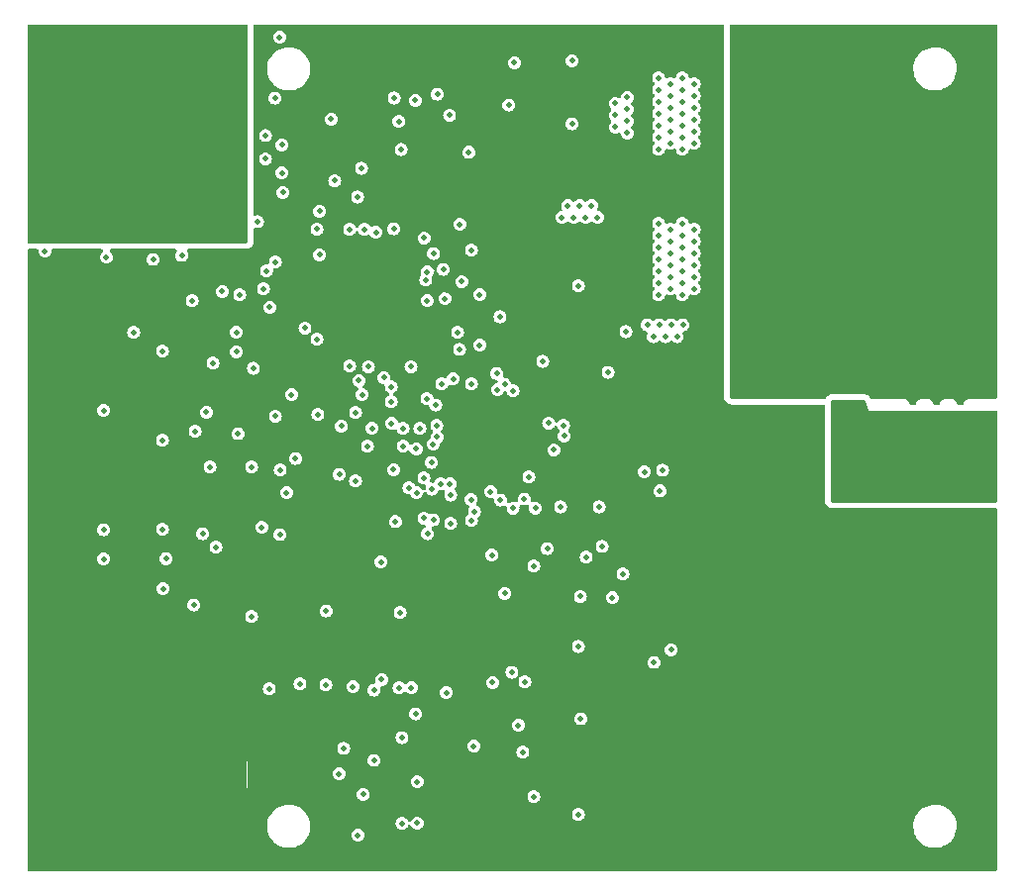
<source format=gbr>
%TF.GenerationSoftware,KiCad,Pcbnew,7.0.10-7.0.10~ubuntu22.04.1*%
%TF.CreationDate,2024-07-10T19:59:27-04:00*%
%TF.ProjectId,IcePSMNR55,49636550-534d-44e5-9235-352e6b696361,rev?*%
%TF.SameCoordinates,Original*%
%TF.FileFunction,Copper,L3,Inr*%
%TF.FilePolarity,Positive*%
%FSLAX46Y46*%
G04 Gerber Fmt 4.6, Leading zero omitted, Abs format (unit mm)*
G04 Created by KiCad (PCBNEW 7.0.10-7.0.10~ubuntu22.04.1) date 2024-07-10 19:59:27*
%MOMM*%
%LPD*%
G01*
G04 APERTURE LIST*
%TA.AperFunction,ComponentPad*%
%ADD10C,1.800000*%
%TD*%
%TA.AperFunction,ViaPad*%
%ADD11C,0.500000*%
%TD*%
G04 APERTURE END LIST*
D10*
%TO.N,/HighSw*%
%TO.C,M4*%
X101600000Y-45720000D03*
X104140000Y-45720000D03*
X106680000Y-45720000D03*
X109220000Y-45720000D03*
X111760000Y-45720000D03*
X114300000Y-45720000D03*
X114300000Y-48260000D03*
X111760000Y-48260000D03*
X109220000Y-48260000D03*
X106680000Y-48260000D03*
X104140000Y-48260000D03*
X101600000Y-48260000D03*
X101600000Y-50800000D03*
X104140000Y-50800000D03*
X106680000Y-50800000D03*
X109220000Y-50800000D03*
X111760000Y-50800000D03*
X114300000Y-50800000D03*
X114300000Y-53340000D03*
X111760000Y-53340000D03*
X109220000Y-53340000D03*
X106680000Y-53340000D03*
X104140000Y-53340000D03*
X101600000Y-53340000D03*
X101600000Y-55880000D03*
X104140000Y-55880000D03*
X106680000Y-55880000D03*
X109220000Y-55880000D03*
X111760000Y-55880000D03*
X114300000Y-55880000D03*
X114300000Y-58420000D03*
X111760000Y-58420000D03*
X109220000Y-58420000D03*
X106680000Y-58420000D03*
X104140000Y-58420000D03*
X101600000Y-58420000D03*
%TD*%
%TO.N,GND*%
%TO.C,M3*%
X101600000Y-82550000D03*
X104140000Y-82550000D03*
X106680000Y-82550000D03*
X109220000Y-82550000D03*
X111760000Y-82550000D03*
X114300000Y-82550000D03*
X114300000Y-85090000D03*
X111760000Y-85090000D03*
X109220000Y-85090000D03*
X106680000Y-85090000D03*
X104140000Y-85090000D03*
X101600000Y-85090000D03*
X101600000Y-87630000D03*
X104140000Y-87630000D03*
X106680000Y-87630000D03*
X109220000Y-87630000D03*
X111760000Y-87630000D03*
X114300000Y-87630000D03*
X114300000Y-90170000D03*
X111760000Y-90170000D03*
X109220000Y-90170000D03*
X106680000Y-90170000D03*
X104140000Y-90170000D03*
X101600000Y-90170000D03*
X101600000Y-92710000D03*
X104140000Y-92710000D03*
X106680000Y-92710000D03*
X109220000Y-92710000D03*
X111760000Y-92710000D03*
X114300000Y-92710000D03*
X114300000Y-95250000D03*
X111760000Y-95250000D03*
X109220000Y-95250000D03*
X106680000Y-95250000D03*
X104140000Y-95250000D03*
X101600000Y-95250000D03*
%TD*%
%TO.N,/VIN*%
%TO.C,M1*%
X39370000Y-38100000D03*
X41910000Y-38100000D03*
X44450000Y-38100000D03*
X46990000Y-38100000D03*
X49530000Y-38100000D03*
X52070000Y-38100000D03*
X52070000Y-40640000D03*
X49530000Y-40640000D03*
X46990000Y-40640000D03*
X44450000Y-40640000D03*
X41910000Y-40640000D03*
X39370000Y-40640000D03*
X39370000Y-43180000D03*
X41910000Y-43180000D03*
X44450000Y-43180000D03*
X46990000Y-43180000D03*
X49530000Y-43180000D03*
X52070000Y-43180000D03*
X52070000Y-45720000D03*
X49530000Y-45720000D03*
X46990000Y-45720000D03*
X44450000Y-45720000D03*
X41910000Y-45720000D03*
X39370000Y-45720000D03*
X39370000Y-48260000D03*
X41910000Y-48260000D03*
X44450000Y-48260000D03*
X46990000Y-48260000D03*
X49530000Y-48260000D03*
X52070000Y-48260000D03*
X52070000Y-50800000D03*
X49530000Y-50800000D03*
X46990000Y-50800000D03*
X44450000Y-50800000D03*
X41910000Y-50800000D03*
X39370000Y-50800000D03*
%TD*%
%TO.N,GND*%
%TO.C,M2*%
X39390000Y-102870000D03*
X41930000Y-102870000D03*
X44470000Y-102870000D03*
X47010000Y-102870000D03*
X49550000Y-102870000D03*
X52090000Y-102870000D03*
X52090000Y-100330000D03*
X49550000Y-100330000D03*
X47010000Y-100330000D03*
X44470000Y-100330000D03*
X41930000Y-100330000D03*
X39390000Y-100330000D03*
X39390000Y-97790000D03*
X41930000Y-97790000D03*
X44470000Y-97790000D03*
X47010000Y-97790000D03*
X49550000Y-97790000D03*
X52090000Y-97790000D03*
X52090000Y-95250000D03*
X49550000Y-95250000D03*
X47010000Y-95250000D03*
X44470000Y-95250000D03*
X41930000Y-95250000D03*
X39390000Y-95250000D03*
X39390000Y-92710000D03*
X41930000Y-92710000D03*
X44470000Y-92710000D03*
X47010000Y-92710000D03*
X49550000Y-92710000D03*
X52090000Y-92710000D03*
X52090000Y-90170000D03*
X49550000Y-90170000D03*
X47010000Y-90170000D03*
X44470000Y-90170000D03*
X41930000Y-90170000D03*
X39390000Y-90170000D03*
%TD*%
D11*
%TO.N,GND*%
X77470000Y-79629000D03*
%TO.N,/VIN*%
X51054000Y-72136000D03*
X79883000Y-79121000D03*
%TO.N,/LED_R*%
X89747821Y-72417821D03*
%TO.N,GND*%
X91567000Y-71374000D03*
X92826749Y-74167353D03*
X92837000Y-77216000D03*
X95250000Y-76327000D03*
X100076000Y-67691000D03*
X102235000Y-67691000D03*
X101092000Y-67691000D03*
X99060000Y-67691000D03*
X98044000Y-67691000D03*
X100584000Y-69215000D03*
X102743000Y-69215000D03*
X101600000Y-69215000D03*
X99568000Y-69215000D03*
X98552000Y-69215000D03*
X97917000Y-73914000D03*
X99949000Y-73914000D03*
X101981000Y-73914000D03*
X100965000Y-73914000D03*
X98933000Y-73914000D03*
%TO.N,/AntiSeriesFB*%
X110236000Y-73787000D03*
X112014000Y-73787000D03*
X113538000Y-73787000D03*
X109855000Y-72390000D03*
X113157000Y-72390000D03*
X111379000Y-72390000D03*
X108712000Y-73787000D03*
X114681000Y-72390000D03*
X108839000Y-70866000D03*
X110363000Y-70866000D03*
X112141000Y-70866000D03*
X113665000Y-70866000D03*
X109982000Y-69469000D03*
X111506000Y-69469000D03*
X113284000Y-69469000D03*
X114808000Y-69469000D03*
X112141000Y-68072000D03*
X113665000Y-68072000D03*
%TO.N,GND*%
X97917000Y-70739000D03*
X98933000Y-70739000D03*
%TO.N,/AntiSeriesFB*%
X108839000Y-68072000D03*
X110363000Y-68072000D03*
X117221000Y-68961000D03*
X116713000Y-71374000D03*
X116840000Y-74041000D03*
X115443000Y-74422000D03*
X108839000Y-74803000D03*
X107315000Y-68199000D03*
X107315000Y-70612000D03*
X107442000Y-74041000D03*
%TO.N,GND*%
X89846000Y-67590000D03*
%TO.N,/AntiSeriesFB*%
X105918000Y-69596000D03*
X105029000Y-69596000D03*
X105918000Y-71628000D03*
X105029000Y-71628000D03*
X105918000Y-73533000D03*
X105029000Y-73533000D03*
%TO.N,GND*%
X112250000Y-76962000D03*
X113284000Y-76962000D03*
X110218000Y-76962000D03*
X111252000Y-76962000D03*
X109220000Y-76962000D03*
X110744000Y-76200000D03*
X112776000Y-76200000D03*
X95630000Y-72910000D03*
X94614000Y-72910000D03*
X95122000Y-71894000D03*
X43390000Y-65650000D03*
X55800000Y-104600000D03*
X105840000Y-79320000D03*
X65230000Y-53250000D03*
X78440000Y-84480000D03*
X94940000Y-91770000D03*
X84479737Y-91209916D03*
X100880000Y-99460000D03*
X67665600Y-66522600D03*
X74380000Y-69160000D03*
X95956000Y-90246000D03*
X108460000Y-99460000D03*
X60018332Y-58988445D03*
X96816000Y-99460000D03*
X88320000Y-85980000D03*
X72970000Y-69220000D03*
X94940000Y-85458000D03*
X62940000Y-59090000D03*
X101600000Y-72390000D03*
X44450000Y-81280000D03*
X49310000Y-86420000D03*
X104396000Y-99460000D03*
X87346000Y-71374000D03*
X98171000Y-101981000D03*
X77230000Y-67760000D03*
X103380000Y-99460000D03*
X75438000Y-61976000D03*
X101410000Y-76204000D03*
X76030000Y-67760000D03*
X80600000Y-95270000D03*
X64180000Y-56490000D03*
X56515000Y-74295000D03*
X95956000Y-91262000D03*
X61722000Y-49022000D03*
X71272400Y-57048400D03*
X64180000Y-54850000D03*
X81680000Y-103890000D03*
X83921600Y-66065400D03*
X81360000Y-73440000D03*
X68707000Y-71856600D03*
X88200000Y-95200000D03*
X97832000Y-99460000D03*
X80000000Y-102800000D03*
X75820000Y-72450000D03*
X60706000Y-66294000D03*
X62712600Y-78409800D03*
X94940000Y-83426000D03*
X93345000Y-91821000D03*
X102934000Y-77220000D03*
X82810000Y-40260000D03*
X97028000Y-88773000D03*
X97570000Y-84100000D03*
X82200000Y-96400000D03*
X94940000Y-92786000D03*
X53410000Y-76650000D03*
X75760000Y-70520000D03*
X88890000Y-93150000D03*
X105412000Y-99460000D03*
X95956000Y-84950000D03*
X103632000Y-104521000D03*
X67560000Y-56350000D03*
X65590000Y-57680000D03*
X98848000Y-99460000D03*
X102872000Y-100476000D03*
X96308000Y-100476000D03*
X76200000Y-94691200D03*
X55400000Y-34800000D03*
X75946000Y-45339000D03*
X58730000Y-42970000D03*
X88650000Y-102360000D03*
X76940000Y-72390000D03*
X37200000Y-59230000D03*
X113810000Y-76200000D03*
X94940000Y-93802000D03*
X93345000Y-98298000D03*
X58250000Y-97650000D03*
X100584000Y-72390000D03*
X97409000Y-97790000D03*
X89820000Y-85070000D03*
X104904000Y-100476000D03*
X58170000Y-58330000D03*
X94940000Y-86474000D03*
X65440000Y-105500000D03*
X95956000Y-80886000D03*
X99949000Y-70739000D03*
X99356000Y-100476000D03*
X95360000Y-103390000D03*
X104458000Y-76204000D03*
X93120000Y-94760000D03*
X92710000Y-84582000D03*
X62960000Y-56580000D03*
X95800000Y-99460000D03*
X65460000Y-58880000D03*
X86220000Y-84520000D03*
X56650000Y-85020000D03*
X76120000Y-35340000D03*
X95956000Y-95326000D03*
X80390000Y-85270000D03*
X62433200Y-94005400D03*
X94940000Y-84442000D03*
X90068900Y-81117500D03*
X93730000Y-105440000D03*
X63830000Y-84130000D03*
X99378000Y-76204000D03*
X66000000Y-54760000D03*
X93910000Y-60520000D03*
X100372000Y-100476000D03*
X43490000Y-68860000D03*
X98298000Y-86614000D03*
X109746000Y-76200000D03*
X64800000Y-43600000D03*
X79020000Y-43800000D03*
X62230000Y-88011000D03*
X56840000Y-53400000D03*
X98520000Y-79810000D03*
X83280000Y-89620000D03*
X93250000Y-102420000D03*
X62860000Y-54900000D03*
X101918000Y-77220000D03*
X94784000Y-99460000D03*
X102426000Y-76204000D03*
X69088000Y-85598000D03*
X86650000Y-52230000D03*
X95956000Y-94310000D03*
X59791600Y-55880000D03*
X56159400Y-93065600D03*
X73280000Y-63810000D03*
X102440000Y-78980000D03*
X73040000Y-70520000D03*
X45670000Y-73580000D03*
X53340000Y-82042000D03*
X78994000Y-61722000D03*
X81780000Y-72150000D03*
X69201885Y-105793320D03*
X106250000Y-102890000D03*
X72680000Y-105580000D03*
X74380000Y-70530000D03*
X74980800Y-97383600D03*
X99886000Y-77220000D03*
X78250000Y-104940000D03*
X107040000Y-77600000D03*
X95956000Y-86982000D03*
X83250000Y-84750000D03*
X102616000Y-72390000D03*
X105920000Y-100476000D03*
X73660000Y-81229200D03*
X98552000Y-72390000D03*
X72490000Y-91480000D03*
X62410000Y-37650000D03*
X69138800Y-64820800D03*
X64516000Y-71628000D03*
X82473800Y-68503800D03*
X77597000Y-60071000D03*
X76120000Y-85860000D03*
X97150000Y-78550000D03*
X88280000Y-82950000D03*
X95956000Y-93294000D03*
X73030000Y-67760000D03*
X94940000Y-90754000D03*
X65659000Y-82550000D03*
X98870000Y-77220000D03*
X111778000Y-76200000D03*
X55040000Y-98020000D03*
X66120000Y-78440000D03*
X103888000Y-100476000D03*
X38780000Y-53920000D03*
X97324000Y-100476000D03*
X73928348Y-94643407D03*
X64210000Y-57950000D03*
X69530000Y-46260000D03*
X84200000Y-105800000D03*
X92837000Y-80500000D03*
X83650000Y-61860000D03*
X95956000Y-83934000D03*
X71000000Y-104000000D03*
X85910000Y-93810000D03*
X86130000Y-82980000D03*
X67480000Y-58360000D03*
X94940000Y-81394000D03*
X65600000Y-104400000D03*
X55600000Y-42000000D03*
X81661000Y-77597000D03*
X99568000Y-72390000D03*
X115970000Y-78640000D03*
X65960000Y-47340000D03*
X95292000Y-100476000D03*
X39200000Y-86400000D03*
X95956000Y-92278000D03*
X73590000Y-72460000D03*
X95956000Y-85966000D03*
X77830000Y-77440000D03*
X64090000Y-59030000D03*
X63700000Y-42070000D03*
X67560000Y-54790000D03*
X81760000Y-44510000D03*
X67995800Y-93827600D03*
X51490000Y-54940000D03*
X95956000Y-96342000D03*
X75360000Y-102000000D03*
X43780000Y-58580000D03*
X58674000Y-63627000D03*
X106428000Y-99460000D03*
X69342000Y-80264000D03*
X37460000Y-71150000D03*
X77240000Y-69120000D03*
X100394000Y-76204000D03*
X100902000Y-77220000D03*
X58648600Y-79476600D03*
X100965000Y-70739000D03*
X95956000Y-81902000D03*
X44196000Y-77216000D03*
X107952000Y-100476000D03*
X72600000Y-101800000D03*
X75400000Y-105400000D03*
X74940000Y-51840000D03*
X51793054Y-69659660D03*
X92583000Y-88900000D03*
X107444000Y-99460000D03*
X74940000Y-92740000D03*
X94940000Y-94818000D03*
X74450000Y-67760000D03*
X84410000Y-71930000D03*
X62870000Y-57860000D03*
X43100000Y-85470000D03*
X99864000Y-99460000D03*
X83710000Y-78990000D03*
X94940000Y-82410000D03*
X61087000Y-63627000D03*
X103950000Y-77220000D03*
X105310000Y-103920000D03*
X102364000Y-99460000D03*
X106936000Y-100476000D03*
X96960000Y-105470000D03*
X85704158Y-101681458D03*
X103442000Y-76204000D03*
X98180000Y-93580000D03*
X69596000Y-42799000D03*
X95956000Y-82918000D03*
X93853000Y-87757000D03*
X37170000Y-55210000D03*
X37600000Y-68210000D03*
X85520000Y-86990000D03*
X104966000Y-77220000D03*
X61400000Y-105600000D03*
X64960000Y-102920000D03*
X111600000Y-79510000D03*
X59791600Y-95656400D03*
X101981000Y-70739000D03*
X109910000Y-98600000D03*
X101540000Y-102970000D03*
X54813200Y-65938400D03*
X58674000Y-75565000D03*
X37973000Y-77724000D03*
X65700000Y-56480000D03*
X87890000Y-61940000D03*
X75870000Y-69150000D03*
X56400000Y-99200000D03*
X60256161Y-71423956D03*
X69455000Y-94240000D03*
X116990000Y-98840000D03*
X94940000Y-95834000D03*
X55600000Y-48790000D03*
X98340000Y-100476000D03*
X82490000Y-75620000D03*
%TO.N,+3V3*%
X76962000Y-75666000D03*
X62267974Y-68647000D03*
X60421470Y-50271730D03*
X75845000Y-59309000D03*
X58369200Y-71424800D03*
X85460000Y-83320000D03*
X74105000Y-57404000D03*
X67564000Y-68847000D03*
X72218513Y-60636487D03*
X66747913Y-72387087D03*
X84330000Y-75565000D03*
X63497060Y-73344633D03*
X56155000Y-58480000D03*
X79502000Y-63119000D03*
X69000000Y-68850000D03*
X57048400Y-72390000D03*
X86614000Y-60579000D03*
X69630600Y-55460000D03*
X59165000Y-60258000D03*
X53310000Y-62290000D03*
%TO.N,/+22V*%
X77790000Y-96520000D03*
X65074800Y-97231200D03*
X73609200Y-96012000D03*
X78740000Y-100330000D03*
%TO.N,+5V*%
X57605000Y-74355000D03*
X60960000Y-90780000D03*
X66774620Y-51771141D03*
X60985200Y-84454800D03*
%TO.N,+1V2*%
X70443511Y-68604923D03*
X75148133Y-79670000D03*
X69993000Y-71754601D03*
X80441800Y-70688200D03*
%TO.N,+2V5*%
X78867000Y-75666000D03*
X81030000Y-75565000D03*
%TO.N,/VIN*%
X91440000Y-43942000D03*
X89408000Y-39878000D03*
X91440000Y-44958000D03*
X82720000Y-83220000D03*
X54760000Y-63710000D03*
X91440000Y-54356000D03*
X90424000Y-53848000D03*
X91440000Y-42926000D03*
X91440000Y-40894000D03*
X62103000Y-72771000D03*
X90424000Y-55880000D03*
X91440000Y-38862000D03*
X84170000Y-50820000D03*
X89960000Y-61010000D03*
X89408000Y-41910000D03*
X90424000Y-41402000D03*
X92456000Y-41402000D03*
X57000000Y-35400000D03*
X91440000Y-56388000D03*
X89408000Y-55372000D03*
X90976000Y-61010000D03*
X88944000Y-61010000D03*
X92456000Y-53848000D03*
X67200000Y-42600000D03*
X92456000Y-42418000D03*
X86716000Y-40542000D03*
X92456000Y-40386000D03*
X76600000Y-41200000D03*
X91484000Y-59994000D03*
X89408000Y-44958000D03*
X44530000Y-60630000D03*
X89408000Y-53340000D03*
X46190000Y-54390000D03*
X90424000Y-56896000D03*
X91440000Y-51308000D03*
X92456000Y-54864000D03*
X71130000Y-57750000D03*
X55110000Y-51170000D03*
X89408000Y-40894000D03*
X56600000Y-40600000D03*
X82646000Y-49804000D03*
X89452000Y-59994000D03*
X86716000Y-41558000D03*
X92456000Y-39370000D03*
X89408000Y-54356000D03*
X52090000Y-57130000D03*
X63670000Y-49060000D03*
X42190000Y-54210000D03*
X51562000Y-78994000D03*
X90424000Y-54864000D03*
X49784000Y-69088000D03*
X92456000Y-55880000D03*
X72400000Y-51400000D03*
X70485000Y-40259000D03*
X82138000Y-50820000D03*
X90424000Y-40386000D03*
X57200000Y-47000000D03*
X90424000Y-44450000D03*
X92456000Y-52832000D03*
X65659000Y-80264000D03*
X81122000Y-50820000D03*
X64008000Y-46609000D03*
X67310000Y-84582000D03*
X89408000Y-38862000D03*
X88180000Y-72560000D03*
X55800000Y-43800000D03*
X90424000Y-42418000D03*
X89408000Y-52324000D03*
X82000000Y-42800000D03*
X86716000Y-43590000D03*
X89408000Y-56388000D03*
X92456000Y-56896000D03*
X69494446Y-56149807D03*
X90424000Y-39370000D03*
X82550000Y-87500000D03*
X92456000Y-44450000D03*
X64897000Y-68834000D03*
X90424000Y-43434000D03*
X77978000Y-90525600D03*
X57200000Y-44600000D03*
X90424000Y-52832000D03*
X91440000Y-41910000D03*
X48640000Y-54050000D03*
X90468000Y-59994000D03*
X82753200Y-93675200D03*
X57290000Y-48680000D03*
X89408000Y-51308000D03*
X72567800Y-56286400D03*
X85700000Y-42066000D03*
X92456000Y-43434000D03*
X89408000Y-57404000D03*
X70993000Y-55245000D03*
X86716000Y-42574000D03*
X83662000Y-49804000D03*
X67400000Y-45000000D03*
X85700000Y-43082000D03*
X89408000Y-43942000D03*
X60200000Y-51800000D03*
X82000000Y-37400000D03*
X60198000Y-61214000D03*
X36930000Y-53680000D03*
X89408000Y-42926000D03*
X69610000Y-57930000D03*
X91440000Y-57404000D03*
X88436000Y-59994000D03*
X91440000Y-39878000D03*
X69350000Y-52570000D03*
X91440000Y-53340000D03*
X85700000Y-41050000D03*
X91440000Y-55372000D03*
X83154000Y-50820000D03*
X91440000Y-52324000D03*
X63260000Y-90932000D03*
X57023000Y-77927200D03*
X81630000Y-49804000D03*
X90424000Y-51816000D03*
X61710000Y-47660000D03*
X92456000Y-51816000D03*
X61400000Y-42400000D03*
X55800000Y-45800000D03*
%TO.N,Net-(U8-GND{slash}ADJ)*%
X56120000Y-91100000D03*
X58743587Y-90696413D03*
%TO.N,Net-(C43-Pad1)*%
X77419200Y-94234000D03*
X82550000Y-101854000D03*
%TO.N,/LED_R*%
X90474800Y-87782400D03*
X75620000Y-65532000D03*
%TO.N,/LED_G*%
X76962000Y-65624800D03*
X84582000Y-78943200D03*
X81330800Y-69494400D03*
%TO.N,/LED_B*%
X89001600Y-88849200D03*
X76250800Y-65074800D03*
%TO.N,/CDONE*%
X70154800Y-76657200D03*
X83210400Y-79857600D03*
X70131751Y-70208481D03*
%TO.N,Net-(IC1-CA)*%
X73176400Y-45237400D03*
X77070000Y-37567200D03*
%TO.N,/USB_M*%
X55880000Y-55372000D03*
X54610000Y-84937600D03*
X68760000Y-102610000D03*
X68595000Y-40800000D03*
%TO.N,/USB_P*%
X67462026Y-95300800D03*
X68760000Y-99060000D03*
X67208400Y-91033600D03*
X55626000Y-56896000D03*
X53441600Y-69291200D03*
X55473600Y-77317600D03*
X66800000Y-40600000D03*
%TO.N,/IOT_36B*%
X50749200Y-67462400D03*
X66580000Y-68427600D03*
X78319999Y-73004078D03*
%TO.N,/VGS:LOAD-IOB_13B*%
X74117200Y-61722000D03*
X70459600Y-69590000D03*
X70358000Y-66852800D03*
X71526400Y-42062400D03*
X70166127Y-53896000D03*
%TO.N,/VGS:Fly-IOB_18A*%
X71628000Y-76962000D03*
X78740000Y-80619600D03*
X86360000Y-81280000D03*
X68716983Y-74355000D03*
X69342000Y-73085000D03*
%TO.N,/IOT_43A*%
X66548000Y-66548000D03*
X80006265Y-68385000D03*
X41950000Y-67310000D03*
%TO.N,/IOT_42B*%
X81280000Y-68580000D03*
X46990000Y-69850000D03*
X64516000Y-70358000D03*
X67568653Y-70362653D03*
%TO.N,/FPGA_SO*%
X71628000Y-74549000D03*
X68067347Y-73918653D03*
X66894389Y-76818811D03*
X62077600Y-98399600D03*
X62484000Y-96215200D03*
X65074800Y-91236800D03*
X46990000Y-77470000D03*
X70027987Y-74040813D03*
%TO.N,/FT_SSn*%
X65909774Y-64508148D03*
X73369000Y-74930000D03*
X41960800Y-77520800D03*
X85090000Y-64058800D03*
%TO.N,/FPGA_SI*%
X73660000Y-75946000D03*
X63690000Y-103639000D03*
X47300000Y-79980000D03*
X64135000Y-100140000D03*
%TO.N,/FLASH_MOSI*%
X62992000Y-63500000D03*
X41950000Y-80010000D03*
X65735200Y-90322400D03*
X73406000Y-53594000D03*
%TO.N,/FT_SCK*%
X68229418Y-63567000D03*
X47040800Y-82550000D03*
X64052676Y-65973000D03*
X69650079Y-77853000D03*
%TO.N,/FLASH_MISO*%
X49657000Y-83947000D03*
X50419000Y-77851000D03*
X63500000Y-67497000D03*
X82550000Y-56642000D03*
X64592200Y-63576200D03*
X54610000Y-72136000D03*
X56642000Y-67810000D03*
%TO.N,/HighSw*%
X106470000Y-36430000D03*
X115824000Y-61976000D03*
X115189000Y-65278000D03*
X113538000Y-63246000D03*
X101346000Y-63246000D03*
X102870000Y-41148000D03*
X106680000Y-61976000D03*
X108204000Y-61976000D03*
X97282000Y-44958000D03*
X110490000Y-63246000D03*
X101346000Y-40132000D03*
X108966000Y-63246000D03*
X95730000Y-60810000D03*
X98806000Y-55880000D03*
X98806000Y-60452000D03*
X101346000Y-37084000D03*
X100584000Y-61976000D03*
X101346000Y-38608000D03*
X98806000Y-49784000D03*
X112776000Y-61976000D03*
X96266000Y-44958000D03*
X102870000Y-42672000D03*
X103632000Y-61976000D03*
X116850000Y-57200000D03*
X97536000Y-61976000D03*
X97282000Y-53340000D03*
X98806000Y-40640000D03*
X96266000Y-55372000D03*
X98806000Y-45212000D03*
X97282000Y-57404000D03*
X116890000Y-35410000D03*
X100076000Y-42672000D03*
X98806000Y-54356000D03*
X99060000Y-61976000D03*
X114300000Y-61976000D03*
X115189000Y-66294000D03*
X98806000Y-38862000D03*
X102108000Y-61976000D03*
X98806000Y-58928000D03*
X107720000Y-39390000D03*
X98806000Y-48260000D03*
X100076000Y-39624000D03*
X98806000Y-46736000D03*
X96266000Y-57404000D03*
X100076000Y-38100000D03*
X101346000Y-41656000D03*
X104394000Y-63246000D03*
X96774000Y-63246000D03*
X113157000Y-66294000D03*
X116820000Y-41280000D03*
X109500000Y-41810000D03*
X111252000Y-61976000D03*
X117200000Y-49320000D03*
X103060000Y-36240000D03*
X96266000Y-53340000D03*
X111125000Y-65278000D03*
X98806000Y-57404000D03*
X99822000Y-63246000D03*
X97282000Y-42926000D03*
X102870000Y-63246000D03*
X105918000Y-63246000D03*
X111125000Y-66294000D03*
X102870000Y-38100000D03*
X96266000Y-40894000D03*
X98806000Y-52832000D03*
X109728000Y-61976000D03*
X97282000Y-55372000D03*
X102870000Y-39624000D03*
X115062000Y-63246000D03*
X98806000Y-43688000D03*
X113157000Y-65278000D03*
X97282000Y-40894000D03*
X107442000Y-63246000D03*
X100076000Y-41148000D03*
X98806000Y-51308000D03*
X116586000Y-63246000D03*
X112014000Y-63246000D03*
X98806000Y-42164000D03*
X96266000Y-42926000D03*
X104610000Y-38710000D03*
X105156000Y-61976000D03*
X105180000Y-41430000D03*
X98298000Y-63246000D03*
%TO.N,/CRESET_N*%
X69600000Y-66294001D03*
X68681600Y-70604601D03*
%TO.N,/EE_CS*%
X53310000Y-60640000D03*
X62992000Y-51816000D03*
X58013600Y-65973000D03*
%TO.N,/EE_CLK*%
X64262000Y-51816000D03*
X60267500Y-67660000D03*
%TO.N,/EE_DAT*%
X65235000Y-52070000D03*
X56642000Y-54610000D03*
X53594000Y-57404000D03*
%TO.N,Net-(U9-EN{slash}UVLO)*%
X76860400Y-89712800D03*
X75201866Y-90575000D03*
X71260000Y-91450000D03*
%TO.N,/IOB_22A*%
X89509648Y-74193352D03*
X70782797Y-73573857D03*
X77927200Y-74879200D03*
X73406000Y-76708000D03*
%TO.N,/IOB_23B*%
X68630800Y-93268800D03*
X75895200Y-74980800D03*
X76250800Y-82956400D03*
X68275200Y-91033600D03*
%TO.N,/IOB_24A*%
X69342000Y-76521000D03*
X71577200Y-73592627D03*
X67462400Y-102616000D03*
%TO.N,/CRYSTAL-IOB_25B_G3*%
X75031600Y-74254078D03*
X75559627Y-64139627D03*
%TO.N,/IOB_0A*%
X73406000Y-65024000D03*
X49530000Y-57912000D03*
%TO.N,/IOB_2A*%
X51308000Y-63246000D03*
X71839405Y-64620975D03*
%TO.N,/IOB_4A*%
X63777929Y-64746071D03*
X66548000Y-65278000D03*
X46990000Y-62230000D03*
X70866000Y-65024000D03*
%TO.N,/CLK_12M_FT*%
X72390000Y-62090000D03*
X60411834Y-54011034D03*
%TD*%
%TA.AperFunction,Conductor*%
%TO.N,GND*%
G36*
X54204217Y-106679500D02*
G01*
X35557500Y-106679500D01*
X35490461Y-106659815D01*
X35444706Y-106607011D01*
X35433500Y-106555500D01*
X35433500Y-88000000D01*
X54250000Y-88000000D01*
X54204217Y-106679500D01*
G37*
%TD.AperFunction*%
%TD*%
%TA.AperFunction,Conductor*%
%TO.N,/HighSw*%
G36*
X118306539Y-34310185D02*
G01*
X118352294Y-34362989D01*
X118363500Y-34414500D01*
X118363500Y-66172500D01*
X118343815Y-66239539D01*
X118291011Y-66285294D01*
X118239500Y-66296500D01*
X115970250Y-66296500D01*
X115827839Y-66316974D01*
X115696963Y-66376741D01*
X115696959Y-66376744D01*
X115588223Y-66470963D01*
X115588221Y-66470966D01*
X115510434Y-66592001D01*
X115510433Y-66592005D01*
X115474190Y-66715436D01*
X115436415Y-66774213D01*
X115372859Y-66803238D01*
X115355213Y-66804500D01*
X115030485Y-66804500D01*
X114963446Y-66784815D01*
X114917691Y-66732011D01*
X114911508Y-66715436D01*
X114910777Y-66712949D01*
X114875266Y-66592008D01*
X114797478Y-66470968D01*
X114797472Y-66470963D01*
X114688746Y-66376750D01*
X114688744Y-66376748D01*
X114688741Y-66376746D01*
X114688730Y-66376741D01*
X114557866Y-66316976D01*
X114557861Y-66316975D01*
X114415447Y-66296500D01*
X113938251Y-66296500D01*
X113938250Y-66296500D01*
X113795839Y-66316974D01*
X113664963Y-66376741D01*
X113664959Y-66376744D01*
X113556223Y-66470963D01*
X113556221Y-66470966D01*
X113478434Y-66592001D01*
X113478433Y-66592005D01*
X113442190Y-66715436D01*
X113404415Y-66774213D01*
X113340859Y-66803238D01*
X113323213Y-66804500D01*
X112998485Y-66804500D01*
X112931446Y-66784815D01*
X112885691Y-66732011D01*
X112879508Y-66715436D01*
X112878777Y-66712949D01*
X112843266Y-66592008D01*
X112765478Y-66470968D01*
X112765472Y-66470963D01*
X112656746Y-66376750D01*
X112656744Y-66376748D01*
X112656741Y-66376746D01*
X112656730Y-66376741D01*
X112525866Y-66316976D01*
X112525861Y-66316975D01*
X112383447Y-66296500D01*
X111906251Y-66296500D01*
X111906250Y-66296500D01*
X111763839Y-66316974D01*
X111632963Y-66376741D01*
X111632959Y-66376744D01*
X111524223Y-66470963D01*
X111524221Y-66470966D01*
X111446434Y-66592001D01*
X111446433Y-66592005D01*
X111410190Y-66715436D01*
X111372415Y-66774213D01*
X111308859Y-66803238D01*
X111291213Y-66804500D01*
X110966485Y-66804500D01*
X110899446Y-66784815D01*
X110853691Y-66732011D01*
X110847508Y-66715436D01*
X110846777Y-66712949D01*
X110811266Y-66592008D01*
X110733478Y-66470968D01*
X110733472Y-66470963D01*
X110624746Y-66376750D01*
X110624744Y-66376748D01*
X110624741Y-66376746D01*
X110624730Y-66376741D01*
X110493866Y-66316976D01*
X110493861Y-66316975D01*
X110351447Y-66296500D01*
X107781318Y-66296500D01*
X107781316Y-66296500D01*
X107647012Y-66315809D01*
X107577853Y-66305865D01*
X107525051Y-66260110D01*
X107462300Y-66162468D01*
X107462287Y-66162451D01*
X107416543Y-66109659D01*
X107416539Y-66109656D01*
X107416537Y-66109653D01*
X107307803Y-66015433D01*
X107307800Y-66015431D01*
X107307798Y-66015430D01*
X107176932Y-65955664D01*
X107176927Y-65955662D01*
X107176926Y-65955662D01*
X107109887Y-65935977D01*
X107109889Y-65935977D01*
X107109884Y-65935976D01*
X107047814Y-65927052D01*
X106967467Y-65915500D01*
X104264000Y-65915500D01*
X104263991Y-65915500D01*
X104263990Y-65915501D01*
X104156549Y-65927052D01*
X104156537Y-65927054D01*
X104105027Y-65938260D01*
X104002502Y-65972383D01*
X104002496Y-65972386D01*
X103881462Y-66050171D01*
X103881451Y-66050179D01*
X103828659Y-66095923D01*
X103734434Y-66204662D01*
X103734433Y-66204663D01*
X103734433Y-66204664D01*
X103725595Y-66224014D01*
X103679841Y-66276817D01*
X103612803Y-66296500D01*
X95628000Y-66296500D01*
X95560961Y-66276815D01*
X95515206Y-66224011D01*
X95504000Y-66172500D01*
X95504000Y-38167763D01*
X111175787Y-38167763D01*
X111205413Y-38437013D01*
X111205415Y-38437024D01*
X111273926Y-38699082D01*
X111273928Y-38699088D01*
X111379870Y-38948390D01*
X111451998Y-39066575D01*
X111520979Y-39179605D01*
X111520986Y-39179615D01*
X111694253Y-39387819D01*
X111694259Y-39387824D01*
X111895998Y-39568582D01*
X112121910Y-39718044D01*
X112367176Y-39833020D01*
X112367183Y-39833022D01*
X112367185Y-39833023D01*
X112626557Y-39911057D01*
X112626564Y-39911058D01*
X112626569Y-39911060D01*
X112894561Y-39950500D01*
X112894566Y-39950500D01*
X113097629Y-39950500D01*
X113097631Y-39950500D01*
X113097636Y-39950499D01*
X113097648Y-39950499D01*
X113135191Y-39947750D01*
X113300156Y-39935677D01*
X113412758Y-39910593D01*
X113564546Y-39876782D01*
X113564548Y-39876781D01*
X113564553Y-39876780D01*
X113817558Y-39780014D01*
X114053777Y-39647441D01*
X114268177Y-39481888D01*
X114456186Y-39286881D01*
X114613799Y-39066579D01*
X114687787Y-38922669D01*
X114737649Y-38825690D01*
X114737651Y-38825684D01*
X114737656Y-38825675D01*
X114825118Y-38569305D01*
X114874319Y-38302933D01*
X114884212Y-38032235D01*
X114854586Y-37762982D01*
X114786072Y-37500912D01*
X114680130Y-37251610D01*
X114539018Y-37020390D01*
X114449747Y-36913119D01*
X114365746Y-36812180D01*
X114365740Y-36812175D01*
X114164002Y-36631418D01*
X113938092Y-36481957D01*
X113938090Y-36481956D01*
X113692824Y-36366980D01*
X113692819Y-36366978D01*
X113692814Y-36366976D01*
X113433442Y-36288942D01*
X113433428Y-36288939D01*
X113317791Y-36271921D01*
X113165439Y-36249500D01*
X112962369Y-36249500D01*
X112962351Y-36249500D01*
X112759844Y-36264323D01*
X112759831Y-36264325D01*
X112495453Y-36323217D01*
X112495446Y-36323220D01*
X112242439Y-36419987D01*
X112006226Y-36552557D01*
X111791822Y-36718112D01*
X111603822Y-36913109D01*
X111603816Y-36913116D01*
X111446202Y-37133419D01*
X111446199Y-37133424D01*
X111322350Y-37374309D01*
X111322343Y-37374327D01*
X111234884Y-37630685D01*
X111234881Y-37630699D01*
X111185681Y-37897068D01*
X111185680Y-37897075D01*
X111175787Y-38167763D01*
X95504000Y-38167763D01*
X95504000Y-34414500D01*
X95523685Y-34347461D01*
X95576489Y-34301706D01*
X95628000Y-34290500D01*
X118239500Y-34290500D01*
X118306539Y-34310185D01*
G37*
%TD.AperFunction*%
%TD*%
%TA.AperFunction,Conductor*%
%TO.N,GND*%
G36*
X103634500Y-75060000D02*
G01*
X103634501Y-75060009D01*
X103646052Y-75167450D01*
X103646054Y-75167462D01*
X103657260Y-75218972D01*
X103691383Y-75321497D01*
X103691386Y-75321503D01*
X103769171Y-75442537D01*
X103769179Y-75442548D01*
X103814923Y-75495340D01*
X103814926Y-75495343D01*
X103814930Y-75495347D01*
X103923664Y-75589567D01*
X104054541Y-75649338D01*
X104121580Y-75669023D01*
X104121584Y-75669024D01*
X104264000Y-75689500D01*
X104264003Y-75689500D01*
X118239500Y-75689500D01*
X118306539Y-75709185D01*
X118352294Y-75761989D01*
X118363500Y-75813500D01*
X118363500Y-106555500D01*
X118343815Y-106622539D01*
X118291011Y-106668294D01*
X118239500Y-106679500D01*
X94234000Y-106679500D01*
X94234000Y-102937763D01*
X111175787Y-102937763D01*
X111205413Y-103207013D01*
X111205415Y-103207024D01*
X111273926Y-103469082D01*
X111273928Y-103469088D01*
X111379870Y-103718390D01*
X111451998Y-103836575D01*
X111520979Y-103949605D01*
X111520986Y-103949615D01*
X111694253Y-104157819D01*
X111694259Y-104157824D01*
X111895998Y-104338582D01*
X112121910Y-104488044D01*
X112367176Y-104603020D01*
X112367183Y-104603022D01*
X112367185Y-104603023D01*
X112626557Y-104681057D01*
X112626564Y-104681058D01*
X112626569Y-104681060D01*
X112894561Y-104720500D01*
X112894566Y-104720500D01*
X113097629Y-104720500D01*
X113097631Y-104720500D01*
X113097636Y-104720499D01*
X113097648Y-104720499D01*
X113135191Y-104717750D01*
X113300156Y-104705677D01*
X113412758Y-104680593D01*
X113564546Y-104646782D01*
X113564548Y-104646781D01*
X113564553Y-104646780D01*
X113817558Y-104550014D01*
X114053777Y-104417441D01*
X114268177Y-104251888D01*
X114456186Y-104056881D01*
X114613799Y-103836579D01*
X114687787Y-103692669D01*
X114737649Y-103595690D01*
X114737651Y-103595684D01*
X114737656Y-103595675D01*
X114825118Y-103339305D01*
X114874319Y-103072933D01*
X114884212Y-102802235D01*
X114854586Y-102532982D01*
X114786072Y-102270912D01*
X114680130Y-102021610D01*
X114539018Y-101790390D01*
X114449747Y-101683119D01*
X114365746Y-101582180D01*
X114365740Y-101582175D01*
X114164002Y-101401418D01*
X113938092Y-101251957D01*
X113938090Y-101251956D01*
X113692824Y-101136980D01*
X113692819Y-101136978D01*
X113692814Y-101136976D01*
X113433442Y-101058942D01*
X113433428Y-101058939D01*
X113317791Y-101041921D01*
X113165439Y-101019500D01*
X112962369Y-101019500D01*
X112962351Y-101019500D01*
X112759844Y-101034323D01*
X112759831Y-101034325D01*
X112495453Y-101093217D01*
X112495446Y-101093220D01*
X112242439Y-101189987D01*
X112006226Y-101322557D01*
X111791822Y-101488112D01*
X111603822Y-101683109D01*
X111603816Y-101683116D01*
X111446202Y-101903419D01*
X111446199Y-101903424D01*
X111322350Y-102144309D01*
X111322343Y-102144327D01*
X111234884Y-102400685D01*
X111234881Y-102400699D01*
X111185681Y-102667068D01*
X111185680Y-102667075D01*
X111175787Y-102937763D01*
X94234000Y-102937763D01*
X94234000Y-68326000D01*
X95504000Y-66802000D01*
X103634500Y-66802000D01*
X103634500Y-75060000D01*
G37*
%TD.AperFunction*%
%TD*%
%TA.AperFunction,Conductor*%
%TO.N,/VIN*%
G36*
X54193039Y-34310185D02*
G01*
X54238794Y-34362989D01*
X54250000Y-34414500D01*
X54250000Y-52876000D01*
X54230315Y-52943039D01*
X54177511Y-52988794D01*
X54126000Y-53000000D01*
X35557500Y-53000000D01*
X35490461Y-52980315D01*
X35444706Y-52927511D01*
X35433500Y-52876000D01*
X35433500Y-34414500D01*
X35453185Y-34347461D01*
X35505989Y-34301706D01*
X35557500Y-34290500D01*
X54126000Y-34290500D01*
X54193039Y-34310185D01*
G37*
%TD.AperFunction*%
%TD*%
%TA.AperFunction,Conductor*%
%TO.N,GND*%
G36*
X94924000Y-34310462D02*
G01*
X94978538Y-34365000D01*
X94998500Y-34439500D01*
X94998500Y-66172494D01*
X94998501Y-66172515D01*
X95010051Y-66279952D01*
X95010052Y-66279956D01*
X95021258Y-66331463D01*
X95055387Y-66434005D01*
X95133175Y-66555043D01*
X95178929Y-66607846D01*
X95178931Y-66607848D01*
X95287665Y-66702068D01*
X95303048Y-66709093D01*
X95418541Y-66761838D01*
X95456657Y-66773030D01*
X95485576Y-66781522D01*
X95485578Y-66781522D01*
X95485580Y-66781523D01*
X95485584Y-66781524D01*
X95485585Y-66781524D01*
X95485589Y-66781525D01*
X95485593Y-66781526D01*
X95627985Y-66801998D01*
X95627989Y-66801998D01*
X95628000Y-66802000D01*
X95504000Y-66802000D01*
X94234000Y-68326000D01*
X94234000Y-106679500D01*
X54204217Y-106679500D01*
X54213388Y-102937773D01*
X55930788Y-102937773D01*
X55960412Y-103207005D01*
X55960414Y-103207018D01*
X56028928Y-103469088D01*
X56082722Y-103595675D01*
X56134870Y-103718390D01*
X56134875Y-103718399D01*
X56275981Y-103949610D01*
X56275984Y-103949614D01*
X56449247Y-104157812D01*
X56449259Y-104157824D01*
X56650990Y-104338575D01*
X56650999Y-104338583D01*
X56763954Y-104413313D01*
X56876910Y-104488044D01*
X57122176Y-104603020D01*
X57381569Y-104681060D01*
X57649561Y-104720500D01*
X57649568Y-104720500D01*
X57852622Y-104720500D01*
X57852631Y-104720500D01*
X58055156Y-104705677D01*
X58319553Y-104646780D01*
X58572558Y-104550014D01*
X58808777Y-104417441D01*
X59023177Y-104251888D01*
X59211186Y-104056881D01*
X59368799Y-103836579D01*
X59470380Y-103639002D01*
X63134750Y-103639002D01*
X63153668Y-103782706D01*
X63209138Y-103916625D01*
X63234449Y-103949610D01*
X63297379Y-104031621D01*
X63344602Y-104067857D01*
X63412374Y-104119861D01*
X63546293Y-104175331D01*
X63689997Y-104194250D01*
X63690000Y-104194250D01*
X63690003Y-104194250D01*
X63833706Y-104175331D01*
X63833708Y-104175330D01*
X63833709Y-104175330D01*
X63967625Y-104119861D01*
X64082621Y-104031621D01*
X64170861Y-103916625D01*
X64226330Y-103782709D01*
X64226330Y-103782708D01*
X64226331Y-103782706D01*
X64245250Y-103639002D01*
X64245250Y-103638997D01*
X64226331Y-103495293D01*
X64170861Y-103361374D01*
X64118857Y-103293602D01*
X64082621Y-103246379D01*
X64055945Y-103225910D01*
X63967625Y-103158138D01*
X63833706Y-103102668D01*
X63690003Y-103083750D01*
X63689997Y-103083750D01*
X63546293Y-103102668D01*
X63412374Y-103158138D01*
X63297381Y-103246377D01*
X63297377Y-103246381D01*
X63209138Y-103361374D01*
X63153668Y-103495293D01*
X63134750Y-103638997D01*
X63134750Y-103639002D01*
X59470380Y-103639002D01*
X59492656Y-103595675D01*
X59580118Y-103339305D01*
X59629319Y-103072933D01*
X59639212Y-102802235D01*
X59618721Y-102616002D01*
X66907150Y-102616002D01*
X66926068Y-102759706D01*
X66981538Y-102893625D01*
X67015415Y-102937773D01*
X67069779Y-103008621D01*
X67117002Y-103044857D01*
X67184774Y-103096861D01*
X67318693Y-103152331D01*
X67462397Y-103171250D01*
X67462400Y-103171250D01*
X67462403Y-103171250D01*
X67606106Y-103152331D01*
X67606108Y-103152330D01*
X67606109Y-103152330D01*
X67740025Y-103096861D01*
X67855021Y-103008621D01*
X67943261Y-102893625D01*
X67974785Y-102817516D01*
X68021735Y-102756330D01*
X68092991Y-102726813D01*
X68169460Y-102736879D01*
X68230650Y-102783831D01*
X68250100Y-102817519D01*
X68279138Y-102887625D01*
X68317613Y-102937765D01*
X68367379Y-103002621D01*
X68375200Y-103008622D01*
X68482374Y-103090861D01*
X68616293Y-103146331D01*
X68759997Y-103165250D01*
X68760000Y-103165250D01*
X68760003Y-103165250D01*
X68903706Y-103146331D01*
X68903708Y-103146330D01*
X68903709Y-103146330D01*
X69037625Y-103090861D01*
X69152621Y-103002621D01*
X69240861Y-102887625D01*
X69296330Y-102753709D01*
X69296330Y-102753708D01*
X69296331Y-102753706D01*
X69315250Y-102610002D01*
X69315250Y-102609997D01*
X69296331Y-102466293D01*
X69240861Y-102332374D01*
X69175057Y-102246618D01*
X69152621Y-102217379D01*
X69125945Y-102196910D01*
X69037625Y-102129138D01*
X68903706Y-102073668D01*
X68760003Y-102054750D01*
X68759997Y-102054750D01*
X68616293Y-102073668D01*
X68482374Y-102129138D01*
X68367381Y-102217377D01*
X68367377Y-102217381D01*
X68279139Y-102332373D01*
X68247615Y-102408481D01*
X68200663Y-102469670D01*
X68129406Y-102499186D01*
X68052937Y-102489119D01*
X67991748Y-102442167D01*
X67972299Y-102408481D01*
X67943261Y-102338375D01*
X67938655Y-102332373D01*
X67891499Y-102270918D01*
X67855021Y-102223379D01*
X67828345Y-102202910D01*
X67740025Y-102135138D01*
X67606106Y-102079668D01*
X67462403Y-102060750D01*
X67462397Y-102060750D01*
X67318693Y-102079668D01*
X67184774Y-102135138D01*
X67069781Y-102223377D01*
X67069777Y-102223381D01*
X66981538Y-102338374D01*
X66926068Y-102472293D01*
X66907150Y-102615997D01*
X66907150Y-102616002D01*
X59618721Y-102616002D01*
X59609586Y-102532982D01*
X59541072Y-102270912D01*
X59435130Y-102021610D01*
X59435124Y-102021600D01*
X59332840Y-101854002D01*
X81994750Y-101854002D01*
X82013668Y-101997706D01*
X82069138Y-102131625D01*
X82134939Y-102217377D01*
X82157379Y-102246621D01*
X82204602Y-102282857D01*
X82272374Y-102334861D01*
X82406293Y-102390331D01*
X82549997Y-102409250D01*
X82550000Y-102409250D01*
X82550003Y-102409250D01*
X82693706Y-102390331D01*
X82693708Y-102390330D01*
X82693709Y-102390330D01*
X82827625Y-102334861D01*
X82942621Y-102246621D01*
X83030861Y-102131625D01*
X83086330Y-101997709D01*
X83086330Y-101997708D01*
X83086331Y-101997706D01*
X83105250Y-101854002D01*
X83105250Y-101853997D01*
X83086331Y-101710293D01*
X83030861Y-101576374D01*
X82963131Y-101488108D01*
X82942621Y-101461379D01*
X82864479Y-101401418D01*
X82827625Y-101373138D01*
X82693706Y-101317668D01*
X82550003Y-101298750D01*
X82549997Y-101298750D01*
X82406293Y-101317668D01*
X82272374Y-101373138D01*
X82157381Y-101461377D01*
X82157377Y-101461381D01*
X82069138Y-101576374D01*
X82013668Y-101710293D01*
X81994750Y-101853997D01*
X81994750Y-101854002D01*
X59332840Y-101854002D01*
X59294018Y-101790389D01*
X59294015Y-101790385D01*
X59120752Y-101582187D01*
X59120740Y-101582175D01*
X58919009Y-101401424D01*
X58919000Y-101401416D01*
X58693090Y-101251956D01*
X58447825Y-101136980D01*
X58302369Y-101093219D01*
X58188431Y-101058940D01*
X58188427Y-101058939D01*
X58188426Y-101058939D01*
X57920446Y-101019501D01*
X57920445Y-101019500D01*
X57920439Y-101019500D01*
X57717369Y-101019500D01*
X57514844Y-101034323D01*
X57514836Y-101034324D01*
X57250449Y-101093219D01*
X57250439Y-101093222D01*
X56997440Y-101189986D01*
X56997438Y-101189987D01*
X56761224Y-101322558D01*
X56761217Y-101322562D01*
X56546830Y-101488105D01*
X56546826Y-101488108D01*
X56358810Y-101683123D01*
X56201201Y-101903419D01*
X56077344Y-102144324D01*
X56077344Y-102144325D01*
X55989886Y-102400680D01*
X55989880Y-102400703D01*
X55940681Y-102667060D01*
X55937419Y-102756330D01*
X55932621Y-102887625D01*
X55930788Y-102937773D01*
X54213388Y-102937773D01*
X54220245Y-100140002D01*
X63579750Y-100140002D01*
X63598668Y-100283706D01*
X63654138Y-100417625D01*
X63697174Y-100473709D01*
X63742379Y-100532621D01*
X63789602Y-100568857D01*
X63857374Y-100620861D01*
X63991293Y-100676331D01*
X64134997Y-100695250D01*
X64135000Y-100695250D01*
X64135003Y-100695250D01*
X64278706Y-100676331D01*
X64278708Y-100676330D01*
X64278709Y-100676330D01*
X64412625Y-100620861D01*
X64527621Y-100532621D01*
X64615861Y-100417625D01*
X64652155Y-100330002D01*
X78184750Y-100330002D01*
X78203668Y-100473706D01*
X78259138Y-100607625D01*
X78269295Y-100620861D01*
X78347379Y-100722621D01*
X78394602Y-100758857D01*
X78462374Y-100810861D01*
X78596293Y-100866331D01*
X78739997Y-100885250D01*
X78740000Y-100885250D01*
X78740003Y-100885250D01*
X78883706Y-100866331D01*
X78883708Y-100866330D01*
X78883709Y-100866330D01*
X79017625Y-100810861D01*
X79132621Y-100722621D01*
X79220861Y-100607625D01*
X79276330Y-100473709D01*
X79276330Y-100473708D01*
X79276331Y-100473706D01*
X79295250Y-100330002D01*
X79295250Y-100329997D01*
X79276331Y-100186293D01*
X79220861Y-100052374D01*
X79168857Y-99984602D01*
X79132621Y-99937379D01*
X79105945Y-99916910D01*
X79017625Y-99849138D01*
X78883706Y-99793668D01*
X78740003Y-99774750D01*
X78739997Y-99774750D01*
X78596293Y-99793668D01*
X78462374Y-99849138D01*
X78347381Y-99937377D01*
X78347377Y-99937381D01*
X78259138Y-100052374D01*
X78203668Y-100186293D01*
X78184750Y-100329997D01*
X78184750Y-100330002D01*
X64652155Y-100330002D01*
X64671330Y-100283709D01*
X64671330Y-100283708D01*
X64671331Y-100283706D01*
X64690250Y-100140002D01*
X64690250Y-100139997D01*
X64671331Y-99996293D01*
X64615861Y-99862374D01*
X64563140Y-99793668D01*
X64527621Y-99747379D01*
X64500945Y-99726910D01*
X64412625Y-99659138D01*
X64278706Y-99603668D01*
X64135003Y-99584750D01*
X64134997Y-99584750D01*
X63991293Y-99603668D01*
X63857374Y-99659138D01*
X63742381Y-99747377D01*
X63742377Y-99747381D01*
X63654138Y-99862374D01*
X63598668Y-99996293D01*
X63579750Y-100139997D01*
X63579750Y-100140002D01*
X54220245Y-100140002D01*
X54222892Y-99060002D01*
X68204750Y-99060002D01*
X68223668Y-99203706D01*
X68279138Y-99337625D01*
X68346910Y-99425945D01*
X68367379Y-99452621D01*
X68414602Y-99488857D01*
X68482374Y-99540861D01*
X68616293Y-99596331D01*
X68759997Y-99615250D01*
X68760000Y-99615250D01*
X68760003Y-99615250D01*
X68903706Y-99596331D01*
X68903708Y-99596330D01*
X68903709Y-99596330D01*
X69037625Y-99540861D01*
X69152621Y-99452621D01*
X69240861Y-99337625D01*
X69296330Y-99203709D01*
X69296330Y-99203708D01*
X69296331Y-99203706D01*
X69315250Y-99060002D01*
X69315250Y-99059997D01*
X69296331Y-98916293D01*
X69240861Y-98782374D01*
X69160176Y-98677225D01*
X69152621Y-98667379D01*
X69125945Y-98646910D01*
X69037625Y-98579138D01*
X68903706Y-98523668D01*
X68760003Y-98504750D01*
X68759997Y-98504750D01*
X68616293Y-98523668D01*
X68482374Y-98579138D01*
X68367381Y-98667377D01*
X68367377Y-98667381D01*
X68279138Y-98782374D01*
X68223668Y-98916293D01*
X68204750Y-99059997D01*
X68204750Y-99060002D01*
X54222892Y-99060002D01*
X54224511Y-98399602D01*
X61522350Y-98399602D01*
X61541268Y-98543306D01*
X61596738Y-98677225D01*
X61664510Y-98765545D01*
X61684979Y-98792221D01*
X61732202Y-98828457D01*
X61799974Y-98880461D01*
X61933893Y-98935931D01*
X62077597Y-98954850D01*
X62077600Y-98954850D01*
X62077603Y-98954850D01*
X62221306Y-98935931D01*
X62221308Y-98935930D01*
X62221309Y-98935930D01*
X62355225Y-98880461D01*
X62470221Y-98792221D01*
X62558461Y-98677225D01*
X62613930Y-98543309D01*
X62613930Y-98543308D01*
X62613931Y-98543306D01*
X62632850Y-98399602D01*
X62632850Y-98399597D01*
X62613931Y-98255893D01*
X62558461Y-98121974D01*
X62506457Y-98054202D01*
X62470221Y-98006979D01*
X62443545Y-97986510D01*
X62355225Y-97918738D01*
X62221306Y-97863268D01*
X62077603Y-97844350D01*
X62077597Y-97844350D01*
X61933893Y-97863268D01*
X61799974Y-97918738D01*
X61684981Y-98006977D01*
X61684977Y-98006981D01*
X61596738Y-98121974D01*
X61541268Y-98255893D01*
X61522350Y-98399597D01*
X61522350Y-98399602D01*
X54224511Y-98399602D01*
X54227375Y-97231202D01*
X64519550Y-97231202D01*
X64538468Y-97374906D01*
X64593938Y-97508825D01*
X64661710Y-97597145D01*
X64682179Y-97623821D01*
X64729402Y-97660057D01*
X64797174Y-97712061D01*
X64931093Y-97767531D01*
X65074797Y-97786450D01*
X65074800Y-97786450D01*
X65074803Y-97786450D01*
X65218506Y-97767531D01*
X65218508Y-97767530D01*
X65218509Y-97767530D01*
X65352425Y-97712061D01*
X65467421Y-97623821D01*
X65555661Y-97508825D01*
X65611130Y-97374909D01*
X65611130Y-97374908D01*
X65611131Y-97374906D01*
X65630050Y-97231202D01*
X65630050Y-97231197D01*
X65611131Y-97087493D01*
X65555661Y-96953574D01*
X65503657Y-96885802D01*
X65467421Y-96838579D01*
X65414049Y-96797625D01*
X65352425Y-96750338D01*
X65218506Y-96694868D01*
X65074803Y-96675950D01*
X65074797Y-96675950D01*
X64931093Y-96694868D01*
X64797174Y-96750338D01*
X64682181Y-96838577D01*
X64682177Y-96838581D01*
X64593938Y-96953574D01*
X64538468Y-97087493D01*
X64519550Y-97231197D01*
X64519550Y-97231202D01*
X54227375Y-97231202D01*
X54229865Y-96215202D01*
X61928750Y-96215202D01*
X61947668Y-96358906D01*
X62003138Y-96492825D01*
X62070910Y-96581145D01*
X62091379Y-96607821D01*
X62138602Y-96644057D01*
X62206374Y-96696061D01*
X62340293Y-96751531D01*
X62483997Y-96770450D01*
X62484000Y-96770450D01*
X62484003Y-96770450D01*
X62627706Y-96751531D01*
X62627708Y-96751530D01*
X62627709Y-96751530D01*
X62761625Y-96696061D01*
X62876621Y-96607821D01*
X62964861Y-96492825D01*
X63020330Y-96358909D01*
X63020330Y-96358908D01*
X63020331Y-96358906D01*
X63039250Y-96215202D01*
X63039250Y-96215197D01*
X63020331Y-96071493D01*
X62995689Y-96012002D01*
X73053950Y-96012002D01*
X73072868Y-96155706D01*
X73128338Y-96289625D01*
X73194842Y-96376293D01*
X73216579Y-96404621D01*
X73263802Y-96440857D01*
X73331574Y-96492861D01*
X73465493Y-96548331D01*
X73609197Y-96567250D01*
X73609200Y-96567250D01*
X73609203Y-96567250D01*
X73752906Y-96548331D01*
X73752908Y-96548330D01*
X73752909Y-96548330D01*
X73821300Y-96520002D01*
X77234750Y-96520002D01*
X77253668Y-96663706D01*
X77309138Y-96797625D01*
X77376910Y-96885945D01*
X77397379Y-96912621D01*
X77444602Y-96948857D01*
X77512374Y-97000861D01*
X77646293Y-97056331D01*
X77789997Y-97075250D01*
X77790000Y-97075250D01*
X77790003Y-97075250D01*
X77933706Y-97056331D01*
X77933708Y-97056330D01*
X77933709Y-97056330D01*
X78067625Y-97000861D01*
X78182621Y-96912621D01*
X78270861Y-96797625D01*
X78326330Y-96663709D01*
X78326330Y-96663708D01*
X78326331Y-96663706D01*
X78345250Y-96520002D01*
X78345250Y-96519997D01*
X78326331Y-96376293D01*
X78270861Y-96242374D01*
X78204357Y-96155706D01*
X78182621Y-96127379D01*
X78155945Y-96106910D01*
X78067625Y-96039138D01*
X77933706Y-95983668D01*
X77790003Y-95964750D01*
X77789997Y-95964750D01*
X77646293Y-95983668D01*
X77512374Y-96039138D01*
X77397381Y-96127377D01*
X77397377Y-96127381D01*
X77309138Y-96242374D01*
X77253668Y-96376293D01*
X77234750Y-96519997D01*
X77234750Y-96520002D01*
X73821300Y-96520002D01*
X73886825Y-96492861D01*
X74001821Y-96404621D01*
X74090061Y-96289625D01*
X74145530Y-96155709D01*
X74145530Y-96155708D01*
X74145531Y-96155706D01*
X74164450Y-96012002D01*
X74164450Y-96011997D01*
X74145531Y-95868293D01*
X74090061Y-95734374D01*
X74032952Y-95659950D01*
X74001821Y-95619379D01*
X73948449Y-95578425D01*
X73886825Y-95531138D01*
X73752906Y-95475668D01*
X73609203Y-95456750D01*
X73609197Y-95456750D01*
X73465493Y-95475668D01*
X73331574Y-95531138D01*
X73216581Y-95619377D01*
X73216577Y-95619381D01*
X73128338Y-95734374D01*
X73072868Y-95868293D01*
X73053950Y-96011997D01*
X73053950Y-96012002D01*
X62995689Y-96012002D01*
X62964861Y-95937574D01*
X62887786Y-95837130D01*
X62876621Y-95822579D01*
X62823296Y-95781661D01*
X62761625Y-95734338D01*
X62627706Y-95678868D01*
X62484003Y-95659950D01*
X62483997Y-95659950D01*
X62340293Y-95678868D01*
X62206374Y-95734338D01*
X62091381Y-95822577D01*
X62091377Y-95822581D01*
X62003138Y-95937574D01*
X61947668Y-96071493D01*
X61928750Y-96215197D01*
X61928750Y-96215202D01*
X54229865Y-96215202D01*
X54232106Y-95300802D01*
X66906776Y-95300802D01*
X66925694Y-95444506D01*
X66981164Y-95578425D01*
X67043722Y-95659950D01*
X67069405Y-95693421D01*
X67116628Y-95729657D01*
X67184400Y-95781661D01*
X67318319Y-95837131D01*
X67462023Y-95856050D01*
X67462026Y-95856050D01*
X67462029Y-95856050D01*
X67605732Y-95837131D01*
X67605734Y-95837130D01*
X67605735Y-95837130D01*
X67739651Y-95781661D01*
X67854647Y-95693421D01*
X67942887Y-95578425D01*
X67998356Y-95444509D01*
X67998356Y-95444508D01*
X67998357Y-95444506D01*
X68017276Y-95300802D01*
X68017276Y-95300797D01*
X67998357Y-95157093D01*
X67942887Y-95023174D01*
X67890883Y-94955402D01*
X67854647Y-94908179D01*
X67827971Y-94887710D01*
X67739651Y-94819938D01*
X67605732Y-94764468D01*
X67462029Y-94745550D01*
X67462023Y-94745550D01*
X67318319Y-94764468D01*
X67184400Y-94819938D01*
X67069407Y-94908177D01*
X67069403Y-94908181D01*
X66981164Y-95023174D01*
X66925694Y-95157093D01*
X66906776Y-95300797D01*
X66906776Y-95300802D01*
X54232106Y-95300802D01*
X54234721Y-94234002D01*
X76863950Y-94234002D01*
X76882868Y-94377706D01*
X76938338Y-94511625D01*
X77006110Y-94599945D01*
X77026579Y-94626621D01*
X77073802Y-94662857D01*
X77141574Y-94714861D01*
X77275493Y-94770331D01*
X77419197Y-94789250D01*
X77419200Y-94789250D01*
X77419203Y-94789250D01*
X77562906Y-94770331D01*
X77562908Y-94770330D01*
X77562909Y-94770330D01*
X77696825Y-94714861D01*
X77811821Y-94626621D01*
X77900061Y-94511625D01*
X77955530Y-94377709D01*
X77955530Y-94377708D01*
X77955531Y-94377706D01*
X77974450Y-94234002D01*
X77974450Y-94233997D01*
X77955531Y-94090293D01*
X77900061Y-93956374D01*
X77848057Y-93888602D01*
X77811821Y-93841379D01*
X77764581Y-93805130D01*
X77696825Y-93753138D01*
X77562906Y-93697668D01*
X77419203Y-93678750D01*
X77419197Y-93678750D01*
X77275493Y-93697668D01*
X77141574Y-93753138D01*
X77026581Y-93841377D01*
X77026577Y-93841381D01*
X76938338Y-93956374D01*
X76882868Y-94090293D01*
X76863950Y-94233997D01*
X76863950Y-94234002D01*
X54234721Y-94234002D01*
X54237086Y-93268802D01*
X68075550Y-93268802D01*
X68094468Y-93412506D01*
X68149938Y-93546425D01*
X68217710Y-93634745D01*
X68238179Y-93661421D01*
X68285402Y-93697657D01*
X68353174Y-93749661D01*
X68487093Y-93805131D01*
X68630797Y-93824050D01*
X68630800Y-93824050D01*
X68630803Y-93824050D01*
X68774506Y-93805131D01*
X68774508Y-93805130D01*
X68774509Y-93805130D01*
X68908425Y-93749661D01*
X69005461Y-93675202D01*
X82197950Y-93675202D01*
X82216868Y-93818906D01*
X82272338Y-93952825D01*
X82340110Y-94041145D01*
X82360579Y-94067821D01*
X82389865Y-94090293D01*
X82475574Y-94156061D01*
X82609493Y-94211531D01*
X82753197Y-94230450D01*
X82753200Y-94230450D01*
X82753203Y-94230450D01*
X82896906Y-94211531D01*
X82896908Y-94211530D01*
X82896909Y-94211530D01*
X83030825Y-94156061D01*
X83145821Y-94067821D01*
X83234061Y-93952825D01*
X83289530Y-93818909D01*
X83289530Y-93818908D01*
X83289531Y-93818906D01*
X83308450Y-93675202D01*
X83308450Y-93675197D01*
X83289531Y-93531493D01*
X83234061Y-93397574D01*
X83182057Y-93329802D01*
X83145821Y-93282579D01*
X83119145Y-93262110D01*
X83030825Y-93194338D01*
X82896906Y-93138868D01*
X82753203Y-93119950D01*
X82753197Y-93119950D01*
X82609493Y-93138868D01*
X82475574Y-93194338D01*
X82360581Y-93282577D01*
X82360577Y-93282581D01*
X82272338Y-93397574D01*
X82216868Y-93531493D01*
X82197950Y-93675197D01*
X82197950Y-93675202D01*
X69005461Y-93675202D01*
X69023421Y-93661421D01*
X69111661Y-93546425D01*
X69167130Y-93412509D01*
X69167130Y-93412508D01*
X69167131Y-93412506D01*
X69186050Y-93268802D01*
X69186050Y-93268797D01*
X69167131Y-93125093D01*
X69111661Y-92991174D01*
X69059657Y-92923402D01*
X69023421Y-92876179D01*
X68996745Y-92855710D01*
X68908425Y-92787938D01*
X68774506Y-92732468D01*
X68630803Y-92713550D01*
X68630797Y-92713550D01*
X68487093Y-92732468D01*
X68353174Y-92787938D01*
X68238181Y-92876177D01*
X68238177Y-92876181D01*
X68149938Y-92991174D01*
X68094468Y-93125093D01*
X68075550Y-93268797D01*
X68075550Y-93268802D01*
X54237086Y-93268802D01*
X54242402Y-91100002D01*
X55564750Y-91100002D01*
X55583668Y-91243706D01*
X55639138Y-91377625D01*
X55694676Y-91450002D01*
X55727379Y-91492621D01*
X55774602Y-91528857D01*
X55842374Y-91580861D01*
X55976293Y-91636331D01*
X56119997Y-91655250D01*
X56120000Y-91655250D01*
X56120003Y-91655250D01*
X56263706Y-91636331D01*
X56263708Y-91636330D01*
X56263709Y-91636330D01*
X56397625Y-91580861D01*
X56512621Y-91492621D01*
X56600861Y-91377625D01*
X56656330Y-91243709D01*
X56656330Y-91243708D01*
X56656331Y-91243706D01*
X56675250Y-91100002D01*
X56675250Y-91099997D01*
X56656331Y-90956293D01*
X56600861Y-90822374D01*
X56527992Y-90727411D01*
X56512621Y-90707379D01*
X56498333Y-90696415D01*
X58188337Y-90696415D01*
X58207255Y-90840119D01*
X58262725Y-90974038D01*
X58308431Y-91033602D01*
X58350966Y-91089034D01*
X58365260Y-91100002D01*
X58465961Y-91177274D01*
X58599880Y-91232744D01*
X58743584Y-91251663D01*
X58743587Y-91251663D01*
X58743590Y-91251663D01*
X58887293Y-91232744D01*
X58887295Y-91232743D01*
X58887296Y-91232743D01*
X59021212Y-91177274D01*
X59136208Y-91089034D01*
X59224448Y-90974038D01*
X59279917Y-90840122D01*
X59279917Y-90840121D01*
X59279918Y-90840119D01*
X59287833Y-90780002D01*
X60404750Y-90780002D01*
X60423668Y-90923706D01*
X60479138Y-91057625D01*
X60520349Y-91111331D01*
X60567379Y-91172621D01*
X60614602Y-91208857D01*
X60682374Y-91260861D01*
X60816293Y-91316331D01*
X60959997Y-91335250D01*
X60960000Y-91335250D01*
X60960003Y-91335250D01*
X61103706Y-91316331D01*
X61103708Y-91316330D01*
X61103709Y-91316330D01*
X61237625Y-91260861D01*
X61352621Y-91172621D01*
X61440861Y-91057625D01*
X61492895Y-90932002D01*
X62704750Y-90932002D01*
X62723668Y-91075706D01*
X62779138Y-91209625D01*
X62811396Y-91251663D01*
X62867379Y-91324621D01*
X62914602Y-91360857D01*
X62982374Y-91412861D01*
X63116293Y-91468331D01*
X63259997Y-91487250D01*
X63260000Y-91487250D01*
X63260003Y-91487250D01*
X63403706Y-91468331D01*
X63403708Y-91468330D01*
X63403709Y-91468330D01*
X63537625Y-91412861D01*
X63652621Y-91324621D01*
X63720007Y-91236802D01*
X64519550Y-91236802D01*
X64538468Y-91380506D01*
X64593938Y-91514425D01*
X64654774Y-91593706D01*
X64682179Y-91629421D01*
X64715840Y-91655250D01*
X64797174Y-91717661D01*
X64931093Y-91773131D01*
X65074797Y-91792050D01*
X65074800Y-91792050D01*
X65074803Y-91792050D01*
X65218506Y-91773131D01*
X65218508Y-91773130D01*
X65218509Y-91773130D01*
X65352425Y-91717661D01*
X65467421Y-91629421D01*
X65555661Y-91514425D01*
X65611130Y-91380509D01*
X65611130Y-91380508D01*
X65611131Y-91380506D01*
X65630050Y-91236802D01*
X65630050Y-91236797D01*
X65611131Y-91093093D01*
X65607228Y-91083671D01*
X65600635Y-91033602D01*
X66653150Y-91033602D01*
X66672068Y-91177306D01*
X66727538Y-91311225D01*
X66778490Y-91377625D01*
X66815779Y-91426221D01*
X66846768Y-91450000D01*
X66930774Y-91514461D01*
X67064693Y-91569931D01*
X67208397Y-91588850D01*
X67208400Y-91588850D01*
X67208403Y-91588850D01*
X67352106Y-91569931D01*
X67352108Y-91569930D01*
X67352109Y-91569930D01*
X67486025Y-91514461D01*
X67601021Y-91426221D01*
X67623591Y-91396806D01*
X67684781Y-91349855D01*
X67761249Y-91339788D01*
X67832506Y-91369304D01*
X67860007Y-91396805D01*
X67882579Y-91426221D01*
X67913568Y-91450000D01*
X67997574Y-91514461D01*
X68131493Y-91569931D01*
X68275197Y-91588850D01*
X68275200Y-91588850D01*
X68275203Y-91588850D01*
X68418906Y-91569931D01*
X68418908Y-91569930D01*
X68418909Y-91569930D01*
X68552825Y-91514461D01*
X68636829Y-91450002D01*
X70704750Y-91450002D01*
X70723668Y-91593706D01*
X70779138Y-91727625D01*
X70814056Y-91773130D01*
X70867379Y-91842621D01*
X70914602Y-91878857D01*
X70982374Y-91930861D01*
X71116293Y-91986331D01*
X71259997Y-92005250D01*
X71260000Y-92005250D01*
X71260003Y-92005250D01*
X71403706Y-91986331D01*
X71403708Y-91986330D01*
X71403709Y-91986330D01*
X71537625Y-91930861D01*
X71652621Y-91842621D01*
X71740861Y-91727625D01*
X71796330Y-91593709D01*
X71796330Y-91593708D01*
X71796331Y-91593706D01*
X71815250Y-91450002D01*
X71815250Y-91449997D01*
X71796331Y-91306293D01*
X71740861Y-91172374D01*
X71680024Y-91093091D01*
X71652621Y-91057379D01*
X71586264Y-91006461D01*
X71537625Y-90969138D01*
X71403706Y-90913668D01*
X71260003Y-90894750D01*
X71259997Y-90894750D01*
X71116293Y-90913668D01*
X70982374Y-90969138D01*
X70867381Y-91057377D01*
X70867377Y-91057381D01*
X70779138Y-91172374D01*
X70723668Y-91306293D01*
X70704750Y-91449997D01*
X70704750Y-91450002D01*
X68636829Y-91450002D01*
X68667821Y-91426221D01*
X68756061Y-91311225D01*
X68811530Y-91177309D01*
X68811530Y-91177308D01*
X68811531Y-91177306D01*
X68830450Y-91033602D01*
X68830450Y-91033597D01*
X68811531Y-90889893D01*
X68756061Y-90755974D01*
X68697974Y-90680275D01*
X68667821Y-90640979D01*
X68581839Y-90575002D01*
X74646616Y-90575002D01*
X74665534Y-90718706D01*
X74721004Y-90852625D01*
X74781912Y-90932000D01*
X74809245Y-90967621D01*
X74817608Y-90974038D01*
X74924240Y-91055861D01*
X75058159Y-91111331D01*
X75201863Y-91130250D01*
X75201866Y-91130250D01*
X75201869Y-91130250D01*
X75345572Y-91111331D01*
X75345574Y-91111330D01*
X75345575Y-91111330D01*
X75479491Y-91055861D01*
X75594487Y-90967621D01*
X75682727Y-90852625D01*
X75738196Y-90718709D01*
X75738196Y-90718708D01*
X75738197Y-90718706D01*
X75757116Y-90575002D01*
X75757116Y-90574997D01*
X75750613Y-90525602D01*
X77422750Y-90525602D01*
X77441668Y-90669306D01*
X77497138Y-90803225D01*
X77563642Y-90889893D01*
X77585379Y-90918221D01*
X77603336Y-90932000D01*
X77700374Y-91006461D01*
X77834293Y-91061931D01*
X77977997Y-91080850D01*
X77978000Y-91080850D01*
X77978003Y-91080850D01*
X78121706Y-91061931D01*
X78121708Y-91061930D01*
X78121709Y-91061930D01*
X78255625Y-91006461D01*
X78370621Y-90918221D01*
X78458861Y-90803225D01*
X78514330Y-90669309D01*
X78514330Y-90669308D01*
X78514331Y-90669306D01*
X78533250Y-90525602D01*
X78533250Y-90525597D01*
X78514331Y-90381893D01*
X78458861Y-90247974D01*
X78405697Y-90178691D01*
X78370621Y-90132979D01*
X78334703Y-90105418D01*
X78255625Y-90044738D01*
X78121706Y-89989268D01*
X77978003Y-89970350D01*
X77977997Y-89970350D01*
X77834293Y-89989268D01*
X77700374Y-90044739D01*
X77582124Y-90135476D01*
X77510867Y-90164992D01*
X77477699Y-90160625D01*
X77494706Y-90201682D01*
X77484640Y-90278150D01*
X77441668Y-90381895D01*
X77422750Y-90525597D01*
X77422750Y-90525602D01*
X75750613Y-90525602D01*
X75738197Y-90431293D01*
X75682727Y-90297374D01*
X75619941Y-90215551D01*
X75594487Y-90182379D01*
X75540774Y-90141163D01*
X75479491Y-90094138D01*
X75345572Y-90038668D01*
X75201869Y-90019750D01*
X75201863Y-90019750D01*
X75058159Y-90038668D01*
X74924240Y-90094138D01*
X74809247Y-90182377D01*
X74809243Y-90182381D01*
X74721004Y-90297374D01*
X74665534Y-90431293D01*
X74646616Y-90574997D01*
X74646616Y-90575002D01*
X68581839Y-90575002D01*
X68552825Y-90552738D01*
X68418906Y-90497268D01*
X68275203Y-90478350D01*
X68275197Y-90478350D01*
X68131493Y-90497268D01*
X67997574Y-90552738D01*
X67882581Y-90640977D01*
X67882579Y-90640979D01*
X67860008Y-90670394D01*
X67798817Y-90717345D01*
X67722349Y-90727411D01*
X67651092Y-90697894D01*
X67623592Y-90670394D01*
X67611299Y-90654374D01*
X67601021Y-90640979D01*
X67515039Y-90575002D01*
X67486025Y-90552738D01*
X67352106Y-90497268D01*
X67208403Y-90478350D01*
X67208397Y-90478350D01*
X67064693Y-90497268D01*
X66930774Y-90552738D01*
X66815781Y-90640977D01*
X66815777Y-90640981D01*
X66727538Y-90755974D01*
X66672068Y-90889893D01*
X66653150Y-91033597D01*
X66653150Y-91033602D01*
X65600635Y-91033602D01*
X65597159Y-91007203D01*
X65626674Y-90935946D01*
X65687864Y-90888993D01*
X65725848Y-90881436D01*
X65725518Y-90878925D01*
X65878906Y-90858731D01*
X65878908Y-90858730D01*
X65878909Y-90858730D01*
X66012825Y-90803261D01*
X66127821Y-90715021D01*
X66216061Y-90600025D01*
X66271530Y-90466109D01*
X66271530Y-90466108D01*
X66271531Y-90466106D01*
X66290450Y-90322402D01*
X66290450Y-90322397D01*
X66271531Y-90178693D01*
X66216061Y-90044774D01*
X66151200Y-89960247D01*
X66127821Y-89929779D01*
X66101145Y-89909310D01*
X66012825Y-89841538D01*
X65878906Y-89786068D01*
X65735203Y-89767150D01*
X65735197Y-89767150D01*
X65591493Y-89786068D01*
X65457574Y-89841538D01*
X65342581Y-89929777D01*
X65342577Y-89929781D01*
X65254338Y-90044774D01*
X65198868Y-90178693D01*
X65179950Y-90322397D01*
X65179950Y-90322402D01*
X65198868Y-90466106D01*
X65202772Y-90475529D01*
X65212841Y-90551997D01*
X65183326Y-90623254D01*
X65122136Y-90670207D01*
X65084151Y-90677763D01*
X65084482Y-90680275D01*
X64931093Y-90700468D01*
X64797174Y-90755938D01*
X64682181Y-90844177D01*
X64682177Y-90844181D01*
X64593938Y-90959174D01*
X64538468Y-91093093D01*
X64519550Y-91236797D01*
X64519550Y-91236802D01*
X63720007Y-91236802D01*
X63740861Y-91209625D01*
X63796330Y-91075709D01*
X63796330Y-91075708D01*
X63796331Y-91075706D01*
X63815250Y-90932002D01*
X63815250Y-90931997D01*
X63796331Y-90788293D01*
X63740861Y-90654374D01*
X63671260Y-90563670D01*
X63652621Y-90539379D01*
X63604397Y-90502375D01*
X63537625Y-90451138D01*
X63403706Y-90395668D01*
X63260003Y-90376750D01*
X63259997Y-90376750D01*
X63116293Y-90395668D01*
X62982374Y-90451138D01*
X62867381Y-90539377D01*
X62867377Y-90539381D01*
X62779138Y-90654374D01*
X62723668Y-90788293D01*
X62704750Y-90931997D01*
X62704750Y-90932002D01*
X61492895Y-90932002D01*
X61496330Y-90923709D01*
X61496330Y-90923708D01*
X61496331Y-90923706D01*
X61515250Y-90780002D01*
X61515250Y-90779997D01*
X61496331Y-90636293D01*
X61440861Y-90502374D01*
X61358981Y-90395668D01*
X61352621Y-90387379D01*
X61325945Y-90366910D01*
X61237625Y-90299138D01*
X61103706Y-90243668D01*
X60960003Y-90224750D01*
X60959997Y-90224750D01*
X60816293Y-90243668D01*
X60682374Y-90299138D01*
X60567381Y-90387377D01*
X60567377Y-90387381D01*
X60479138Y-90502374D01*
X60423668Y-90636293D01*
X60404750Y-90779997D01*
X60404750Y-90780002D01*
X59287833Y-90780002D01*
X59298837Y-90696415D01*
X59298837Y-90696410D01*
X59279918Y-90552706D01*
X59224448Y-90418787D01*
X59150484Y-90322397D01*
X59136208Y-90303792D01*
X59102791Y-90278150D01*
X59021212Y-90215551D01*
X58887293Y-90160081D01*
X58743590Y-90141163D01*
X58743584Y-90141163D01*
X58599880Y-90160081D01*
X58465961Y-90215551D01*
X58350968Y-90303790D01*
X58350964Y-90303794D01*
X58262725Y-90418787D01*
X58207255Y-90552706D01*
X58188337Y-90696410D01*
X58188337Y-90696415D01*
X56498333Y-90696415D01*
X56474025Y-90677763D01*
X56397625Y-90619138D01*
X56263706Y-90563668D01*
X56120003Y-90544750D01*
X56119997Y-90544750D01*
X55976293Y-90563668D01*
X55842374Y-90619138D01*
X55727381Y-90707377D01*
X55727377Y-90707381D01*
X55639138Y-90822374D01*
X55583668Y-90956293D01*
X55564750Y-91099997D01*
X55564750Y-91100002D01*
X54242402Y-91100002D01*
X54245802Y-89712802D01*
X76305150Y-89712802D01*
X76324068Y-89856506D01*
X76379538Y-89990425D01*
X76421243Y-90044775D01*
X76467779Y-90105421D01*
X76503693Y-90132979D01*
X76582774Y-90193661D01*
X76716693Y-90249131D01*
X76860397Y-90268050D01*
X76860400Y-90268050D01*
X76860403Y-90268050D01*
X77004106Y-90249131D01*
X77004108Y-90249130D01*
X77004109Y-90249130D01*
X77138025Y-90193661D01*
X77253021Y-90105421D01*
X77253024Y-90105416D01*
X77256274Y-90102923D01*
X77327531Y-90073407D01*
X77360699Y-90077773D01*
X77343693Y-90036716D01*
X77353759Y-89960249D01*
X77396730Y-89856509D01*
X77415650Y-89712800D01*
X77415650Y-89712797D01*
X77396731Y-89569093D01*
X77341261Y-89435174D01*
X77289257Y-89367402D01*
X77253021Y-89320179D01*
X77226345Y-89299710D01*
X77138025Y-89231938D01*
X77004106Y-89176468D01*
X76860403Y-89157550D01*
X76860397Y-89157550D01*
X76716693Y-89176468D01*
X76582774Y-89231938D01*
X76467781Y-89320177D01*
X76467777Y-89320181D01*
X76379538Y-89435174D01*
X76324068Y-89569093D01*
X76305150Y-89712797D01*
X76305150Y-89712802D01*
X54245802Y-89712802D01*
X54247919Y-88849202D01*
X88446350Y-88849202D01*
X88465268Y-88992906D01*
X88520738Y-89126825D01*
X88558833Y-89176470D01*
X88608979Y-89241821D01*
X88656202Y-89278057D01*
X88723974Y-89330061D01*
X88857893Y-89385531D01*
X89001597Y-89404450D01*
X89001600Y-89404450D01*
X89001603Y-89404450D01*
X89145306Y-89385531D01*
X89145308Y-89385530D01*
X89145309Y-89385530D01*
X89279225Y-89330061D01*
X89394221Y-89241821D01*
X89482461Y-89126825D01*
X89537930Y-88992909D01*
X89537930Y-88992908D01*
X89537931Y-88992906D01*
X89556850Y-88849202D01*
X89556850Y-88849197D01*
X89537931Y-88705493D01*
X89482461Y-88571574D01*
X89430457Y-88503802D01*
X89394221Y-88456579D01*
X89367545Y-88436110D01*
X89279225Y-88368338D01*
X89145306Y-88312868D01*
X89001603Y-88293950D01*
X89001597Y-88293950D01*
X88857893Y-88312868D01*
X88723974Y-88368338D01*
X88608981Y-88456577D01*
X88608977Y-88456581D01*
X88520738Y-88571574D01*
X88465268Y-88705493D01*
X88446350Y-88849197D01*
X88446350Y-88849202D01*
X54247919Y-88849202D01*
X54250000Y-88000000D01*
X35433500Y-88000000D01*
X35433500Y-87500002D01*
X81994750Y-87500002D01*
X82013668Y-87643706D01*
X82069138Y-87777625D01*
X82136910Y-87865945D01*
X82157379Y-87892621D01*
X82201017Y-87926106D01*
X82272374Y-87980861D01*
X82406293Y-88036331D01*
X82549997Y-88055250D01*
X82550000Y-88055250D01*
X82550003Y-88055250D01*
X82693706Y-88036331D01*
X82693708Y-88036330D01*
X82693709Y-88036330D01*
X82827625Y-87980861D01*
X82942621Y-87892621D01*
X83027195Y-87782402D01*
X89919550Y-87782402D01*
X89938468Y-87926106D01*
X89993938Y-88060025D01*
X90061710Y-88148345D01*
X90082179Y-88175021D01*
X90129402Y-88211257D01*
X90197174Y-88263261D01*
X90331093Y-88318731D01*
X90474797Y-88337650D01*
X90474800Y-88337650D01*
X90474803Y-88337650D01*
X90618506Y-88318731D01*
X90618508Y-88318730D01*
X90618509Y-88318730D01*
X90752425Y-88263261D01*
X90867421Y-88175021D01*
X90955661Y-88060025D01*
X91011130Y-87926109D01*
X91011130Y-87926108D01*
X91011131Y-87926106D01*
X91030050Y-87782402D01*
X91030050Y-87782397D01*
X91011131Y-87638693D01*
X90955661Y-87504774D01*
X90903657Y-87437002D01*
X90867421Y-87389779D01*
X90840745Y-87369310D01*
X90752425Y-87301538D01*
X90618506Y-87246068D01*
X90474803Y-87227150D01*
X90474797Y-87227150D01*
X90331093Y-87246068D01*
X90197174Y-87301538D01*
X90082181Y-87389777D01*
X90082177Y-87389781D01*
X89993938Y-87504774D01*
X89938468Y-87638693D01*
X89919550Y-87782397D01*
X89919550Y-87782402D01*
X83027195Y-87782402D01*
X83030861Y-87777625D01*
X83086330Y-87643709D01*
X83086330Y-87643708D01*
X83086331Y-87643706D01*
X83105250Y-87500002D01*
X83105250Y-87499997D01*
X83086331Y-87356293D01*
X83030861Y-87222374D01*
X82978857Y-87154602D01*
X82942621Y-87107379D01*
X82915945Y-87086910D01*
X82827625Y-87019138D01*
X82693706Y-86963668D01*
X82550003Y-86944750D01*
X82549997Y-86944750D01*
X82406293Y-86963668D01*
X82272374Y-87019138D01*
X82157381Y-87107377D01*
X82157377Y-87107381D01*
X82069138Y-87222374D01*
X82013668Y-87356293D01*
X81994750Y-87499997D01*
X81994750Y-87500002D01*
X35433500Y-87500002D01*
X35433500Y-84937602D01*
X54054750Y-84937602D01*
X54073668Y-85081306D01*
X54129138Y-85215225D01*
X54196910Y-85303545D01*
X54217379Y-85330221D01*
X54264602Y-85366457D01*
X54332374Y-85418461D01*
X54466293Y-85473931D01*
X54609997Y-85492850D01*
X54610000Y-85492850D01*
X54610003Y-85492850D01*
X54753706Y-85473931D01*
X54753708Y-85473930D01*
X54753709Y-85473930D01*
X54887625Y-85418461D01*
X55002621Y-85330221D01*
X55090861Y-85215225D01*
X55146330Y-85081309D01*
X55146330Y-85081308D01*
X55146331Y-85081306D01*
X55165250Y-84937602D01*
X55165250Y-84937597D01*
X55146331Y-84793893D01*
X55090861Y-84659974D01*
X55031026Y-84581997D01*
X55002621Y-84544979D01*
X54946936Y-84502250D01*
X54887625Y-84456738D01*
X54882951Y-84454802D01*
X60429950Y-84454802D01*
X60448868Y-84598506D01*
X60504338Y-84732425D01*
X60551505Y-84793893D01*
X60592579Y-84847421D01*
X60639802Y-84883657D01*
X60707574Y-84935661D01*
X60841493Y-84991131D01*
X60985197Y-85010050D01*
X60985200Y-85010050D01*
X60985203Y-85010050D01*
X61128906Y-84991131D01*
X61128908Y-84991130D01*
X61128909Y-84991130D01*
X61262825Y-84935661D01*
X61377821Y-84847421D01*
X61466061Y-84732425D01*
X61521530Y-84598509D01*
X61521530Y-84598508D01*
X61521531Y-84598506D01*
X61523704Y-84582002D01*
X66754750Y-84582002D01*
X66773668Y-84725706D01*
X66829138Y-84859625D01*
X66887484Y-84935661D01*
X66917379Y-84974621D01*
X66963551Y-85010050D01*
X67032374Y-85062861D01*
X67166293Y-85118331D01*
X67309997Y-85137250D01*
X67310000Y-85137250D01*
X67310003Y-85137250D01*
X67453706Y-85118331D01*
X67453708Y-85118330D01*
X67453709Y-85118330D01*
X67587625Y-85062861D01*
X67702621Y-84974621D01*
X67790861Y-84859625D01*
X67846330Y-84725709D01*
X67846330Y-84725708D01*
X67846331Y-84725706D01*
X67865250Y-84582002D01*
X67865250Y-84581997D01*
X67846331Y-84438293D01*
X67790861Y-84304374D01*
X67729666Y-84224625D01*
X67702621Y-84189379D01*
X67675945Y-84168910D01*
X67587625Y-84101138D01*
X67453706Y-84045668D01*
X67310003Y-84026750D01*
X67309997Y-84026750D01*
X67166293Y-84045668D01*
X67032374Y-84101138D01*
X66917381Y-84189377D01*
X66917377Y-84189381D01*
X66829138Y-84304374D01*
X66773668Y-84438293D01*
X66754750Y-84581997D01*
X66754750Y-84582002D01*
X61523704Y-84582002D01*
X61540450Y-84454802D01*
X61540450Y-84454797D01*
X61521531Y-84311093D01*
X61466061Y-84177174D01*
X61399713Y-84090709D01*
X61377821Y-84062179D01*
X61351145Y-84041710D01*
X61262825Y-83973938D01*
X61128906Y-83918468D01*
X60985203Y-83899550D01*
X60985197Y-83899550D01*
X60841493Y-83918468D01*
X60707574Y-83973938D01*
X60592581Y-84062177D01*
X60592577Y-84062181D01*
X60504338Y-84177174D01*
X60448868Y-84311093D01*
X60429950Y-84454797D01*
X60429950Y-84454802D01*
X54882951Y-84454802D01*
X54753706Y-84401268D01*
X54610003Y-84382350D01*
X54609997Y-84382350D01*
X54466293Y-84401268D01*
X54332374Y-84456738D01*
X54217381Y-84544977D01*
X54217377Y-84544981D01*
X54129138Y-84659974D01*
X54073668Y-84793893D01*
X54054750Y-84937597D01*
X54054750Y-84937602D01*
X35433500Y-84937602D01*
X35433500Y-83947002D01*
X49101750Y-83947002D01*
X49120668Y-84090706D01*
X49176138Y-84224625D01*
X49237333Y-84304374D01*
X49264379Y-84339621D01*
X49311602Y-84375857D01*
X49379374Y-84427861D01*
X49513293Y-84483331D01*
X49656997Y-84502250D01*
X49657000Y-84502250D01*
X49657003Y-84502250D01*
X49800706Y-84483331D01*
X49800708Y-84483330D01*
X49800709Y-84483330D01*
X49934625Y-84427861D01*
X50049621Y-84339621D01*
X50137861Y-84224625D01*
X50193330Y-84090709D01*
X50193330Y-84090708D01*
X50193331Y-84090706D01*
X50212250Y-83947002D01*
X50212250Y-83946997D01*
X50193331Y-83803293D01*
X50137861Y-83669374D01*
X50082805Y-83597625D01*
X50049621Y-83554379D01*
X49993936Y-83511650D01*
X49934625Y-83466138D01*
X49800706Y-83410668D01*
X49657003Y-83391750D01*
X49656997Y-83391750D01*
X49513293Y-83410668D01*
X49379374Y-83466138D01*
X49264381Y-83554377D01*
X49264377Y-83554381D01*
X49176138Y-83669374D01*
X49120668Y-83803293D01*
X49101750Y-83946997D01*
X49101750Y-83947002D01*
X35433500Y-83947002D01*
X35433500Y-82550002D01*
X46485550Y-82550002D01*
X46504468Y-82693706D01*
X46559938Y-82827625D01*
X46627710Y-82915945D01*
X46648179Y-82942621D01*
X46666136Y-82956400D01*
X46763174Y-83030861D01*
X46897093Y-83086331D01*
X47040797Y-83105250D01*
X47040800Y-83105250D01*
X47040803Y-83105250D01*
X47184506Y-83086331D01*
X47184508Y-83086330D01*
X47184509Y-83086330D01*
X47318425Y-83030861D01*
X47415461Y-82956402D01*
X75695550Y-82956402D01*
X75714468Y-83100106D01*
X75769938Y-83234025D01*
X75835908Y-83319997D01*
X75858179Y-83349021D01*
X75877317Y-83363706D01*
X75973174Y-83437261D01*
X76107093Y-83492731D01*
X76250797Y-83511650D01*
X76250800Y-83511650D01*
X76250803Y-83511650D01*
X76394506Y-83492731D01*
X76394508Y-83492730D01*
X76394509Y-83492730D01*
X76528425Y-83437261D01*
X76643421Y-83349021D01*
X76731661Y-83234025D01*
X76737469Y-83220002D01*
X82164750Y-83220002D01*
X82183668Y-83363706D01*
X82239138Y-83497625D01*
X82306910Y-83585945D01*
X82327379Y-83612621D01*
X82374602Y-83648857D01*
X82442374Y-83700861D01*
X82576293Y-83756331D01*
X82719997Y-83775250D01*
X82720000Y-83775250D01*
X82720003Y-83775250D01*
X82863706Y-83756331D01*
X82863708Y-83756330D01*
X82863709Y-83756330D01*
X82997625Y-83700861D01*
X83112621Y-83612621D01*
X83200861Y-83497625D01*
X83256330Y-83363709D01*
X83256330Y-83363708D01*
X83256331Y-83363706D01*
X83262085Y-83320002D01*
X84904750Y-83320002D01*
X84923668Y-83463706D01*
X84979138Y-83597625D01*
X85034194Y-83669374D01*
X85067379Y-83712621D01*
X85114602Y-83748857D01*
X85182374Y-83800861D01*
X85316293Y-83856331D01*
X85459997Y-83875250D01*
X85460000Y-83875250D01*
X85460003Y-83875250D01*
X85603706Y-83856331D01*
X85603708Y-83856330D01*
X85603709Y-83856330D01*
X85737625Y-83800861D01*
X85852621Y-83712621D01*
X85940861Y-83597625D01*
X85996330Y-83463709D01*
X85996330Y-83463708D01*
X85996331Y-83463706D01*
X86015250Y-83320002D01*
X86015250Y-83319997D01*
X85996331Y-83176293D01*
X85940861Y-83042374D01*
X85864317Y-82942622D01*
X85852621Y-82927379D01*
X85825945Y-82906910D01*
X85737625Y-82839138D01*
X85603706Y-82783668D01*
X85460003Y-82764750D01*
X85459997Y-82764750D01*
X85316293Y-82783668D01*
X85182374Y-82839138D01*
X85067381Y-82927377D01*
X85067377Y-82927381D01*
X84979138Y-83042374D01*
X84923668Y-83176293D01*
X84904750Y-83319997D01*
X84904750Y-83320002D01*
X83262085Y-83320002D01*
X83275250Y-83220002D01*
X83275250Y-83219997D01*
X83256331Y-83076293D01*
X83200861Y-82942374D01*
X83148857Y-82874602D01*
X83112621Y-82827379D01*
X83055656Y-82783668D01*
X82997625Y-82739138D01*
X82863706Y-82683668D01*
X82720003Y-82664750D01*
X82719997Y-82664750D01*
X82576293Y-82683668D01*
X82442374Y-82739138D01*
X82327381Y-82827377D01*
X82327377Y-82827381D01*
X82239138Y-82942374D01*
X82183668Y-83076293D01*
X82164750Y-83219997D01*
X82164750Y-83220002D01*
X76737469Y-83220002D01*
X76787130Y-83100109D01*
X76787130Y-83100108D01*
X76787131Y-83100106D01*
X76806050Y-82956402D01*
X76806050Y-82956397D01*
X76787131Y-82812693D01*
X76731661Y-82678774D01*
X76679657Y-82611002D01*
X76643421Y-82563779D01*
X76616745Y-82543310D01*
X76528425Y-82475538D01*
X76394506Y-82420068D01*
X76250803Y-82401150D01*
X76250797Y-82401150D01*
X76107093Y-82420068D01*
X75973174Y-82475538D01*
X75858181Y-82563777D01*
X75858177Y-82563781D01*
X75769938Y-82678774D01*
X75714468Y-82812693D01*
X75695550Y-82956397D01*
X75695550Y-82956402D01*
X47415461Y-82956402D01*
X47433421Y-82942621D01*
X47521661Y-82827625D01*
X47577130Y-82693709D01*
X47577130Y-82693708D01*
X47577131Y-82693706D01*
X47596050Y-82550002D01*
X47596050Y-82549997D01*
X47577131Y-82406293D01*
X47521661Y-82272374D01*
X47469657Y-82204602D01*
X47433421Y-82157379D01*
X47406745Y-82136910D01*
X47318425Y-82069138D01*
X47184506Y-82013668D01*
X47040803Y-81994750D01*
X47040797Y-81994750D01*
X46897093Y-82013668D01*
X46763174Y-82069138D01*
X46648181Y-82157377D01*
X46648177Y-82157381D01*
X46559938Y-82272374D01*
X46504468Y-82406293D01*
X46485550Y-82549997D01*
X46485550Y-82550002D01*
X35433500Y-82550002D01*
X35433500Y-81280002D01*
X85804750Y-81280002D01*
X85823668Y-81423706D01*
X85879138Y-81557625D01*
X85946910Y-81645945D01*
X85967379Y-81672621D01*
X86014602Y-81708857D01*
X86082374Y-81760861D01*
X86216293Y-81816331D01*
X86359997Y-81835250D01*
X86360000Y-81835250D01*
X86360003Y-81835250D01*
X86503706Y-81816331D01*
X86503708Y-81816330D01*
X86503709Y-81816330D01*
X86637625Y-81760861D01*
X86752621Y-81672621D01*
X86840861Y-81557625D01*
X86896330Y-81423709D01*
X86896330Y-81423708D01*
X86896331Y-81423706D01*
X86915250Y-81280002D01*
X86915250Y-81279997D01*
X86896331Y-81136293D01*
X86840861Y-81002374D01*
X86760176Y-80897225D01*
X86752621Y-80887379D01*
X86725945Y-80866910D01*
X86637625Y-80799138D01*
X86503706Y-80743668D01*
X86360003Y-80724750D01*
X86359997Y-80724750D01*
X86216293Y-80743668D01*
X86082374Y-80799138D01*
X85967381Y-80887377D01*
X85967377Y-80887381D01*
X85879138Y-81002374D01*
X85823668Y-81136293D01*
X85804750Y-81279997D01*
X85804750Y-81280002D01*
X35433500Y-81280002D01*
X35433500Y-80010002D01*
X41394750Y-80010002D01*
X41413668Y-80153706D01*
X41469138Y-80287625D01*
X41510843Y-80341975D01*
X41557379Y-80402621D01*
X41564006Y-80407706D01*
X41672374Y-80490861D01*
X41806293Y-80546331D01*
X41949997Y-80565250D01*
X41950000Y-80565250D01*
X41950003Y-80565250D01*
X42093706Y-80546331D01*
X42093708Y-80546330D01*
X42093709Y-80546330D01*
X42227625Y-80490861D01*
X42342621Y-80402621D01*
X42430861Y-80287625D01*
X42486330Y-80153709D01*
X42486330Y-80153708D01*
X42486331Y-80153706D01*
X42505250Y-80010002D01*
X42505250Y-80009997D01*
X42501301Y-79980002D01*
X46744750Y-79980002D01*
X46763668Y-80123706D01*
X46819138Y-80257625D01*
X46881167Y-80338461D01*
X46907379Y-80372621D01*
X46935151Y-80393931D01*
X47022374Y-80460861D01*
X47156293Y-80516331D01*
X47299997Y-80535250D01*
X47300000Y-80535250D01*
X47300003Y-80535250D01*
X47443706Y-80516331D01*
X47443708Y-80516330D01*
X47443709Y-80516330D01*
X47577625Y-80460861D01*
X47692621Y-80372621D01*
X47775968Y-80264002D01*
X65103750Y-80264002D01*
X65122668Y-80407706D01*
X65178138Y-80541625D01*
X65237969Y-80619597D01*
X65266379Y-80656621D01*
X65313602Y-80692857D01*
X65381374Y-80744861D01*
X65515293Y-80800331D01*
X65658997Y-80819250D01*
X65659000Y-80819250D01*
X65659003Y-80819250D01*
X65802706Y-80800331D01*
X65802708Y-80800330D01*
X65802709Y-80800330D01*
X65936625Y-80744861D01*
X66051621Y-80656621D01*
X66080027Y-80619602D01*
X78184750Y-80619602D01*
X78203668Y-80763306D01*
X78259138Y-80897225D01*
X78326910Y-80985545D01*
X78347379Y-81012221D01*
X78394602Y-81048457D01*
X78462374Y-81100461D01*
X78596293Y-81155931D01*
X78739997Y-81174850D01*
X78740000Y-81174850D01*
X78740003Y-81174850D01*
X78883706Y-81155931D01*
X78883708Y-81155930D01*
X78883709Y-81155930D01*
X79017625Y-81100461D01*
X79132621Y-81012221D01*
X79220861Y-80897225D01*
X79276330Y-80763309D01*
X79276330Y-80763308D01*
X79276331Y-80763306D01*
X79295250Y-80619602D01*
X79295250Y-80619597D01*
X79276331Y-80475893D01*
X79220861Y-80341974D01*
X79161026Y-80263997D01*
X79132621Y-80226979D01*
X79105711Y-80206330D01*
X79017625Y-80138738D01*
X78883706Y-80083268D01*
X78740003Y-80064350D01*
X78739997Y-80064350D01*
X78596293Y-80083268D01*
X78462374Y-80138738D01*
X78347381Y-80226977D01*
X78347377Y-80226981D01*
X78259138Y-80341974D01*
X78203668Y-80475893D01*
X78184750Y-80619597D01*
X78184750Y-80619602D01*
X66080027Y-80619602D01*
X66139861Y-80541625D01*
X66195330Y-80407709D01*
X66195330Y-80407708D01*
X66195331Y-80407706D01*
X66214250Y-80264002D01*
X66214250Y-80263997D01*
X66195331Y-80120293D01*
X66139861Y-79986374D01*
X66087857Y-79918602D01*
X66051621Y-79871379D01*
X66024945Y-79850910D01*
X65936625Y-79783138D01*
X65802706Y-79727668D01*
X65659003Y-79708750D01*
X65658997Y-79708750D01*
X65515293Y-79727668D01*
X65381374Y-79783138D01*
X65266381Y-79871377D01*
X65266377Y-79871381D01*
X65178138Y-79986374D01*
X65122668Y-80120293D01*
X65103750Y-80263997D01*
X65103750Y-80264002D01*
X47775968Y-80264002D01*
X47780861Y-80257625D01*
X47836330Y-80123709D01*
X47836330Y-80123708D01*
X47836331Y-80123706D01*
X47855250Y-79980002D01*
X47855250Y-79979997D01*
X47836331Y-79836293D01*
X47780861Y-79702374D01*
X47756021Y-79670002D01*
X74592883Y-79670002D01*
X74611801Y-79813706D01*
X74667271Y-79947625D01*
X74697005Y-79986374D01*
X74755512Y-80062621D01*
X74782420Y-80083268D01*
X74870507Y-80150861D01*
X75004426Y-80206331D01*
X75148130Y-80225250D01*
X75148133Y-80225250D01*
X75148136Y-80225250D01*
X75291839Y-80206331D01*
X75291841Y-80206330D01*
X75291842Y-80206330D01*
X75425758Y-80150861D01*
X75540754Y-80062621D01*
X75628994Y-79947625D01*
X75666282Y-79857602D01*
X82655150Y-79857602D01*
X82674068Y-80001306D01*
X82729538Y-80135225D01*
X82743722Y-80153709D01*
X82817779Y-80250221D01*
X82835736Y-80264000D01*
X82932774Y-80338461D01*
X83066693Y-80393931D01*
X83210397Y-80412850D01*
X83210400Y-80412850D01*
X83210403Y-80412850D01*
X83354106Y-80393931D01*
X83354108Y-80393930D01*
X83354109Y-80393930D01*
X83488025Y-80338461D01*
X83603021Y-80250221D01*
X83691261Y-80135225D01*
X83746730Y-80001309D01*
X83746730Y-80001308D01*
X83746731Y-80001306D01*
X83765650Y-79857602D01*
X83765650Y-79857597D01*
X83746731Y-79713893D01*
X83691261Y-79579974D01*
X83614186Y-79479530D01*
X83603021Y-79464979D01*
X83549696Y-79424061D01*
X83488025Y-79376738D01*
X83354106Y-79321268D01*
X83210403Y-79302350D01*
X83210397Y-79302350D01*
X83066693Y-79321268D01*
X82932774Y-79376738D01*
X82817781Y-79464977D01*
X82817777Y-79464981D01*
X82729538Y-79579974D01*
X82674068Y-79713893D01*
X82655150Y-79857597D01*
X82655150Y-79857602D01*
X75666282Y-79857602D01*
X75684463Y-79813709D01*
X75684463Y-79813708D01*
X75684464Y-79813706D01*
X75703383Y-79670002D01*
X75703383Y-79669997D01*
X75684464Y-79526293D01*
X75628994Y-79392374D01*
X75559915Y-79302350D01*
X75540754Y-79277379D01*
X75467052Y-79220825D01*
X75425758Y-79189138D01*
X75291839Y-79133668D01*
X75195627Y-79121002D01*
X79327750Y-79121002D01*
X79346668Y-79264706D01*
X79402138Y-79398625D01*
X79436703Y-79443670D01*
X79490379Y-79513621D01*
X79512156Y-79530331D01*
X79605374Y-79601861D01*
X79739293Y-79657331D01*
X79882997Y-79676250D01*
X79883000Y-79676250D01*
X79883003Y-79676250D01*
X80026706Y-79657331D01*
X80026708Y-79657330D01*
X80026709Y-79657330D01*
X80160625Y-79601861D01*
X80275621Y-79513621D01*
X80363861Y-79398625D01*
X80419330Y-79264709D01*
X80419330Y-79264708D01*
X80419331Y-79264706D01*
X80438250Y-79121002D01*
X80438250Y-79120997D01*
X80419331Y-78977293D01*
X80405210Y-78943202D01*
X84026750Y-78943202D01*
X84045668Y-79086906D01*
X84101138Y-79220825D01*
X84144536Y-79277381D01*
X84189379Y-79335821D01*
X84236602Y-79372057D01*
X84304374Y-79424061D01*
X84438293Y-79479531D01*
X84581997Y-79498450D01*
X84582000Y-79498450D01*
X84582003Y-79498450D01*
X84725706Y-79479531D01*
X84725708Y-79479530D01*
X84725709Y-79479530D01*
X84859625Y-79424061D01*
X84974621Y-79335821D01*
X85062861Y-79220825D01*
X85118330Y-79086909D01*
X85118330Y-79086908D01*
X85118331Y-79086906D01*
X85137250Y-78943202D01*
X85137250Y-78943197D01*
X85118331Y-78799493D01*
X85062861Y-78665574D01*
X85000780Y-78584670D01*
X84974621Y-78550579D01*
X84947945Y-78530110D01*
X84859625Y-78462338D01*
X84725706Y-78406868D01*
X84582003Y-78387950D01*
X84581997Y-78387950D01*
X84438293Y-78406868D01*
X84304374Y-78462338D01*
X84189381Y-78550577D01*
X84189377Y-78550581D01*
X84101138Y-78665574D01*
X84045668Y-78799493D01*
X84026750Y-78943197D01*
X84026750Y-78943202D01*
X80405210Y-78943202D01*
X80363861Y-78843374D01*
X80311857Y-78775602D01*
X80275621Y-78728379D01*
X80193774Y-78665575D01*
X80160625Y-78640138D01*
X80026706Y-78584668D01*
X79883003Y-78565750D01*
X79882997Y-78565750D01*
X79739293Y-78584668D01*
X79605374Y-78640138D01*
X79490381Y-78728377D01*
X79490377Y-78728381D01*
X79402138Y-78843374D01*
X79346668Y-78977293D01*
X79327750Y-79120997D01*
X79327750Y-79121002D01*
X75195627Y-79121002D01*
X75148136Y-79114750D01*
X75148130Y-79114750D01*
X75004426Y-79133668D01*
X74870507Y-79189138D01*
X74755514Y-79277377D01*
X74755510Y-79277381D01*
X74667271Y-79392374D01*
X74611801Y-79526293D01*
X74592883Y-79669997D01*
X74592883Y-79670002D01*
X47756021Y-79670002D01*
X47703733Y-79601861D01*
X47692621Y-79587379D01*
X47642931Y-79549250D01*
X47577625Y-79499138D01*
X47443706Y-79443668D01*
X47300003Y-79424750D01*
X47299997Y-79424750D01*
X47156293Y-79443668D01*
X47022374Y-79499138D01*
X46907381Y-79587377D01*
X46907377Y-79587381D01*
X46819138Y-79702374D01*
X46763668Y-79836293D01*
X46744750Y-79979997D01*
X46744750Y-79980002D01*
X42501301Y-79980002D01*
X42486331Y-79866293D01*
X42430861Y-79732374D01*
X42373277Y-79657330D01*
X42342621Y-79617379D01*
X42303527Y-79587381D01*
X42227625Y-79529138D01*
X42093706Y-79473668D01*
X41950003Y-79454750D01*
X41949997Y-79454750D01*
X41806293Y-79473668D01*
X41672374Y-79529138D01*
X41557381Y-79617377D01*
X41557377Y-79617381D01*
X41469138Y-79732374D01*
X41413668Y-79866293D01*
X41394750Y-80009997D01*
X41394750Y-80010002D01*
X35433500Y-80010002D01*
X35433500Y-78994002D01*
X51006750Y-78994002D01*
X51025668Y-79137706D01*
X51081138Y-79271625D01*
X51130399Y-79335822D01*
X51169379Y-79386621D01*
X51176878Y-79392375D01*
X51284374Y-79474861D01*
X51418293Y-79530331D01*
X51561997Y-79549250D01*
X51562000Y-79549250D01*
X51562003Y-79549250D01*
X51705706Y-79530331D01*
X51705708Y-79530330D01*
X51705709Y-79530330D01*
X51839625Y-79474861D01*
X51954621Y-79386621D01*
X52042861Y-79271625D01*
X52098330Y-79137709D01*
X52098330Y-79137708D01*
X52098331Y-79137706D01*
X52117250Y-78994002D01*
X52117250Y-78993997D01*
X52098331Y-78850293D01*
X52042861Y-78716374D01*
X51984362Y-78640138D01*
X51954621Y-78601379D01*
X51908189Y-78565750D01*
X51839625Y-78513138D01*
X51705706Y-78457668D01*
X51562003Y-78438750D01*
X51561997Y-78438750D01*
X51418293Y-78457668D01*
X51284374Y-78513138D01*
X51169381Y-78601377D01*
X51169377Y-78601381D01*
X51081138Y-78716374D01*
X51025668Y-78850293D01*
X51006750Y-78993997D01*
X51006750Y-78994002D01*
X35433500Y-78994002D01*
X35433500Y-77520802D01*
X41405550Y-77520802D01*
X41424468Y-77664506D01*
X41479938Y-77798425D01*
X41547710Y-77886745D01*
X41568179Y-77913421D01*
X41586136Y-77927200D01*
X41683174Y-78001661D01*
X41817093Y-78057131D01*
X41960797Y-78076050D01*
X41960800Y-78076050D01*
X41960803Y-78076050D01*
X42104506Y-78057131D01*
X42104508Y-78057130D01*
X42104509Y-78057130D01*
X42238425Y-78001661D01*
X42353421Y-77913421D01*
X42441661Y-77798425D01*
X42497130Y-77664509D01*
X42497130Y-77664508D01*
X42497131Y-77664506D01*
X42516050Y-77520802D01*
X42516050Y-77520797D01*
X42509363Y-77470002D01*
X46434750Y-77470002D01*
X46453668Y-77613706D01*
X46509138Y-77747625D01*
X46548119Y-77798425D01*
X46597379Y-77862621D01*
X46610710Y-77872850D01*
X46712374Y-77950861D01*
X46846293Y-78006331D01*
X46989997Y-78025250D01*
X46990000Y-78025250D01*
X46990003Y-78025250D01*
X47133706Y-78006331D01*
X47133708Y-78006330D01*
X47133709Y-78006330D01*
X47267625Y-77950861D01*
X47382621Y-77862621D01*
X47391537Y-77851002D01*
X49863750Y-77851002D01*
X49882668Y-77994706D01*
X49938138Y-78128625D01*
X50005910Y-78216945D01*
X50026379Y-78243621D01*
X50028987Y-78245622D01*
X50141374Y-78331861D01*
X50275293Y-78387331D01*
X50418997Y-78406250D01*
X50419000Y-78406250D01*
X50419003Y-78406250D01*
X50562706Y-78387331D01*
X50562708Y-78387330D01*
X50562709Y-78387330D01*
X50696625Y-78331861D01*
X50811621Y-78243621D01*
X50899861Y-78128625D01*
X50955330Y-77994709D01*
X50955330Y-77994708D01*
X50955331Y-77994706D01*
X50964218Y-77927202D01*
X56467750Y-77927202D01*
X56486668Y-78070906D01*
X56542138Y-78204825D01*
X56609910Y-78293145D01*
X56630379Y-78319821D01*
X56677602Y-78356057D01*
X56745374Y-78408061D01*
X56879293Y-78463531D01*
X57022997Y-78482450D01*
X57023000Y-78482450D01*
X57023003Y-78482450D01*
X57166706Y-78463531D01*
X57166708Y-78463530D01*
X57166709Y-78463530D01*
X57300625Y-78408061D01*
X57415621Y-78319821D01*
X57503861Y-78204825D01*
X57559330Y-78070909D01*
X57559330Y-78070908D01*
X57559331Y-78070906D01*
X57578250Y-77927202D01*
X57578250Y-77927197D01*
X57559331Y-77783493D01*
X57503861Y-77649574D01*
X57445390Y-77573374D01*
X57415621Y-77534579D01*
X57368381Y-77498330D01*
X57300625Y-77446338D01*
X57166706Y-77390868D01*
X57023003Y-77371950D01*
X57022997Y-77371950D01*
X56879293Y-77390868D01*
X56745374Y-77446338D01*
X56630381Y-77534577D01*
X56630377Y-77534581D01*
X56542138Y-77649574D01*
X56486668Y-77783493D01*
X56467750Y-77927197D01*
X56467750Y-77927202D01*
X50964218Y-77927202D01*
X50974250Y-77851002D01*
X50974250Y-77850997D01*
X50955331Y-77707293D01*
X50899861Y-77573374D01*
X50842277Y-77498330D01*
X50811621Y-77458379D01*
X50735559Y-77400014D01*
X50696625Y-77370138D01*
X50569789Y-77317602D01*
X54918350Y-77317602D01*
X54937268Y-77461306D01*
X54992738Y-77595225D01*
X55034443Y-77649575D01*
X55080979Y-77710221D01*
X55128202Y-77746457D01*
X55195974Y-77798461D01*
X55329893Y-77853931D01*
X55473597Y-77872850D01*
X55473600Y-77872850D01*
X55473603Y-77872850D01*
X55617306Y-77853931D01*
X55617308Y-77853930D01*
X55617309Y-77853930D01*
X55751225Y-77798461D01*
X55866221Y-77710221D01*
X55954461Y-77595225D01*
X56009930Y-77461309D01*
X56009930Y-77461308D01*
X56009931Y-77461306D01*
X56028850Y-77317602D01*
X56028850Y-77317597D01*
X56009931Y-77173893D01*
X55954461Y-77039974D01*
X55894626Y-76961997D01*
X55866221Y-76924979D01*
X55839545Y-76904510D01*
X55751225Y-76836738D01*
X55707949Y-76818813D01*
X66339139Y-76818813D01*
X66358057Y-76962517D01*
X66413527Y-77096436D01*
X66472962Y-77173891D01*
X66501768Y-77211432D01*
X66519776Y-77225250D01*
X66616763Y-77299672D01*
X66750682Y-77355142D01*
X66894386Y-77374061D01*
X66894389Y-77374061D01*
X66894392Y-77374061D01*
X67038095Y-77355142D01*
X67038097Y-77355141D01*
X67038098Y-77355141D01*
X67172014Y-77299672D01*
X67287010Y-77211432D01*
X67375250Y-77096436D01*
X67430719Y-76962520D01*
X67430719Y-76962519D01*
X67430720Y-76962517D01*
X67449639Y-76818813D01*
X67449639Y-76818808D01*
X67430720Y-76675104D01*
X67375250Y-76541185D01*
X67359763Y-76521002D01*
X68786750Y-76521002D01*
X68805668Y-76664706D01*
X68861138Y-76798625D01*
X68901872Y-76851709D01*
X68949379Y-76913621D01*
X68996602Y-76949857D01*
X69064374Y-77001861D01*
X69198293Y-77057331D01*
X69351682Y-77077525D01*
X69351368Y-77079907D01*
X69412220Y-77096212D01*
X69466758Y-77150750D01*
X69486720Y-77225250D01*
X69466758Y-77299750D01*
X69412220Y-77354288D01*
X69394739Y-77362908D01*
X69372453Y-77372138D01*
X69257460Y-77460377D01*
X69257456Y-77460381D01*
X69169217Y-77575374D01*
X69113747Y-77709293D01*
X69094829Y-77852997D01*
X69094829Y-77853002D01*
X69113747Y-77996706D01*
X69169217Y-78130625D01*
X69226154Y-78204825D01*
X69257458Y-78245621D01*
X69304681Y-78281857D01*
X69372453Y-78333861D01*
X69506372Y-78389331D01*
X69650076Y-78408250D01*
X69650079Y-78408250D01*
X69650082Y-78408250D01*
X69793785Y-78389331D01*
X69793787Y-78389330D01*
X69793788Y-78389330D01*
X69927704Y-78333861D01*
X70042700Y-78245621D01*
X70130940Y-78130625D01*
X70186409Y-77996709D01*
X70186409Y-77996708D01*
X70186410Y-77996706D01*
X70205329Y-77853002D01*
X70205329Y-77852997D01*
X70186410Y-77709293D01*
X70130940Y-77575374D01*
X70050080Y-77469997D01*
X70042700Y-77460379D01*
X70042699Y-77460378D01*
X70036755Y-77452632D01*
X70039657Y-77450404D01*
X70010565Y-77400014D01*
X70010565Y-77322886D01*
X70049129Y-77256091D01*
X70115924Y-77217527D01*
X70154488Y-77212450D01*
X70154803Y-77212450D01*
X70298506Y-77193531D01*
X70298508Y-77193530D01*
X70298509Y-77193530D01*
X70432425Y-77138061D01*
X70547421Y-77049821D01*
X70614807Y-76962002D01*
X71072750Y-76962002D01*
X71091668Y-77105706D01*
X71147138Y-77239625D01*
X71213642Y-77326293D01*
X71235379Y-77354621D01*
X71264665Y-77377093D01*
X71350374Y-77442861D01*
X71484293Y-77498331D01*
X71627997Y-77517250D01*
X71628000Y-77517250D01*
X71628003Y-77517250D01*
X71771706Y-77498331D01*
X71771708Y-77498330D01*
X71771709Y-77498330D01*
X71905625Y-77442861D01*
X72020621Y-77354621D01*
X72108861Y-77239625D01*
X72164330Y-77105709D01*
X72164330Y-77105708D01*
X72164331Y-77105706D01*
X72183250Y-76962002D01*
X72183250Y-76961997D01*
X72164331Y-76818293D01*
X72108861Y-76684374D01*
X72056857Y-76616602D01*
X72020621Y-76569379D01*
X71993945Y-76548910D01*
X71905625Y-76481138D01*
X71771706Y-76425668D01*
X71628003Y-76406750D01*
X71627997Y-76406750D01*
X71484293Y-76425668D01*
X71350374Y-76481138D01*
X71235381Y-76569377D01*
X71235377Y-76569381D01*
X71147138Y-76684374D01*
X71091668Y-76818293D01*
X71072750Y-76961997D01*
X71072750Y-76962002D01*
X70614807Y-76962002D01*
X70635661Y-76934825D01*
X70691130Y-76800909D01*
X70691130Y-76800908D01*
X70691131Y-76800906D01*
X70710050Y-76657202D01*
X70710050Y-76657197D01*
X70691131Y-76513493D01*
X70635661Y-76379574D01*
X70583657Y-76311802D01*
X70547421Y-76264579D01*
X70498986Y-76227413D01*
X70432425Y-76176338D01*
X70298506Y-76120868D01*
X70154803Y-76101950D01*
X70154797Y-76101950D01*
X70011095Y-76120868D01*
X69902265Y-76165946D01*
X69825797Y-76176012D01*
X69754540Y-76146495D01*
X69739892Y-76133650D01*
X69734624Y-76128383D01*
X69734621Y-76128379D01*
X69684222Y-76089706D01*
X69619625Y-76040138D01*
X69485706Y-75984668D01*
X69342003Y-75965750D01*
X69341997Y-75965750D01*
X69198293Y-75984668D01*
X69064374Y-76040138D01*
X68949381Y-76128377D01*
X68949377Y-76128381D01*
X68861138Y-76243374D01*
X68805668Y-76377293D01*
X68786750Y-76520997D01*
X68786750Y-76521002D01*
X67359763Y-76521002D01*
X67290221Y-76430375D01*
X67287010Y-76426190D01*
X67236804Y-76387665D01*
X67172014Y-76337949D01*
X67038095Y-76282479D01*
X66894392Y-76263561D01*
X66894386Y-76263561D01*
X66750682Y-76282479D01*
X66616763Y-76337949D01*
X66501770Y-76426188D01*
X66501766Y-76426192D01*
X66413527Y-76541185D01*
X66358057Y-76675104D01*
X66339139Y-76818808D01*
X66339139Y-76818813D01*
X55707949Y-76818813D01*
X55617306Y-76781268D01*
X55473603Y-76762350D01*
X55473597Y-76762350D01*
X55329893Y-76781268D01*
X55195974Y-76836738D01*
X55080981Y-76924977D01*
X55080977Y-76924981D01*
X54992738Y-77039974D01*
X54937268Y-77173893D01*
X54918350Y-77317597D01*
X54918350Y-77317602D01*
X50569789Y-77317602D01*
X50562706Y-77314668D01*
X50419003Y-77295750D01*
X50418997Y-77295750D01*
X50275293Y-77314668D01*
X50141374Y-77370138D01*
X50026381Y-77458377D01*
X50026377Y-77458381D01*
X49938138Y-77573374D01*
X49882668Y-77707293D01*
X49863750Y-77850997D01*
X49863750Y-77851002D01*
X47391537Y-77851002D01*
X47470861Y-77747625D01*
X47526330Y-77613709D01*
X47526330Y-77613708D01*
X47526331Y-77613706D01*
X47545250Y-77470002D01*
X47545250Y-77469997D01*
X47526331Y-77326293D01*
X47470861Y-77192374D01*
X47397072Y-77096212D01*
X47382621Y-77077379D01*
X47346703Y-77049818D01*
X47267625Y-76989138D01*
X47133706Y-76933668D01*
X46990003Y-76914750D01*
X46989997Y-76914750D01*
X46846293Y-76933668D01*
X46712374Y-76989138D01*
X46597381Y-77077377D01*
X46597377Y-77077381D01*
X46509138Y-77192374D01*
X46453668Y-77326293D01*
X46434750Y-77469997D01*
X46434750Y-77470002D01*
X42509363Y-77470002D01*
X42497131Y-77377093D01*
X42441661Y-77243174D01*
X42370740Y-77150750D01*
X42353421Y-77128179D01*
X42311761Y-77096212D01*
X42238425Y-77039938D01*
X42104506Y-76984468D01*
X41960803Y-76965550D01*
X41960797Y-76965550D01*
X41817093Y-76984468D01*
X41683174Y-77039938D01*
X41568181Y-77128177D01*
X41568177Y-77128181D01*
X41479938Y-77243174D01*
X41424468Y-77377093D01*
X41405550Y-77520797D01*
X41405550Y-77520802D01*
X35433500Y-77520802D01*
X35433500Y-74355002D01*
X57049750Y-74355002D01*
X57068668Y-74498706D01*
X57124138Y-74632625D01*
X57170241Y-74692706D01*
X57212379Y-74747621D01*
X57259602Y-74783857D01*
X57327374Y-74835861D01*
X57461293Y-74891331D01*
X57604997Y-74910250D01*
X57605000Y-74910250D01*
X57605003Y-74910250D01*
X57748706Y-74891331D01*
X57748708Y-74891330D01*
X57748709Y-74891330D01*
X57882625Y-74835861D01*
X57997621Y-74747621D01*
X58085861Y-74632625D01*
X58141330Y-74498709D01*
X58141330Y-74498708D01*
X58141331Y-74498706D01*
X58160250Y-74355002D01*
X58160250Y-74354997D01*
X58141331Y-74211293D01*
X58085861Y-74077374D01*
X58008420Y-73976453D01*
X57997621Y-73962379D01*
X57970945Y-73941910D01*
X57940639Y-73918655D01*
X67512097Y-73918655D01*
X67531015Y-74062359D01*
X67586485Y-74196278D01*
X67630839Y-74254080D01*
X67674726Y-74311274D01*
X67721949Y-74347510D01*
X67789721Y-74399514D01*
X67923640Y-74454984D01*
X68067344Y-74473903D01*
X68070819Y-74473903D01*
X68074175Y-74474802D01*
X68077029Y-74475178D01*
X68076979Y-74475553D01*
X68145319Y-74493865D01*
X68199857Y-74548403D01*
X68208477Y-74565884D01*
X68236121Y-74632625D01*
X68282224Y-74692706D01*
X68324362Y-74747621D01*
X68371585Y-74783857D01*
X68439357Y-74835861D01*
X68573276Y-74891331D01*
X68716980Y-74910250D01*
X68716983Y-74910250D01*
X68716986Y-74910250D01*
X68860689Y-74891331D01*
X68860691Y-74891330D01*
X68860692Y-74891330D01*
X68994608Y-74835861D01*
X69109604Y-74747621D01*
X69197844Y-74632625D01*
X69253313Y-74498709D01*
X69253313Y-74498708D01*
X69253314Y-74498706D01*
X69253314Y-74498705D01*
X69265612Y-74405291D01*
X69269903Y-74372693D01*
X69299418Y-74301437D01*
X69360607Y-74254484D01*
X69437075Y-74244417D01*
X69508333Y-74273932D01*
X69540815Y-74310969D01*
X69541180Y-74310690D01*
X69545449Y-74316254D01*
X69546665Y-74317640D01*
X69547126Y-74318440D01*
X69613774Y-74405295D01*
X69635366Y-74433434D01*
X69669547Y-74459662D01*
X69750361Y-74521674D01*
X69884280Y-74577144D01*
X70027984Y-74596063D01*
X70027987Y-74596063D01*
X70027990Y-74596063D01*
X70171693Y-74577144D01*
X70171695Y-74577143D01*
X70171696Y-74577143D01*
X70305612Y-74521674D01*
X70420608Y-74433434D01*
X70508848Y-74318438D01*
X70553630Y-74210321D01*
X70600580Y-74149135D01*
X70671837Y-74119619D01*
X70710730Y-74119619D01*
X70782797Y-74129107D01*
X70782797Y-74129106D01*
X70782798Y-74129107D01*
X70782800Y-74129107D01*
X70926499Y-74110188D01*
X70926499Y-74110187D01*
X70926506Y-74110187D01*
X70941094Y-74104144D01*
X71017558Y-74094078D01*
X71088815Y-74123593D01*
X71135769Y-74184782D01*
X71145836Y-74261250D01*
X71135770Y-74298821D01*
X71091668Y-74405295D01*
X71072750Y-74548997D01*
X71072750Y-74549002D01*
X71091668Y-74692706D01*
X71147138Y-74826625D01*
X71155171Y-74837093D01*
X71235379Y-74941621D01*
X71282602Y-74977857D01*
X71350374Y-75029861D01*
X71484293Y-75085331D01*
X71627997Y-75104250D01*
X71628000Y-75104250D01*
X71628003Y-75104250D01*
X71771706Y-75085331D01*
X71771708Y-75085330D01*
X71771709Y-75085330D01*
X71905625Y-75029861D01*
X72020621Y-74941621D01*
X72029537Y-74930002D01*
X72813750Y-74930002D01*
X72832668Y-75073706D01*
X72888138Y-75207625D01*
X72949333Y-75287374D01*
X72976379Y-75322621D01*
X73030811Y-75364388D01*
X73091373Y-75410860D01*
X73128513Y-75426244D01*
X73189702Y-75473196D01*
X73219218Y-75544453D01*
X73209151Y-75620922D01*
X73189703Y-75654607D01*
X73179138Y-75668374D01*
X73123668Y-75802293D01*
X73104750Y-75945997D01*
X73104750Y-75946002D01*
X73123668Y-76089706D01*
X73124249Y-76091107D01*
X73124446Y-76092608D01*
X73126196Y-76099136D01*
X73125336Y-76099366D01*
X73134315Y-76167576D01*
X73104798Y-76238832D01*
X73077298Y-76266331D01*
X73013379Y-76315379D01*
X73013378Y-76315380D01*
X73013377Y-76315381D01*
X72925138Y-76430374D01*
X72869668Y-76564293D01*
X72850750Y-76707997D01*
X72850750Y-76708002D01*
X72869668Y-76851706D01*
X72925138Y-76985625D01*
X72974399Y-77049822D01*
X73013379Y-77100621D01*
X73049293Y-77128179D01*
X73128374Y-77188861D01*
X73262293Y-77244331D01*
X73405997Y-77263250D01*
X73406000Y-77263250D01*
X73406003Y-77263250D01*
X73549706Y-77244331D01*
X73549708Y-77244330D01*
X73549709Y-77244330D01*
X73683625Y-77188861D01*
X73798621Y-77100621D01*
X73886861Y-76985625D01*
X73942330Y-76851709D01*
X73942330Y-76851708D01*
X73942331Y-76851706D01*
X73961250Y-76708002D01*
X73961250Y-76707997D01*
X73942331Y-76564297D01*
X73942330Y-76564296D01*
X73942330Y-76564291D01*
X73941751Y-76562894D01*
X73941553Y-76561393D01*
X73939804Y-76554864D01*
X73940663Y-76554633D01*
X73931683Y-76486430D01*
X73961197Y-76415173D01*
X73988697Y-76387671D01*
X74052621Y-76338621D01*
X74140861Y-76223625D01*
X74196330Y-76089709D01*
X74196330Y-76089708D01*
X74196331Y-76089706D01*
X74215250Y-75946002D01*
X74215250Y-75945997D01*
X74196331Y-75802293D01*
X74140861Y-75668374D01*
X74085072Y-75595670D01*
X74052621Y-75553379D01*
X73969373Y-75489500D01*
X73937628Y-75465141D01*
X73937627Y-75465140D01*
X73937625Y-75465139D01*
X73900484Y-75449755D01*
X73839297Y-75402805D01*
X73809781Y-75331548D01*
X73819847Y-75255079D01*
X73839299Y-75221389D01*
X73841668Y-75218302D01*
X73849861Y-75207625D01*
X73905330Y-75073709D01*
X73905330Y-75073708D01*
X73905331Y-75073706D01*
X73924250Y-74930002D01*
X73924250Y-74929997D01*
X73905331Y-74786293D01*
X73849861Y-74652374D01*
X73783494Y-74565884D01*
X73761621Y-74537379D01*
X73734945Y-74516910D01*
X73646625Y-74449138D01*
X73512706Y-74393668D01*
X73369003Y-74374750D01*
X73368997Y-74374750D01*
X73225293Y-74393668D01*
X73091374Y-74449138D01*
X72976381Y-74537377D01*
X72976377Y-74537381D01*
X72888138Y-74652374D01*
X72832668Y-74786293D01*
X72813750Y-74929997D01*
X72813750Y-74930002D01*
X72029537Y-74930002D01*
X72108861Y-74826625D01*
X72164330Y-74692709D01*
X72164330Y-74692708D01*
X72164331Y-74692706D01*
X72183250Y-74549002D01*
X72183250Y-74548997D01*
X72164331Y-74405293D01*
X72108861Y-74271374D01*
X72095591Y-74254080D01*
X74476350Y-74254080D01*
X74495268Y-74397784D01*
X74550738Y-74531703D01*
X74594076Y-74588181D01*
X74638979Y-74646699D01*
X74674836Y-74674213D01*
X74753974Y-74734939D01*
X74887893Y-74790409D01*
X75031597Y-74809328D01*
X75031600Y-74809328D01*
X75031601Y-74809328D01*
X75175841Y-74790338D01*
X75252309Y-74800405D01*
X75313499Y-74847357D01*
X75343015Y-74918614D01*
X75343016Y-74957508D01*
X75339950Y-74980800D01*
X75339950Y-74980802D01*
X75358868Y-75124506D01*
X75414338Y-75258425D01*
X75482110Y-75346745D01*
X75502579Y-75373421D01*
X75540873Y-75402805D01*
X75617574Y-75461661D01*
X75751493Y-75517131D01*
X75895197Y-75536050D01*
X75895200Y-75536050D01*
X75895203Y-75536050D01*
X76038906Y-75517131D01*
X76038908Y-75517130D01*
X76038909Y-75517130D01*
X76135491Y-75477125D01*
X76172823Y-75461662D01*
X76172823Y-75461661D01*
X76172825Y-75461661D01*
X76177571Y-75458019D01*
X76248824Y-75428499D01*
X76325293Y-75438561D01*
X76386486Y-75485509D01*
X76416007Y-75556764D01*
X76416008Y-75595670D01*
X76406750Y-75665995D01*
X76406750Y-75666002D01*
X76425668Y-75809706D01*
X76481138Y-75943625D01*
X76512634Y-75984670D01*
X76569379Y-76058621D01*
X76616602Y-76094857D01*
X76684374Y-76146861D01*
X76818293Y-76202331D01*
X76961997Y-76221250D01*
X76962000Y-76221250D01*
X76962003Y-76221250D01*
X77105706Y-76202331D01*
X77105708Y-76202330D01*
X77105709Y-76202330D01*
X77239625Y-76146861D01*
X77354621Y-76058621D01*
X77442861Y-75943625D01*
X77498330Y-75809709D01*
X77498330Y-75809708D01*
X77498331Y-75809706D01*
X77517250Y-75666002D01*
X77517250Y-75665998D01*
X77503821Y-75564000D01*
X77500702Y-75540308D01*
X77510769Y-75463842D01*
X77557721Y-75402652D01*
X77628978Y-75373136D01*
X77705446Y-75383203D01*
X77783493Y-75415531D01*
X77927197Y-75434450D01*
X77927200Y-75434450D01*
X77927203Y-75434450D01*
X78070904Y-75415531D01*
X78070905Y-75415530D01*
X78070909Y-75415530D01*
X78122089Y-75394330D01*
X78198556Y-75384264D01*
X78269813Y-75413779D01*
X78316765Y-75474969D01*
X78326832Y-75551437D01*
X78311750Y-75665997D01*
X78311750Y-75666002D01*
X78330668Y-75809706D01*
X78386138Y-75943625D01*
X78417634Y-75984670D01*
X78474379Y-76058621D01*
X78521602Y-76094857D01*
X78589374Y-76146861D01*
X78723293Y-76202331D01*
X78866997Y-76221250D01*
X78867000Y-76221250D01*
X78867003Y-76221250D01*
X79010706Y-76202331D01*
X79010708Y-76202330D01*
X79010709Y-76202330D01*
X79144625Y-76146861D01*
X79259621Y-76058621D01*
X79347861Y-75943625D01*
X79403330Y-75809709D01*
X79403330Y-75809708D01*
X79403331Y-75809706D01*
X79422250Y-75666002D01*
X79422250Y-75665997D01*
X79408954Y-75565002D01*
X80474750Y-75565002D01*
X80493668Y-75708706D01*
X80549138Y-75842625D01*
X80616910Y-75930945D01*
X80637379Y-75957621D01*
X80647973Y-75965750D01*
X80752374Y-76045861D01*
X80886293Y-76101331D01*
X81029997Y-76120250D01*
X81030000Y-76120250D01*
X81030003Y-76120250D01*
X81173706Y-76101331D01*
X81173708Y-76101330D01*
X81173709Y-76101330D01*
X81307625Y-76045861D01*
X81422621Y-75957621D01*
X81510861Y-75842625D01*
X81566330Y-75708709D01*
X81566330Y-75708708D01*
X81566331Y-75708706D01*
X81585250Y-75565002D01*
X83774750Y-75565002D01*
X83793668Y-75708706D01*
X83849138Y-75842625D01*
X83916910Y-75930945D01*
X83937379Y-75957621D01*
X83947973Y-75965750D01*
X84052374Y-76045861D01*
X84186293Y-76101331D01*
X84329997Y-76120250D01*
X84330000Y-76120250D01*
X84330003Y-76120250D01*
X84473706Y-76101331D01*
X84473708Y-76101330D01*
X84473709Y-76101330D01*
X84607625Y-76045861D01*
X84722621Y-75957621D01*
X84810861Y-75842625D01*
X84866330Y-75708709D01*
X84866330Y-75708708D01*
X84866331Y-75708706D01*
X84885250Y-75565002D01*
X84885250Y-75564997D01*
X84866331Y-75421293D01*
X84810861Y-75287374D01*
X84757859Y-75218302D01*
X84722621Y-75172379D01*
X84666962Y-75129670D01*
X84607625Y-75084138D01*
X84473706Y-75028668D01*
X84330003Y-75009750D01*
X84329997Y-75009750D01*
X84186293Y-75028668D01*
X84052374Y-75084138D01*
X83937381Y-75172377D01*
X83937377Y-75172381D01*
X83849138Y-75287374D01*
X83793668Y-75421293D01*
X83774750Y-75564997D01*
X83774750Y-75565002D01*
X81585250Y-75565002D01*
X81585250Y-75564997D01*
X81566331Y-75421293D01*
X81510861Y-75287374D01*
X81457859Y-75218302D01*
X81422621Y-75172379D01*
X81366962Y-75129670D01*
X81307625Y-75084138D01*
X81173706Y-75028668D01*
X81030003Y-75009750D01*
X81029997Y-75009750D01*
X80886293Y-75028668D01*
X80752374Y-75084138D01*
X80637381Y-75172377D01*
X80637377Y-75172381D01*
X80549138Y-75287374D01*
X80493668Y-75421293D01*
X80474750Y-75564997D01*
X80474750Y-75565002D01*
X79408954Y-75565002D01*
X79403331Y-75522293D01*
X79347861Y-75388374D01*
X79288922Y-75311565D01*
X79259621Y-75273379D01*
X79187844Y-75218302D01*
X79144625Y-75185138D01*
X79010706Y-75129668D01*
X78867003Y-75110750D01*
X78866997Y-75110750D01*
X78723293Y-75129668D01*
X78672109Y-75150869D01*
X78595640Y-75160935D01*
X78524384Y-75131418D01*
X78477433Y-75070227D01*
X78467367Y-74993762D01*
X78482450Y-74879200D01*
X78478258Y-74847357D01*
X78463531Y-74735493D01*
X78408061Y-74601574D01*
X78346750Y-74521674D01*
X78319821Y-74486579D01*
X78278645Y-74454983D01*
X78204825Y-74398338D01*
X78070906Y-74342868D01*
X77927203Y-74323950D01*
X77927197Y-74323950D01*
X77783493Y-74342868D01*
X77649574Y-74398338D01*
X77534581Y-74486577D01*
X77534577Y-74486581D01*
X77446338Y-74601574D01*
X77390868Y-74735493D01*
X77371950Y-74879197D01*
X77371950Y-74879202D01*
X77388497Y-75004890D01*
X77378430Y-75081358D01*
X77331477Y-75142548D01*
X77260220Y-75172063D01*
X77183755Y-75161997D01*
X77105709Y-75129670D01*
X77105705Y-75129669D01*
X77105702Y-75129668D01*
X76962003Y-75110750D01*
X76961997Y-75110750D01*
X76818293Y-75129668D01*
X76684372Y-75185139D01*
X76679619Y-75188787D01*
X76608362Y-75218302D01*
X76531894Y-75208233D01*
X76470705Y-75161279D01*
X76441190Y-75090022D01*
X76441191Y-75051127D01*
X76450450Y-74980801D01*
X76450450Y-74980797D01*
X76431531Y-74837093D01*
X76376061Y-74703174D01*
X76298099Y-74601574D01*
X76287821Y-74588179D01*
X76236765Y-74549002D01*
X76172825Y-74499938D01*
X76038906Y-74444468D01*
X75895203Y-74425550D01*
X75895197Y-74425550D01*
X75750957Y-74444539D01*
X75674489Y-74434472D01*
X75613299Y-74387519D01*
X75583784Y-74316262D01*
X75583784Y-74277364D01*
X75586797Y-74254484D01*
X75586850Y-74254078D01*
X75585578Y-74244417D01*
X75578856Y-74193354D01*
X88954398Y-74193354D01*
X88973316Y-74337058D01*
X89028786Y-74470977D01*
X89051010Y-74499939D01*
X89117027Y-74585973D01*
X89137359Y-74601574D01*
X89232022Y-74674213D01*
X89365941Y-74729683D01*
X89509645Y-74748602D01*
X89509648Y-74748602D01*
X89509651Y-74748602D01*
X89653354Y-74729683D01*
X89653356Y-74729682D01*
X89653357Y-74729682D01*
X89787273Y-74674213D01*
X89902269Y-74585973D01*
X89990509Y-74470977D01*
X90045978Y-74337061D01*
X90045978Y-74337060D01*
X90045979Y-74337058D01*
X90064898Y-74193354D01*
X90064898Y-74193349D01*
X90045979Y-74049645D01*
X89990509Y-73915726D01*
X89916034Y-73818670D01*
X89902269Y-73800731D01*
X89857734Y-73766558D01*
X89787273Y-73712490D01*
X89653354Y-73657020D01*
X89509651Y-73638102D01*
X89509645Y-73638102D01*
X89365941Y-73657020D01*
X89232022Y-73712490D01*
X89117029Y-73800729D01*
X89117025Y-73800733D01*
X89028786Y-73915726D01*
X88973316Y-74049645D01*
X88954398Y-74193349D01*
X88954398Y-74193354D01*
X75578856Y-74193354D01*
X75567931Y-74110371D01*
X75512461Y-73976452D01*
X75439189Y-73880964D01*
X75424221Y-73861457D01*
X75397545Y-73840988D01*
X75309225Y-73773216D01*
X75175306Y-73717746D01*
X75031603Y-73698828D01*
X75031597Y-73698828D01*
X74887893Y-73717746D01*
X74753974Y-73773216D01*
X74638981Y-73861455D01*
X74638977Y-73861459D01*
X74550738Y-73976452D01*
X74495268Y-74110371D01*
X74476350Y-74254075D01*
X74476350Y-74254080D01*
X72095591Y-74254080D01*
X72048993Y-74193354D01*
X72020621Y-74156379D01*
X72020616Y-74156375D01*
X72013715Y-74149474D01*
X72015458Y-74147730D01*
X71977251Y-74097933D01*
X71967188Y-74021464D01*
X71996703Y-73950215D01*
X72058061Y-73870252D01*
X72087636Y-73798850D01*
X72113530Y-73736336D01*
X72113530Y-73736335D01*
X72113531Y-73736333D01*
X72132450Y-73592629D01*
X72132450Y-73592624D01*
X72113531Y-73448920D01*
X72058061Y-73315001D01*
X72006057Y-73247229D01*
X71969821Y-73200006D01*
X71922405Y-73163622D01*
X71854825Y-73111765D01*
X71720906Y-73056295D01*
X71577203Y-73037377D01*
X71577197Y-73037377D01*
X71433493Y-73056295D01*
X71299576Y-73111765D01*
X71299572Y-73111767D01*
X71282933Y-73124535D01*
X71211676Y-73154050D01*
X71135208Y-73143983D01*
X71101524Y-73124535D01*
X71060422Y-73092996D01*
X71060420Y-73092995D01*
X70926503Y-73037525D01*
X70782800Y-73018607D01*
X70782794Y-73018607D01*
X70639090Y-73037525D01*
X70505171Y-73092995D01*
X70390178Y-73181234D01*
X70390174Y-73181238D01*
X70301935Y-73296231D01*
X70257155Y-73404343D01*
X70210203Y-73465533D01*
X70138946Y-73495049D01*
X70100050Y-73495049D01*
X70027991Y-73485563D01*
X70027984Y-73485563D01*
X70013031Y-73487531D01*
X69936563Y-73477461D01*
X69875375Y-73430506D01*
X69845862Y-73359248D01*
X69855929Y-73282790D01*
X69878330Y-73228709D01*
X69892045Y-73124534D01*
X69897250Y-73085002D01*
X69897250Y-73084997D01*
X69886597Y-73004080D01*
X77764749Y-73004080D01*
X77783667Y-73147784D01*
X77839137Y-73281703D01*
X77898641Y-73359248D01*
X77927378Y-73396699D01*
X77937340Y-73404343D01*
X78042373Y-73484939D01*
X78176292Y-73540409D01*
X78319996Y-73559328D01*
X78319999Y-73559328D01*
X78320002Y-73559328D01*
X78463705Y-73540409D01*
X78463707Y-73540408D01*
X78463708Y-73540408D01*
X78597624Y-73484939D01*
X78712620Y-73396699D01*
X78800860Y-73281703D01*
X78856329Y-73147787D01*
X78856329Y-73147786D01*
X78856330Y-73147784D01*
X78875249Y-73004080D01*
X78875249Y-73004075D01*
X78856330Y-72860371D01*
X78800860Y-72726452D01*
X78724770Y-72627291D01*
X78712620Y-72611457D01*
X78685944Y-72590988D01*
X78645563Y-72560002D01*
X87624750Y-72560002D01*
X87643668Y-72703706D01*
X87699138Y-72837625D01*
X87745990Y-72898682D01*
X87787379Y-72952621D01*
X87814030Y-72973071D01*
X87902374Y-73040861D01*
X88036293Y-73096331D01*
X88179997Y-73115250D01*
X88180000Y-73115250D01*
X88180003Y-73115250D01*
X88323706Y-73096331D01*
X88323708Y-73096330D01*
X88323709Y-73096330D01*
X88457625Y-73040861D01*
X88572621Y-72952621D01*
X88660861Y-72837625D01*
X88716330Y-72703709D01*
X88716330Y-72703708D01*
X88716331Y-72703706D01*
X88735250Y-72560002D01*
X88735250Y-72559997D01*
X88716532Y-72417823D01*
X89192571Y-72417823D01*
X89211489Y-72561527D01*
X89266959Y-72695446D01*
X89331617Y-72779708D01*
X89355200Y-72810442D01*
X89402423Y-72846678D01*
X89470195Y-72898682D01*
X89604114Y-72954152D01*
X89747818Y-72973071D01*
X89747821Y-72973071D01*
X89747824Y-72973071D01*
X89891527Y-72954152D01*
X89891529Y-72954151D01*
X89891530Y-72954151D01*
X90025446Y-72898682D01*
X90140442Y-72810442D01*
X90228682Y-72695446D01*
X90284151Y-72561530D01*
X90284151Y-72561529D01*
X90284152Y-72561527D01*
X90303071Y-72417823D01*
X90303071Y-72417818D01*
X90284152Y-72274114D01*
X90228682Y-72140195D01*
X90145833Y-72032226D01*
X90140442Y-72025200D01*
X90104183Y-71997377D01*
X90025446Y-71936959D01*
X89891527Y-71881489D01*
X89747824Y-71862571D01*
X89747818Y-71862571D01*
X89604114Y-71881489D01*
X89470195Y-71936959D01*
X89355202Y-72025198D01*
X89355198Y-72025202D01*
X89266959Y-72140195D01*
X89211489Y-72274114D01*
X89192571Y-72417818D01*
X89192571Y-72417823D01*
X88716532Y-72417823D01*
X88716331Y-72416293D01*
X88660861Y-72282374D01*
X88608857Y-72214602D01*
X88572621Y-72167379D01*
X88531730Y-72136002D01*
X88457625Y-72079138D01*
X88323706Y-72023668D01*
X88180003Y-72004750D01*
X88179997Y-72004750D01*
X88036293Y-72023668D01*
X87902374Y-72079138D01*
X87787381Y-72167377D01*
X87787377Y-72167381D01*
X87699138Y-72282374D01*
X87643668Y-72416293D01*
X87624750Y-72559997D01*
X87624750Y-72560002D01*
X78645563Y-72560002D01*
X78597624Y-72523216D01*
X78463705Y-72467746D01*
X78320002Y-72448828D01*
X78319996Y-72448828D01*
X78176292Y-72467746D01*
X78042373Y-72523216D01*
X77927380Y-72611455D01*
X77927376Y-72611459D01*
X77839137Y-72726452D01*
X77783667Y-72860371D01*
X77764749Y-73004075D01*
X77764749Y-73004080D01*
X69886597Y-73004080D01*
X69878331Y-72941293D01*
X69822861Y-72807374D01*
X69760766Y-72726452D01*
X69734621Y-72692379D01*
X69698565Y-72664712D01*
X69619625Y-72604138D01*
X69485706Y-72548668D01*
X69342003Y-72529750D01*
X69341997Y-72529750D01*
X69198293Y-72548668D01*
X69064374Y-72604138D01*
X68949381Y-72692377D01*
X68949377Y-72692381D01*
X68861138Y-72807374D01*
X68805668Y-72941293D01*
X68786750Y-73084997D01*
X68786750Y-73085002D01*
X68805668Y-73228706D01*
X68861138Y-73362625D01*
X68912951Y-73430148D01*
X68949379Y-73477621D01*
X68984386Y-73504483D01*
X69064374Y-73565861D01*
X69198293Y-73621331D01*
X69341997Y-73640250D01*
X69342000Y-73640250D01*
X69342001Y-73640250D01*
X69356949Y-73638282D01*
X69433417Y-73648349D01*
X69494607Y-73695301D01*
X69524123Y-73766558D01*
X69514057Y-73843025D01*
X69491655Y-73897108D01*
X69475066Y-74023119D01*
X69445551Y-74094376D01*
X69384361Y-74141328D01*
X69307892Y-74151395D01*
X69236635Y-74121880D01*
X69204155Y-74084842D01*
X69203790Y-74085123D01*
X69199511Y-74079547D01*
X69198302Y-74078168D01*
X69197842Y-74077372D01*
X69120403Y-73976453D01*
X69109604Y-73962379D01*
X69082928Y-73941910D01*
X68994608Y-73874138D01*
X68860689Y-73818668D01*
X68716986Y-73799750D01*
X68713511Y-73799750D01*
X68710154Y-73798850D01*
X68707301Y-73798475D01*
X68707350Y-73798099D01*
X68639011Y-73779788D01*
X68584473Y-73725250D01*
X68575853Y-73707769D01*
X68548208Y-73641027D01*
X68470999Y-73540408D01*
X68459968Y-73526032D01*
X68431885Y-73504483D01*
X68344972Y-73437791D01*
X68211053Y-73382321D01*
X68067350Y-73363403D01*
X68067344Y-73363403D01*
X67923640Y-73382321D01*
X67789721Y-73437791D01*
X67674728Y-73526030D01*
X67674724Y-73526034D01*
X67586485Y-73641027D01*
X67531015Y-73774946D01*
X67512097Y-73918650D01*
X67512097Y-73918655D01*
X57940639Y-73918655D01*
X57882625Y-73874138D01*
X57748706Y-73818668D01*
X57605003Y-73799750D01*
X57604997Y-73799750D01*
X57461293Y-73818668D01*
X57327374Y-73874138D01*
X57212381Y-73962377D01*
X57212377Y-73962381D01*
X57124138Y-74077374D01*
X57068668Y-74211293D01*
X57049750Y-74354997D01*
X57049750Y-74355002D01*
X35433500Y-74355002D01*
X35433500Y-73344635D01*
X62941810Y-73344635D01*
X62960728Y-73488339D01*
X63016198Y-73622258D01*
X63081814Y-73707769D01*
X63104439Y-73737254D01*
X63138237Y-73763188D01*
X63219434Y-73825494D01*
X63353353Y-73880964D01*
X63497057Y-73899883D01*
X63497060Y-73899883D01*
X63497063Y-73899883D01*
X63640766Y-73880964D01*
X63640768Y-73880963D01*
X63640769Y-73880963D01*
X63774685Y-73825494D01*
X63889681Y-73737254D01*
X63977921Y-73622258D01*
X64033390Y-73488342D01*
X64033390Y-73488341D01*
X64033391Y-73488339D01*
X64052310Y-73344635D01*
X64052310Y-73344630D01*
X64033391Y-73200926D01*
X63977921Y-73067007D01*
X63890148Y-72952621D01*
X63889681Y-72952012D01*
X63852417Y-72923418D01*
X63774685Y-72863771D01*
X63640766Y-72808301D01*
X63497063Y-72789383D01*
X63497057Y-72789383D01*
X63353353Y-72808301D01*
X63219434Y-72863771D01*
X63104441Y-72952010D01*
X63104437Y-72952014D01*
X63016198Y-73067007D01*
X62960728Y-73200926D01*
X62941810Y-73344630D01*
X62941810Y-73344635D01*
X35433500Y-73344635D01*
X35433500Y-72136002D01*
X50498750Y-72136002D01*
X50517668Y-72279706D01*
X50573138Y-72413625D01*
X50614669Y-72467748D01*
X50661379Y-72528621D01*
X50702269Y-72559997D01*
X50776374Y-72616861D01*
X50910293Y-72672331D01*
X51053997Y-72691250D01*
X51054000Y-72691250D01*
X51054003Y-72691250D01*
X51197706Y-72672331D01*
X51197708Y-72672330D01*
X51197709Y-72672330D01*
X51331625Y-72616861D01*
X51446621Y-72528621D01*
X51534861Y-72413625D01*
X51590330Y-72279709D01*
X51590330Y-72279708D01*
X51590331Y-72279706D01*
X51609250Y-72136002D01*
X54054750Y-72136002D01*
X54073668Y-72279706D01*
X54129138Y-72413625D01*
X54170669Y-72467748D01*
X54217379Y-72528621D01*
X54258269Y-72559997D01*
X54332374Y-72616861D01*
X54466293Y-72672331D01*
X54609997Y-72691250D01*
X54610000Y-72691250D01*
X54610003Y-72691250D01*
X54753706Y-72672331D01*
X54753708Y-72672330D01*
X54753709Y-72672330D01*
X54887625Y-72616861D01*
X55002621Y-72528621D01*
X55090861Y-72413625D01*
X55100646Y-72390002D01*
X56493150Y-72390002D01*
X56512068Y-72533706D01*
X56567538Y-72667625D01*
X56635310Y-72755945D01*
X56655779Y-72782621D01*
X56688038Y-72807374D01*
X56770774Y-72870861D01*
X56904693Y-72926331D01*
X57048397Y-72945250D01*
X57048400Y-72945250D01*
X57048403Y-72945250D01*
X57192106Y-72926331D01*
X57192108Y-72926330D01*
X57192109Y-72926330D01*
X57326025Y-72870861D01*
X57441021Y-72782621D01*
X57449937Y-72771002D01*
X61547750Y-72771002D01*
X61566668Y-72914706D01*
X61622138Y-73048625D01*
X61658745Y-73096331D01*
X61710379Y-73163621D01*
X61733338Y-73181238D01*
X61825374Y-73251861D01*
X61959293Y-73307331D01*
X62102997Y-73326250D01*
X62103000Y-73326250D01*
X62103003Y-73326250D01*
X62246706Y-73307331D01*
X62246708Y-73307330D01*
X62246709Y-73307330D01*
X62380625Y-73251861D01*
X62495621Y-73163621D01*
X62583861Y-73048625D01*
X62639330Y-72914709D01*
X62639330Y-72914708D01*
X62639331Y-72914706D01*
X62658250Y-72771002D01*
X62658250Y-72770997D01*
X62639331Y-72627293D01*
X62583861Y-72493374D01*
X62525884Y-72417818D01*
X62502305Y-72387089D01*
X66192663Y-72387089D01*
X66211581Y-72530793D01*
X66267051Y-72664712D01*
X66334823Y-72753032D01*
X66355292Y-72779708D01*
X66402515Y-72815944D01*
X66470287Y-72867948D01*
X66604206Y-72923418D01*
X66747910Y-72942337D01*
X66747913Y-72942337D01*
X66747916Y-72942337D01*
X66891619Y-72923418D01*
X66891621Y-72923417D01*
X66891622Y-72923417D01*
X67025538Y-72867948D01*
X67140534Y-72779708D01*
X67228774Y-72664712D01*
X67284243Y-72530796D01*
X67284243Y-72530795D01*
X67284244Y-72530793D01*
X67303163Y-72387089D01*
X67303163Y-72387084D01*
X67284244Y-72243380D01*
X67228774Y-72109461D01*
X67164117Y-72025200D01*
X67140534Y-71994466D01*
X67097090Y-71961130D01*
X67025538Y-71906225D01*
X66891619Y-71850755D01*
X66747916Y-71831837D01*
X66747910Y-71831837D01*
X66604206Y-71850755D01*
X66470287Y-71906225D01*
X66355294Y-71994464D01*
X66355290Y-71994468D01*
X66267051Y-72109461D01*
X66211581Y-72243380D01*
X66192663Y-72387084D01*
X66192663Y-72387089D01*
X62502305Y-72387089D01*
X62495621Y-72378379D01*
X62468945Y-72357910D01*
X62380625Y-72290138D01*
X62246706Y-72234668D01*
X62103003Y-72215750D01*
X62102997Y-72215750D01*
X61959293Y-72234668D01*
X61825374Y-72290138D01*
X61710381Y-72378377D01*
X61710377Y-72378381D01*
X61622138Y-72493374D01*
X61566668Y-72627293D01*
X61547750Y-72770997D01*
X61547750Y-72771002D01*
X57449937Y-72771002D01*
X57529261Y-72667625D01*
X57584730Y-72533709D01*
X57584730Y-72533708D01*
X57584731Y-72533706D01*
X57603650Y-72390002D01*
X57603650Y-72389997D01*
X57584731Y-72246293D01*
X57529261Y-72112374D01*
X57446677Y-72004750D01*
X57441021Y-71997379D01*
X57393781Y-71961130D01*
X57326025Y-71909138D01*
X57192106Y-71853668D01*
X57048403Y-71834750D01*
X57048397Y-71834750D01*
X56904693Y-71853668D01*
X56770774Y-71909138D01*
X56655781Y-71997377D01*
X56655777Y-71997381D01*
X56567538Y-72112374D01*
X56512068Y-72246293D01*
X56493150Y-72389997D01*
X56493150Y-72390002D01*
X55100646Y-72390002D01*
X55146330Y-72279709D01*
X55146330Y-72279708D01*
X55146331Y-72279706D01*
X55165250Y-72136002D01*
X55165250Y-72135997D01*
X55146331Y-71992293D01*
X55090861Y-71858374D01*
X55038857Y-71790602D01*
X55002621Y-71743379D01*
X54949249Y-71702425D01*
X54887625Y-71655138D01*
X54753706Y-71599668D01*
X54610003Y-71580750D01*
X54609997Y-71580750D01*
X54466293Y-71599668D01*
X54332374Y-71655138D01*
X54217381Y-71743377D01*
X54217377Y-71743381D01*
X54129138Y-71858374D01*
X54073668Y-71992293D01*
X54054750Y-72135997D01*
X54054750Y-72136002D01*
X51609250Y-72136002D01*
X51609250Y-72135997D01*
X51590331Y-71992293D01*
X51534861Y-71858374D01*
X51482857Y-71790602D01*
X51446621Y-71743379D01*
X51393249Y-71702425D01*
X51331625Y-71655138D01*
X51197706Y-71599668D01*
X51054003Y-71580750D01*
X51053997Y-71580750D01*
X50910293Y-71599668D01*
X50776374Y-71655138D01*
X50661381Y-71743377D01*
X50661377Y-71743381D01*
X50573138Y-71858374D01*
X50517668Y-71992293D01*
X50498750Y-72135997D01*
X50498750Y-72136002D01*
X35433500Y-72136002D01*
X35433500Y-71424802D01*
X57813950Y-71424802D01*
X57832868Y-71568506D01*
X57888338Y-71702425D01*
X57956110Y-71790745D01*
X57976579Y-71817421D01*
X58020023Y-71850757D01*
X58091574Y-71905661D01*
X58225493Y-71961131D01*
X58369197Y-71980050D01*
X58369200Y-71980050D01*
X58369203Y-71980050D01*
X58512906Y-71961131D01*
X58512908Y-71961130D01*
X58512909Y-71961130D01*
X58646825Y-71905661D01*
X58761821Y-71817421D01*
X58810023Y-71754603D01*
X69437750Y-71754603D01*
X69456668Y-71898307D01*
X69512138Y-72032226D01*
X69573639Y-72112374D01*
X69600379Y-72147222D01*
X69626648Y-72167379D01*
X69715374Y-72235462D01*
X69849293Y-72290932D01*
X69992997Y-72309851D01*
X69993000Y-72309851D01*
X69993003Y-72309851D01*
X70136706Y-72290932D01*
X70136708Y-72290931D01*
X70136709Y-72290931D01*
X70270625Y-72235462D01*
X70385621Y-72147222D01*
X70473861Y-72032226D01*
X70529330Y-71898310D01*
X70529330Y-71898309D01*
X70529331Y-71898307D01*
X70548250Y-71754603D01*
X70548250Y-71754598D01*
X70529331Y-71610894D01*
X70473861Y-71476975D01*
X70421857Y-71409203D01*
X70385621Y-71361980D01*
X70358945Y-71341511D01*
X70270625Y-71273739D01*
X70136706Y-71218269D01*
X69993003Y-71199351D01*
X69992997Y-71199351D01*
X69849293Y-71218269D01*
X69715374Y-71273739D01*
X69600381Y-71361978D01*
X69600377Y-71361982D01*
X69512138Y-71476975D01*
X69456668Y-71610894D01*
X69437750Y-71754598D01*
X69437750Y-71754603D01*
X58810023Y-71754603D01*
X58850061Y-71702425D01*
X58905530Y-71568509D01*
X58905530Y-71568508D01*
X58905531Y-71568506D01*
X58924450Y-71424802D01*
X58924450Y-71424797D01*
X58905531Y-71281093D01*
X58850061Y-71147174D01*
X58798057Y-71079402D01*
X58761821Y-71032179D01*
X58716266Y-70997223D01*
X58646825Y-70943938D01*
X58512906Y-70888468D01*
X58369203Y-70869550D01*
X58369197Y-70869550D01*
X58225493Y-70888468D01*
X58091574Y-70943938D01*
X57976581Y-71032177D01*
X57976577Y-71032181D01*
X57888338Y-71147174D01*
X57832868Y-71281093D01*
X57813950Y-71424797D01*
X57813950Y-71424802D01*
X35433500Y-71424802D01*
X35433500Y-69850002D01*
X46434750Y-69850002D01*
X46453668Y-69993706D01*
X46509138Y-70127625D01*
X46575642Y-70214293D01*
X46597379Y-70242621D01*
X46644602Y-70278857D01*
X46712374Y-70330861D01*
X46846293Y-70386331D01*
X46989997Y-70405250D01*
X46990000Y-70405250D01*
X46990003Y-70405250D01*
X47133706Y-70386331D01*
X47133708Y-70386330D01*
X47133709Y-70386330D01*
X47202100Y-70358002D01*
X63960750Y-70358002D01*
X63979668Y-70501706D01*
X64035138Y-70635625D01*
X64102910Y-70723945D01*
X64123379Y-70750621D01*
X64170602Y-70786857D01*
X64238374Y-70838861D01*
X64372293Y-70894331D01*
X64515997Y-70913250D01*
X64516000Y-70913250D01*
X64516003Y-70913250D01*
X64659706Y-70894331D01*
X64659708Y-70894330D01*
X64659709Y-70894330D01*
X64793625Y-70838861D01*
X64908621Y-70750621D01*
X64996861Y-70635625D01*
X65052330Y-70501709D01*
X65052330Y-70501708D01*
X65052331Y-70501706D01*
X65070637Y-70362655D01*
X67013403Y-70362655D01*
X67032321Y-70506359D01*
X67087791Y-70640278D01*
X67125440Y-70689342D01*
X67176032Y-70755274D01*
X67223255Y-70791510D01*
X67291027Y-70843514D01*
X67424946Y-70898984D01*
X67568650Y-70917903D01*
X67568653Y-70917903D01*
X67568656Y-70917903D01*
X67712359Y-70898984D01*
X67712361Y-70898983D01*
X67712362Y-70898983D01*
X67846278Y-70843514D01*
X67949029Y-70764669D01*
X68020282Y-70735154D01*
X68096751Y-70745220D01*
X68157941Y-70792172D01*
X68177391Y-70825859D01*
X68200739Y-70882227D01*
X68248093Y-70943939D01*
X68288979Y-70997222D01*
X68334533Y-71032177D01*
X68403974Y-71085462D01*
X68537893Y-71140932D01*
X68681597Y-71159851D01*
X68681600Y-71159851D01*
X68681603Y-71159851D01*
X68825306Y-71140932D01*
X68825308Y-71140931D01*
X68825309Y-71140931D01*
X68959225Y-71085462D01*
X69074221Y-70997222D01*
X69162461Y-70882226D01*
X69217930Y-70748310D01*
X69217930Y-70748309D01*
X69217931Y-70748307D01*
X69236850Y-70604603D01*
X69236850Y-70604598D01*
X69217931Y-70460894D01*
X69162461Y-70326975D01*
X69110457Y-70259203D01*
X69074221Y-70211980D01*
X69069664Y-70208483D01*
X69576501Y-70208483D01*
X69595419Y-70352187D01*
X69650889Y-70486106D01*
X69695692Y-70544493D01*
X69739130Y-70601102D01*
X69743693Y-70604603D01*
X69854125Y-70689342D01*
X69988044Y-70744812D01*
X70131748Y-70763731D01*
X70131751Y-70763731D01*
X70131754Y-70763731D01*
X70275457Y-70744812D01*
X70275459Y-70744811D01*
X70275460Y-70744811D01*
X70409376Y-70689342D01*
X70410862Y-70688202D01*
X79886550Y-70688202D01*
X79905468Y-70831906D01*
X79960938Y-70965825D01*
X80011853Y-71032177D01*
X80049179Y-71080821D01*
X80096402Y-71117057D01*
X80164174Y-71169061D01*
X80298093Y-71224531D01*
X80441797Y-71243450D01*
X80441800Y-71243450D01*
X80441803Y-71243450D01*
X80585506Y-71224531D01*
X80585508Y-71224530D01*
X80585509Y-71224530D01*
X80719425Y-71169061D01*
X80834421Y-71080821D01*
X80922661Y-70965825D01*
X80978130Y-70831909D01*
X80978130Y-70831908D01*
X80978131Y-70831906D01*
X80997050Y-70688202D01*
X80997050Y-70688197D01*
X80978131Y-70544493D01*
X80922661Y-70410574D01*
X80858512Y-70326975D01*
X80834421Y-70295579D01*
X80807745Y-70275110D01*
X80719425Y-70207338D01*
X80585506Y-70151868D01*
X80441803Y-70132950D01*
X80441797Y-70132950D01*
X80298093Y-70151868D01*
X80164174Y-70207338D01*
X80049181Y-70295577D01*
X80049177Y-70295581D01*
X79960938Y-70410574D01*
X79905468Y-70544493D01*
X79886550Y-70688197D01*
X79886550Y-70688202D01*
X70410862Y-70688202D01*
X70524372Y-70601102D01*
X70612612Y-70486106D01*
X70668081Y-70352190D01*
X70668081Y-70352189D01*
X70668082Y-70352187D01*
X70682506Y-70242621D01*
X70687001Y-70208481D01*
X70686382Y-70203781D01*
X70687001Y-70199081D01*
X70687001Y-70198714D01*
X70687049Y-70198714D01*
X70696447Y-70127315D01*
X70743398Y-70066124D01*
X70743401Y-70066122D01*
X70746367Y-70063845D01*
X70852221Y-69982621D01*
X70940461Y-69867625D01*
X70995930Y-69733709D01*
X70995930Y-69733708D01*
X70995931Y-69733706D01*
X71014850Y-69590002D01*
X71014850Y-69589997D01*
X70995931Y-69446293D01*
X70940461Y-69312374D01*
X70867103Y-69216774D01*
X70852221Y-69197379D01*
X70852216Y-69197375D01*
X70848750Y-69193909D01*
X70846294Y-69189656D01*
X70846276Y-69189632D01*
X70846279Y-69189629D01*
X70810186Y-69127114D01*
X70810186Y-69049986D01*
X70835901Y-68997843D01*
X70836128Y-68997546D01*
X70836132Y-68997544D01*
X70924372Y-68882548D01*
X70979841Y-68748632D01*
X70979841Y-68748631D01*
X70979842Y-68748629D01*
X70998761Y-68604925D01*
X70998761Y-68604920D01*
X70979842Y-68461216D01*
X70948274Y-68385002D01*
X79451015Y-68385002D01*
X79469933Y-68528706D01*
X79525403Y-68662625D01*
X79591398Y-68748629D01*
X79613644Y-68777621D01*
X79630697Y-68790706D01*
X79728639Y-68865861D01*
X79862558Y-68921331D01*
X80006262Y-68940250D01*
X80006265Y-68940250D01*
X80006268Y-68940250D01*
X80149971Y-68921331D01*
X80149973Y-68921330D01*
X80149974Y-68921330D01*
X80283890Y-68865861D01*
X80398886Y-68777621D01*
X80481208Y-68670336D01*
X80542398Y-68623385D01*
X80618866Y-68613318D01*
X80690123Y-68642834D01*
X80737075Y-68704024D01*
X80743337Y-68722468D01*
X80743669Y-68723706D01*
X80743669Y-68723708D01*
X80743670Y-68723709D01*
X80799138Y-68857623D01*
X80799139Y-68857625D01*
X80892730Y-68979595D01*
X80922246Y-69050852D01*
X80912179Y-69127320D01*
X80892731Y-69161006D01*
X80849938Y-69216774D01*
X80794468Y-69350693D01*
X80775550Y-69494397D01*
X80775550Y-69494402D01*
X80794468Y-69638106D01*
X80849938Y-69772025D01*
X80909769Y-69849997D01*
X80938179Y-69887021D01*
X80985402Y-69923257D01*
X81053174Y-69975261D01*
X81187093Y-70030731D01*
X81330797Y-70049650D01*
X81330800Y-70049650D01*
X81330803Y-70049650D01*
X81474506Y-70030731D01*
X81474508Y-70030730D01*
X81474509Y-70030730D01*
X81608425Y-69975261D01*
X81723421Y-69887021D01*
X81811661Y-69772025D01*
X81867130Y-69638109D01*
X81867130Y-69638108D01*
X81867131Y-69638106D01*
X81886050Y-69494402D01*
X81886050Y-69494397D01*
X81867131Y-69350693D01*
X81811661Y-69216774D01*
X81718069Y-69094804D01*
X81688553Y-69023547D01*
X81698620Y-68947079D01*
X81718065Y-68913396D01*
X81760861Y-68857625D01*
X81816330Y-68723709D01*
X81816330Y-68723708D01*
X81816331Y-68723706D01*
X81835250Y-68580002D01*
X81835250Y-68579997D01*
X81816331Y-68436293D01*
X81760861Y-68302374D01*
X81694007Y-68215250D01*
X81672621Y-68187379D01*
X81644939Y-68166138D01*
X81557625Y-68099138D01*
X81423706Y-68043668D01*
X81280003Y-68024750D01*
X81279997Y-68024750D01*
X81136293Y-68043668D01*
X81002374Y-68099138D01*
X80887381Y-68187377D01*
X80887376Y-68187382D01*
X80805055Y-68294663D01*
X80743865Y-68341615D01*
X80667397Y-68351681D01*
X80596140Y-68322164D01*
X80549188Y-68260974D01*
X80542924Y-68242522D01*
X80542596Y-68241299D01*
X80542595Y-68241291D01*
X80523972Y-68196330D01*
X80487126Y-68107374D01*
X80403759Y-67998730D01*
X80398886Y-67992379D01*
X80348487Y-67953706D01*
X80283890Y-67904138D01*
X80149971Y-67848668D01*
X80006268Y-67829750D01*
X80006262Y-67829750D01*
X79862558Y-67848668D01*
X79728639Y-67904138D01*
X79613646Y-67992377D01*
X79613642Y-67992381D01*
X79525403Y-68107374D01*
X79469933Y-68241293D01*
X79451015Y-68384997D01*
X79451015Y-68385002D01*
X70948274Y-68385002D01*
X70924372Y-68327297D01*
X70872368Y-68259525D01*
X70836132Y-68212302D01*
X70803656Y-68187382D01*
X70721136Y-68124061D01*
X70587217Y-68068591D01*
X70443514Y-68049673D01*
X70443508Y-68049673D01*
X70299804Y-68068591D01*
X70165885Y-68124061D01*
X70050892Y-68212300D01*
X70050888Y-68212304D01*
X69962649Y-68327297D01*
X69907179Y-68461216D01*
X69888261Y-68604920D01*
X69888261Y-68604925D01*
X69907179Y-68748629D01*
X69962649Y-68882548D01*
X70025097Y-68963930D01*
X70050890Y-68997544D01*
X70050894Y-68997547D01*
X70054360Y-69001013D01*
X70056814Y-69005264D01*
X70056835Y-69005291D01*
X70056831Y-69005293D01*
X70092924Y-69067808D01*
X70092924Y-69144936D01*
X70067210Y-69197078D01*
X69978738Y-69312374D01*
X69923268Y-69446293D01*
X69904350Y-69589997D01*
X69904350Y-69590005D01*
X69904969Y-69594709D01*
X69904350Y-69599408D01*
X69904350Y-69599766D01*
X69904303Y-69599766D01*
X69894898Y-69671176D01*
X69847949Y-69732359D01*
X69750152Y-69807403D01*
X69739129Y-69815861D01*
X69739128Y-69815862D01*
X69650889Y-69930855D01*
X69595419Y-70064774D01*
X69576501Y-70208478D01*
X69576501Y-70208483D01*
X69069664Y-70208483D01*
X69047545Y-70191511D01*
X68959225Y-70123739D01*
X68825306Y-70068269D01*
X68681603Y-70049351D01*
X68681597Y-70049351D01*
X68537893Y-70068269D01*
X68403974Y-70123739D01*
X68301225Y-70202583D01*
X68229968Y-70232099D01*
X68153500Y-70222032D01*
X68092310Y-70175080D01*
X68072861Y-70141393D01*
X68049514Y-70085027D01*
X67979440Y-69993706D01*
X67961274Y-69970032D01*
X67910218Y-69930855D01*
X67846278Y-69881791D01*
X67712359Y-69826321D01*
X67568656Y-69807403D01*
X67568650Y-69807403D01*
X67424946Y-69826321D01*
X67291027Y-69881791D01*
X67176034Y-69970030D01*
X67176030Y-69970034D01*
X67087791Y-70085027D01*
X67032321Y-70218946D01*
X67013403Y-70362650D01*
X67013403Y-70362655D01*
X65070637Y-70362655D01*
X65071250Y-70358002D01*
X65071250Y-70357997D01*
X65052331Y-70214293D01*
X64996861Y-70080374D01*
X64921849Y-69982618D01*
X64908621Y-69965379D01*
X64863629Y-69930855D01*
X64793625Y-69877138D01*
X64659706Y-69821668D01*
X64516003Y-69802750D01*
X64515997Y-69802750D01*
X64372293Y-69821668D01*
X64238374Y-69877138D01*
X64123381Y-69965377D01*
X64123377Y-69965381D01*
X64035138Y-70080374D01*
X63979668Y-70214293D01*
X63960750Y-70357997D01*
X63960750Y-70358002D01*
X47202100Y-70358002D01*
X47267625Y-70330861D01*
X47382621Y-70242621D01*
X47470861Y-70127625D01*
X47526330Y-69993709D01*
X47526330Y-69993708D01*
X47526331Y-69993706D01*
X47545250Y-69850002D01*
X47545250Y-69849997D01*
X47526331Y-69706293D01*
X47470861Y-69572374D01*
X47400453Y-69480618D01*
X47382621Y-69457379D01*
X47314686Y-69405250D01*
X47267625Y-69369138D01*
X47133706Y-69313668D01*
X46990003Y-69294750D01*
X46989997Y-69294750D01*
X46846293Y-69313668D01*
X46712374Y-69369138D01*
X46597381Y-69457377D01*
X46597377Y-69457381D01*
X46509138Y-69572374D01*
X46453668Y-69706293D01*
X46434750Y-69849997D01*
X46434750Y-69850002D01*
X35433500Y-69850002D01*
X35433500Y-69088002D01*
X49228750Y-69088002D01*
X49247668Y-69231706D01*
X49303138Y-69365625D01*
X49365038Y-69446293D01*
X49391379Y-69480621D01*
X49409336Y-69494400D01*
X49506374Y-69568861D01*
X49640293Y-69624331D01*
X49783997Y-69643250D01*
X49784000Y-69643250D01*
X49784003Y-69643250D01*
X49927706Y-69624331D01*
X49927708Y-69624330D01*
X49927709Y-69624330D01*
X50061625Y-69568861D01*
X50176621Y-69480621D01*
X50264861Y-69365625D01*
X50295688Y-69291202D01*
X52886350Y-69291202D01*
X52905268Y-69434906D01*
X52960738Y-69568825D01*
X53028510Y-69657145D01*
X53048979Y-69683821D01*
X53078265Y-69706293D01*
X53163974Y-69772061D01*
X53297893Y-69827531D01*
X53441597Y-69846450D01*
X53441600Y-69846450D01*
X53441603Y-69846450D01*
X53585306Y-69827531D01*
X53585308Y-69827530D01*
X53585309Y-69827530D01*
X53719225Y-69772061D01*
X53834221Y-69683821D01*
X53922461Y-69568825D01*
X53977930Y-69434909D01*
X53977930Y-69434908D01*
X53977931Y-69434906D01*
X53996850Y-69291202D01*
X53996850Y-69291197D01*
X53977931Y-69147493D01*
X53922461Y-69013574D01*
X53866196Y-68940250D01*
X53834221Y-68898579D01*
X53807545Y-68878110D01*
X53719225Y-68810338D01*
X53585306Y-68754868D01*
X53441603Y-68735950D01*
X53441597Y-68735950D01*
X53297893Y-68754868D01*
X53163974Y-68810338D01*
X53048981Y-68898577D01*
X53048977Y-68898581D01*
X52960738Y-69013574D01*
X52905268Y-69147493D01*
X52886350Y-69291197D01*
X52886350Y-69291202D01*
X50295688Y-69291202D01*
X50320330Y-69231709D01*
X50320330Y-69231708D01*
X50320331Y-69231706D01*
X50339250Y-69088002D01*
X50339250Y-69087997D01*
X50320331Y-68944293D01*
X50264861Y-68810374D01*
X50197407Y-68722468D01*
X50176621Y-68695379D01*
X50143986Y-68670337D01*
X50113576Y-68647002D01*
X61712724Y-68647002D01*
X61731642Y-68790706D01*
X61787112Y-68924625D01*
X61849012Y-69005293D01*
X61875353Y-69039621D01*
X61897598Y-69056690D01*
X61990348Y-69127861D01*
X62124267Y-69183331D01*
X62267971Y-69202250D01*
X62267974Y-69202250D01*
X62267977Y-69202250D01*
X62411680Y-69183331D01*
X62411682Y-69183330D01*
X62411683Y-69183330D01*
X62545599Y-69127861D01*
X62660595Y-69039621D01*
X62748835Y-68924625D01*
X62786372Y-68834002D01*
X64341750Y-68834002D01*
X64360668Y-68977706D01*
X64416138Y-69111625D01*
X64479278Y-69193909D01*
X64504379Y-69226621D01*
X64525232Y-69242622D01*
X64619374Y-69314861D01*
X64753293Y-69370331D01*
X64896997Y-69389250D01*
X64897000Y-69389250D01*
X64897003Y-69389250D01*
X65040706Y-69370331D01*
X65040708Y-69370330D01*
X65040709Y-69370330D01*
X65174625Y-69314861D01*
X65289621Y-69226621D01*
X65377861Y-69111625D01*
X65433330Y-68977709D01*
X65433330Y-68977708D01*
X65433331Y-68977706D01*
X65452250Y-68834002D01*
X65452250Y-68833997D01*
X65433331Y-68690293D01*
X65377861Y-68556374D01*
X65325857Y-68488602D01*
X65289621Y-68441379D01*
X65271666Y-68427602D01*
X66024750Y-68427602D01*
X66043668Y-68571306D01*
X66099138Y-68705225D01*
X66166910Y-68793545D01*
X66187379Y-68820221D01*
X66226184Y-68849997D01*
X66302374Y-68908461D01*
X66436293Y-68963931D01*
X66579997Y-68982850D01*
X66580000Y-68982850D01*
X66580003Y-68982850D01*
X66723704Y-68963931D01*
X66723705Y-68963930D01*
X66723709Y-68963930D01*
X66836032Y-68917404D01*
X66912499Y-68907338D01*
X66983756Y-68936854D01*
X67030708Y-68998043D01*
X67030708Y-68998044D01*
X67083138Y-69124625D01*
X67133021Y-69189632D01*
X67171379Y-69239621D01*
X67218602Y-69275857D01*
X67286374Y-69327861D01*
X67420293Y-69383331D01*
X67563997Y-69402250D01*
X67564000Y-69402250D01*
X67564003Y-69402250D01*
X67707706Y-69383331D01*
X67707708Y-69383330D01*
X67707709Y-69383330D01*
X67841625Y-69327861D01*
X67956621Y-69239621D01*
X68044861Y-69124625D01*
X68100330Y-68990709D01*
X68100330Y-68990708D01*
X68100331Y-68990706D01*
X68118855Y-68850002D01*
X68444750Y-68850002D01*
X68463668Y-68993706D01*
X68519138Y-69127625D01*
X68566719Y-69189632D01*
X68607379Y-69242621D01*
X68654602Y-69278857D01*
X68722374Y-69330861D01*
X68856293Y-69386331D01*
X68999997Y-69405250D01*
X69000000Y-69405250D01*
X69000003Y-69405250D01*
X69143706Y-69386331D01*
X69143708Y-69386330D01*
X69143709Y-69386330D01*
X69277625Y-69330861D01*
X69392621Y-69242621D01*
X69480861Y-69127625D01*
X69536330Y-68993709D01*
X69536330Y-68993708D01*
X69536331Y-68993706D01*
X69555250Y-68850002D01*
X69555250Y-68849997D01*
X69536331Y-68706293D01*
X69480861Y-68572374D01*
X69395565Y-68461216D01*
X69392621Y-68457379D01*
X69353815Y-68427602D01*
X69277625Y-68369138D01*
X69143706Y-68313668D01*
X69000003Y-68294750D01*
X68999997Y-68294750D01*
X68856293Y-68313668D01*
X68722374Y-68369138D01*
X68607381Y-68457377D01*
X68607377Y-68457381D01*
X68519138Y-68572374D01*
X68463668Y-68706293D01*
X68444750Y-68849997D01*
X68444750Y-68850002D01*
X68118855Y-68850002D01*
X68119250Y-68847002D01*
X68119250Y-68846997D01*
X68100331Y-68703293D01*
X68044861Y-68569374D01*
X67961867Y-68461216D01*
X67956621Y-68454379D01*
X67921718Y-68427597D01*
X67841625Y-68366138D01*
X67707706Y-68310668D01*
X67564003Y-68291750D01*
X67563997Y-68291750D01*
X67420295Y-68310668D01*
X67307967Y-68357195D01*
X67231499Y-68367261D01*
X67160242Y-68337745D01*
X67113292Y-68276556D01*
X67060861Y-68149975D01*
X66972621Y-68034979D01*
X66925381Y-67998730D01*
X66857625Y-67946738D01*
X66723706Y-67891268D01*
X66580003Y-67872350D01*
X66579997Y-67872350D01*
X66436293Y-67891268D01*
X66302374Y-67946738D01*
X66187381Y-68034977D01*
X66187377Y-68034981D01*
X66099138Y-68149974D01*
X66043668Y-68283893D01*
X66024750Y-68427597D01*
X66024750Y-68427602D01*
X65271666Y-68427602D01*
X65262945Y-68420910D01*
X65174625Y-68353138D01*
X65040706Y-68297668D01*
X64897003Y-68278750D01*
X64896997Y-68278750D01*
X64753293Y-68297668D01*
X64619374Y-68353138D01*
X64504381Y-68441377D01*
X64504377Y-68441381D01*
X64416138Y-68556374D01*
X64360668Y-68690293D01*
X64341750Y-68833997D01*
X64341750Y-68834002D01*
X62786372Y-68834002D01*
X62804304Y-68790709D01*
X62804304Y-68790708D01*
X62804305Y-68790706D01*
X62823224Y-68647002D01*
X62823224Y-68646997D01*
X62804305Y-68503293D01*
X62748835Y-68369374D01*
X62696831Y-68301602D01*
X62660595Y-68254379D01*
X62633919Y-68233910D01*
X62545599Y-68166138D01*
X62411680Y-68110668D01*
X62267977Y-68091750D01*
X62267971Y-68091750D01*
X62124267Y-68110668D01*
X61990348Y-68166138D01*
X61875355Y-68254377D01*
X61875351Y-68254381D01*
X61787112Y-68369374D01*
X61731642Y-68503293D01*
X61712724Y-68646997D01*
X61712724Y-68647002D01*
X50113576Y-68647002D01*
X50061625Y-68607138D01*
X49927706Y-68551668D01*
X49784003Y-68532750D01*
X49783997Y-68532750D01*
X49640293Y-68551668D01*
X49506374Y-68607138D01*
X49391381Y-68695377D01*
X49391377Y-68695381D01*
X49303138Y-68810374D01*
X49247668Y-68944293D01*
X49228750Y-69087997D01*
X49228750Y-69088002D01*
X35433500Y-69088002D01*
X35433500Y-67310002D01*
X41394750Y-67310002D01*
X41413668Y-67453706D01*
X41469138Y-67587625D01*
X41524676Y-67660002D01*
X41557379Y-67702621D01*
X41604602Y-67738857D01*
X41672374Y-67790861D01*
X41806293Y-67846331D01*
X41949997Y-67865250D01*
X41950000Y-67865250D01*
X41950003Y-67865250D01*
X42093706Y-67846331D01*
X42093708Y-67846330D01*
X42093709Y-67846330D01*
X42227625Y-67790861D01*
X42342621Y-67702621D01*
X42430861Y-67587625D01*
X42482729Y-67462402D01*
X50193950Y-67462402D01*
X50212868Y-67606106D01*
X50268338Y-67740025D01*
X50336110Y-67828345D01*
X50356579Y-67855021D01*
X50401666Y-67889618D01*
X50471574Y-67943261D01*
X50605493Y-67998731D01*
X50749197Y-68017650D01*
X50749200Y-68017650D01*
X50749203Y-68017650D01*
X50892906Y-67998731D01*
X50892908Y-67998730D01*
X50892909Y-67998730D01*
X51026825Y-67943261D01*
X51141821Y-67855021D01*
X51176365Y-67810002D01*
X56086750Y-67810002D01*
X56105668Y-67953706D01*
X56161138Y-68087625D01*
X56208981Y-68149974D01*
X56249379Y-68202621D01*
X56296602Y-68238857D01*
X56364374Y-68290861D01*
X56498293Y-68346331D01*
X56641997Y-68365250D01*
X56642000Y-68365250D01*
X56642003Y-68365250D01*
X56785706Y-68346331D01*
X56785708Y-68346330D01*
X56785709Y-68346330D01*
X56919625Y-68290861D01*
X57034621Y-68202621D01*
X57122861Y-68087625D01*
X57178330Y-67953709D01*
X57178330Y-67953708D01*
X57178331Y-67953706D01*
X57197250Y-67810002D01*
X57197250Y-67809997D01*
X57178331Y-67666293D01*
X57175725Y-67660002D01*
X59712250Y-67660002D01*
X59731168Y-67803706D01*
X59786638Y-67937625D01*
X59848045Y-68017650D01*
X59874879Y-68052621D01*
X59895694Y-68068593D01*
X59989874Y-68140861D01*
X60123793Y-68196331D01*
X60267497Y-68215250D01*
X60267500Y-68215250D01*
X60267503Y-68215250D01*
X60411206Y-68196331D01*
X60411208Y-68196330D01*
X60411209Y-68196330D01*
X60545125Y-68140861D01*
X60660121Y-68052621D01*
X60748361Y-67937625D01*
X60803830Y-67803709D01*
X60803830Y-67803708D01*
X60803831Y-67803706D01*
X60822750Y-67660002D01*
X60822750Y-67659997D01*
X60803831Y-67516293D01*
X60795841Y-67497002D01*
X62944750Y-67497002D01*
X62963668Y-67640706D01*
X63019138Y-67774625D01*
X63061438Y-67829750D01*
X63107379Y-67889621D01*
X63154602Y-67925857D01*
X63222374Y-67977861D01*
X63356293Y-68033331D01*
X63499997Y-68052250D01*
X63500000Y-68052250D01*
X63500003Y-68052250D01*
X63643706Y-68033331D01*
X63643708Y-68033330D01*
X63643709Y-68033330D01*
X63777625Y-67977861D01*
X63892621Y-67889621D01*
X63980861Y-67774625D01*
X64036330Y-67640709D01*
X64036330Y-67640708D01*
X64036331Y-67640706D01*
X64055250Y-67497002D01*
X64055250Y-67496997D01*
X64036331Y-67353293D01*
X63980861Y-67219374D01*
X63911993Y-67129625D01*
X63892621Y-67104379D01*
X63865945Y-67083910D01*
X63777625Y-67016138D01*
X63643706Y-66960668D01*
X63500003Y-66941750D01*
X63499997Y-66941750D01*
X63356293Y-66960668D01*
X63222374Y-67016138D01*
X63107381Y-67104377D01*
X63107377Y-67104381D01*
X63019138Y-67219374D01*
X62963668Y-67353293D01*
X62944750Y-67496997D01*
X62944750Y-67497002D01*
X60795841Y-67497002D01*
X60748361Y-67382374D01*
X60692823Y-67309997D01*
X60660121Y-67267379D01*
X60631501Y-67245418D01*
X60545125Y-67179138D01*
X60411206Y-67123668D01*
X60267503Y-67104750D01*
X60267497Y-67104750D01*
X60123793Y-67123668D01*
X59989874Y-67179138D01*
X59874881Y-67267377D01*
X59874877Y-67267381D01*
X59786638Y-67382374D01*
X59731168Y-67516293D01*
X59712250Y-67659997D01*
X59712250Y-67660002D01*
X57175725Y-67660002D01*
X57122861Y-67532374D01*
X57062496Y-67453706D01*
X57034621Y-67417379D01*
X56997808Y-67389131D01*
X56919625Y-67329138D01*
X56785706Y-67273668D01*
X56642003Y-67254750D01*
X56641997Y-67254750D01*
X56498293Y-67273668D01*
X56364374Y-67329138D01*
X56249381Y-67417377D01*
X56249377Y-67417381D01*
X56161138Y-67532374D01*
X56105668Y-67666293D01*
X56086750Y-67809997D01*
X56086750Y-67810002D01*
X51176365Y-67810002D01*
X51230061Y-67740025D01*
X51285530Y-67606109D01*
X51285530Y-67606108D01*
X51285531Y-67606106D01*
X51304450Y-67462402D01*
X51304450Y-67462397D01*
X51285531Y-67318693D01*
X51230061Y-67184774D01*
X51152986Y-67084330D01*
X51141821Y-67069779D01*
X51098531Y-67036561D01*
X51026825Y-66981538D01*
X50892906Y-66926068D01*
X50749203Y-66907150D01*
X50749197Y-66907150D01*
X50605493Y-66926068D01*
X50471574Y-66981538D01*
X50356581Y-67069777D01*
X50356577Y-67069781D01*
X50268338Y-67184774D01*
X50212868Y-67318693D01*
X50193950Y-67462397D01*
X50193950Y-67462402D01*
X42482729Y-67462402D01*
X42486330Y-67453709D01*
X42486330Y-67453708D01*
X42486331Y-67453706D01*
X42505250Y-67310002D01*
X42505250Y-67309997D01*
X42486331Y-67166293D01*
X42430861Y-67032374D01*
X42378857Y-66964602D01*
X42342621Y-66917379D01*
X42265046Y-66857853D01*
X42227625Y-66829138D01*
X42093706Y-66773668D01*
X41950003Y-66754750D01*
X41949997Y-66754750D01*
X41806293Y-66773668D01*
X41672374Y-66829138D01*
X41557381Y-66917377D01*
X41557377Y-66917381D01*
X41469138Y-67032374D01*
X41413668Y-67166293D01*
X41394750Y-67309997D01*
X41394750Y-67310002D01*
X35433500Y-67310002D01*
X35433500Y-65973002D01*
X57458350Y-65973002D01*
X57477268Y-66116706D01*
X57532738Y-66250625D01*
X57600510Y-66338945D01*
X57620979Y-66365621D01*
X57629213Y-66371939D01*
X57735974Y-66453861D01*
X57869893Y-66509331D01*
X58013597Y-66528250D01*
X58013600Y-66528250D01*
X58013603Y-66528250D01*
X58157306Y-66509331D01*
X58157308Y-66509330D01*
X58157309Y-66509330D01*
X58291225Y-66453861D01*
X58406221Y-66365621D01*
X58494461Y-66250625D01*
X58549930Y-66116709D01*
X58549930Y-66116708D01*
X58549931Y-66116706D01*
X58568850Y-65973002D01*
X58568850Y-65972997D01*
X58549931Y-65829293D01*
X58494461Y-65695374D01*
X58429817Y-65611130D01*
X58406221Y-65580379D01*
X58363924Y-65547923D01*
X58291225Y-65492138D01*
X58157306Y-65436668D01*
X58013603Y-65417750D01*
X58013597Y-65417750D01*
X57869893Y-65436668D01*
X57735974Y-65492138D01*
X57620981Y-65580377D01*
X57620977Y-65580381D01*
X57532738Y-65695374D01*
X57477268Y-65829293D01*
X57458350Y-65972997D01*
X57458350Y-65973002D01*
X35433500Y-65973002D01*
X35433500Y-64746073D01*
X63222679Y-64746073D01*
X63241597Y-64889777D01*
X63297067Y-65023696D01*
X63346771Y-65088470D01*
X63385308Y-65138692D01*
X63427601Y-65171145D01*
X63500303Y-65226932D01*
X63634222Y-65282402D01*
X63643659Y-65284931D01*
X63643112Y-65286968D01*
X63702350Y-65311506D01*
X63749302Y-65372696D01*
X63759369Y-65449164D01*
X63729853Y-65520421D01*
X63702352Y-65547923D01*
X63660055Y-65580379D01*
X63660053Y-65580381D01*
X63571814Y-65695374D01*
X63516344Y-65829293D01*
X63497426Y-65972997D01*
X63497426Y-65973002D01*
X63516344Y-66116706D01*
X63571814Y-66250625D01*
X63639586Y-66338945D01*
X63660055Y-66365621D01*
X63668289Y-66371939D01*
X63775050Y-66453861D01*
X63908969Y-66509331D01*
X64052673Y-66528250D01*
X64052676Y-66528250D01*
X64052679Y-66528250D01*
X64196382Y-66509331D01*
X64196384Y-66509330D01*
X64196385Y-66509330D01*
X64330301Y-66453861D01*
X64445297Y-66365621D01*
X64533537Y-66250625D01*
X64589006Y-66116709D01*
X64589006Y-66116708D01*
X64589007Y-66116706D01*
X64607926Y-65973002D01*
X64607926Y-65972997D01*
X64589007Y-65829293D01*
X64533537Y-65695374D01*
X64468893Y-65611130D01*
X64445297Y-65580379D01*
X64403000Y-65547923D01*
X64330301Y-65492138D01*
X64196382Y-65436668D01*
X64186946Y-65434140D01*
X64187491Y-65432105D01*
X64128239Y-65407553D01*
X64081294Y-65346357D01*
X64071237Y-65269887D01*
X64100762Y-65198634D01*
X64128249Y-65171150D01*
X64170550Y-65138692D01*
X64258790Y-65023696D01*
X64314259Y-64889780D01*
X64314259Y-64889779D01*
X64314260Y-64889777D01*
X64333179Y-64746073D01*
X64333179Y-64746068D01*
X64314260Y-64602364D01*
X64275236Y-64508150D01*
X65354524Y-64508150D01*
X65373442Y-64651854D01*
X65428912Y-64785773D01*
X65485283Y-64859235D01*
X65517153Y-64900769D01*
X65555889Y-64930492D01*
X65632148Y-64989009D01*
X65766067Y-65044479D01*
X65836055Y-65053692D01*
X65871382Y-65058343D01*
X65942638Y-65087858D01*
X65989592Y-65149047D01*
X65999659Y-65225515D01*
X65999659Y-65225516D01*
X65992750Y-65277997D01*
X65992750Y-65278002D01*
X66011668Y-65421706D01*
X66067138Y-65555625D01*
X66131338Y-65639290D01*
X66155379Y-65670621D01*
X66187638Y-65695374D01*
X66270374Y-65758861D01*
X66310163Y-65775342D01*
X66371353Y-65822294D01*
X66400869Y-65893551D01*
X66390802Y-65970019D01*
X66343850Y-66031209D01*
X66310163Y-66050658D01*
X66270374Y-66067138D01*
X66155381Y-66155377D01*
X66155377Y-66155381D01*
X66067138Y-66270374D01*
X66011668Y-66404293D01*
X65992750Y-66547997D01*
X65992750Y-66548002D01*
X66011668Y-66691706D01*
X66067138Y-66825625D01*
X66118156Y-66892111D01*
X66155379Y-66940621D01*
X66194705Y-66970797D01*
X66270374Y-67028861D01*
X66404293Y-67084331D01*
X66547997Y-67103250D01*
X66548000Y-67103250D01*
X66548003Y-67103250D01*
X66691706Y-67084331D01*
X66691708Y-67084330D01*
X66691709Y-67084330D01*
X66825625Y-67028861D01*
X66940621Y-66940621D01*
X67028861Y-66825625D01*
X67084330Y-66691709D01*
X67084330Y-66691708D01*
X67084331Y-66691706D01*
X67103250Y-66548002D01*
X67103250Y-66547997D01*
X67084331Y-66404293D01*
X67038648Y-66294003D01*
X69044750Y-66294003D01*
X69063668Y-66437707D01*
X69119138Y-66571626D01*
X69186910Y-66659946D01*
X69207379Y-66686622D01*
X69227509Y-66702068D01*
X69322374Y-66774862D01*
X69456293Y-66830332D01*
X69599997Y-66849251D01*
X69600000Y-66849251D01*
X69600001Y-66849251D01*
X69627177Y-66845672D01*
X69651110Y-66842522D01*
X69727578Y-66852589D01*
X69788768Y-66899541D01*
X69818284Y-66970797D01*
X69821669Y-66996506D01*
X69821669Y-66996508D01*
X69821670Y-66996509D01*
X69829801Y-67016139D01*
X69877138Y-67130425D01*
X69918843Y-67184775D01*
X69965379Y-67245421D01*
X70012602Y-67281657D01*
X70080374Y-67333661D01*
X70214293Y-67389131D01*
X70357997Y-67408050D01*
X70358000Y-67408050D01*
X70358003Y-67408050D01*
X70501706Y-67389131D01*
X70501708Y-67389130D01*
X70501709Y-67389130D01*
X70635625Y-67333661D01*
X70750621Y-67245421D01*
X70838861Y-67130425D01*
X70894330Y-66996509D01*
X70894330Y-66996508D01*
X70894331Y-66996506D01*
X70913250Y-66852802D01*
X70913250Y-66852797D01*
X70894331Y-66709093D01*
X70838861Y-66575174D01*
X70786857Y-66507402D01*
X70750621Y-66460179D01*
X70716509Y-66434004D01*
X70635625Y-66371938D01*
X70501706Y-66316468D01*
X70358003Y-66297550D01*
X70357996Y-66297550D01*
X70306887Y-66304278D01*
X70230419Y-66294210D01*
X70169229Y-66247257D01*
X70139715Y-66176000D01*
X70136330Y-66150292D01*
X70087005Y-66031209D01*
X70080861Y-66016375D01*
X70010455Y-65924622D01*
X69992621Y-65901380D01*
X69965945Y-65880911D01*
X69877625Y-65813139D01*
X69743706Y-65757669D01*
X69600003Y-65738751D01*
X69599997Y-65738751D01*
X69456293Y-65757669D01*
X69322374Y-65813139D01*
X69207381Y-65901378D01*
X69207377Y-65901382D01*
X69119138Y-66016375D01*
X69063668Y-66150294D01*
X69044750Y-66293998D01*
X69044750Y-66294003D01*
X67038648Y-66294003D01*
X67028861Y-66270374D01*
X66953754Y-66172494D01*
X66940621Y-66155379D01*
X66851834Y-66087250D01*
X66825627Y-66067140D01*
X66825625Y-66067139D01*
X66785835Y-66050657D01*
X66724646Y-66003707D01*
X66695130Y-65932450D01*
X66705196Y-65855982D01*
X66752148Y-65794791D01*
X66785834Y-65775342D01*
X66825625Y-65758861D01*
X66940621Y-65670621D01*
X67028861Y-65555625D01*
X67084330Y-65421709D01*
X67084330Y-65421708D01*
X67084331Y-65421706D01*
X67103250Y-65278002D01*
X67103250Y-65277997D01*
X67084331Y-65134293D01*
X67038648Y-65024002D01*
X70310750Y-65024002D01*
X70329668Y-65167706D01*
X70385138Y-65301625D01*
X70451642Y-65388293D01*
X70473379Y-65416621D01*
X70515790Y-65449164D01*
X70588374Y-65504861D01*
X70722293Y-65560331D01*
X70865997Y-65579250D01*
X70866000Y-65579250D01*
X70866003Y-65579250D01*
X71009706Y-65560331D01*
X71009708Y-65560330D01*
X71009709Y-65560330D01*
X71143625Y-65504861D01*
X71258621Y-65416621D01*
X71346861Y-65301625D01*
X71391951Y-65192764D01*
X71438901Y-65131578D01*
X71510158Y-65102061D01*
X71586624Y-65112126D01*
X71586626Y-65112127D01*
X71586627Y-65112128D01*
X71695698Y-65157306D01*
X71839402Y-65176225D01*
X71839405Y-65176225D01*
X71839408Y-65176225D01*
X71983111Y-65157306D01*
X71983113Y-65157305D01*
X71983114Y-65157305D01*
X72117030Y-65101836D01*
X72218465Y-65024002D01*
X72850750Y-65024002D01*
X72869668Y-65167706D01*
X72925138Y-65301625D01*
X72991642Y-65388293D01*
X73013379Y-65416621D01*
X73055790Y-65449164D01*
X73128374Y-65504861D01*
X73262293Y-65560331D01*
X73405997Y-65579250D01*
X73406000Y-65579250D01*
X73406003Y-65579250D01*
X73549706Y-65560331D01*
X73549708Y-65560330D01*
X73549709Y-65560330D01*
X73683625Y-65504861D01*
X73798621Y-65416621D01*
X73886861Y-65301625D01*
X73942330Y-65167709D01*
X73942330Y-65167708D01*
X73942331Y-65167706D01*
X73961250Y-65024002D01*
X73961250Y-65023997D01*
X73942331Y-64880293D01*
X73886861Y-64746374D01*
X73814332Y-64651854D01*
X73798621Y-64631379D01*
X73751381Y-64595130D01*
X73683625Y-64543138D01*
X73549706Y-64487668D01*
X73406003Y-64468750D01*
X73405997Y-64468750D01*
X73262293Y-64487668D01*
X73128374Y-64543138D01*
X73013381Y-64631377D01*
X73013377Y-64631381D01*
X72925138Y-64746374D01*
X72869668Y-64880293D01*
X72850750Y-65023997D01*
X72850750Y-65024002D01*
X72218465Y-65024002D01*
X72232026Y-65013596D01*
X72320266Y-64898600D01*
X72375735Y-64764684D01*
X72375735Y-64764683D01*
X72375736Y-64764681D01*
X72394655Y-64620977D01*
X72394655Y-64620972D01*
X72375736Y-64477268D01*
X72320266Y-64343349D01*
X72245820Y-64246331D01*
X72232026Y-64228354D01*
X72198344Y-64202509D01*
X72117030Y-64140113D01*
X72115861Y-64139629D01*
X75004377Y-64139629D01*
X75023295Y-64283333D01*
X75078765Y-64417252D01*
X75124818Y-64477268D01*
X75167006Y-64532248D01*
X75203990Y-64560627D01*
X75282001Y-64620488D01*
X75415920Y-64675958D01*
X75525499Y-64690383D01*
X75538246Y-64692062D01*
X75609503Y-64721577D01*
X75656456Y-64782767D01*
X75666523Y-64859235D01*
X75637008Y-64930492D01*
X75575818Y-64977445D01*
X75538248Y-64987512D01*
X75476293Y-64995669D01*
X75342374Y-65051138D01*
X75227381Y-65139377D01*
X75227377Y-65139381D01*
X75139138Y-65254374D01*
X75083668Y-65388293D01*
X75064750Y-65531997D01*
X75064750Y-65532002D01*
X75083668Y-65675706D01*
X75139138Y-65809625D01*
X75174710Y-65855982D01*
X75227379Y-65924621D01*
X75237582Y-65932450D01*
X75342374Y-66012861D01*
X75476293Y-66068331D01*
X75619997Y-66087250D01*
X75620000Y-66087250D01*
X75620003Y-66087250D01*
X75763706Y-66068331D01*
X75763708Y-66068330D01*
X75763709Y-66068330D01*
X75897625Y-66012861D01*
X76012621Y-65924621D01*
X76100861Y-65809625D01*
X76137965Y-65720046D01*
X76184915Y-65658858D01*
X76256158Y-65629344D01*
X76257039Y-65629228D01*
X76333504Y-65639290D01*
X76394698Y-65686238D01*
X76424219Y-65757492D01*
X76424220Y-65757501D01*
X76425669Y-65768507D01*
X76481138Y-65902425D01*
X76533006Y-65970019D01*
X76569379Y-66017421D01*
X76587348Y-66031209D01*
X76684374Y-66105661D01*
X76818293Y-66161131D01*
X76961997Y-66180050D01*
X76962000Y-66180050D01*
X76962003Y-66180050D01*
X77105706Y-66161131D01*
X77105708Y-66161130D01*
X77105709Y-66161130D01*
X77239625Y-66105661D01*
X77354621Y-66017421D01*
X77442861Y-65902425D01*
X77498330Y-65768509D01*
X77498330Y-65768508D01*
X77498331Y-65768506D01*
X77517250Y-65624802D01*
X77517250Y-65624797D01*
X77498331Y-65481093D01*
X77442861Y-65347174D01*
X77389779Y-65277997D01*
X77354621Y-65232179D01*
X77281701Y-65176225D01*
X77239625Y-65143938D01*
X77105706Y-65088468D01*
X76962003Y-65069550D01*
X76962002Y-65069550D01*
X76962000Y-65069550D01*
X76955749Y-65070372D01*
X76879282Y-65060304D01*
X76818093Y-65013351D01*
X76788578Y-64942093D01*
X76788578Y-64942092D01*
X76787130Y-64931091D01*
X76731661Y-64797175D01*
X76731661Y-64797174D01*
X76655781Y-64698287D01*
X76643421Y-64682179D01*
X76603901Y-64651854D01*
X76528425Y-64593938D01*
X76394506Y-64538468D01*
X76250803Y-64519550D01*
X76250799Y-64519550D01*
X76239402Y-64521050D01*
X76162934Y-64510980D01*
X76101745Y-64464026D01*
X76072232Y-64392768D01*
X76082300Y-64316306D01*
X76095957Y-64283336D01*
X76098344Y-64265210D01*
X76114877Y-64139629D01*
X76114877Y-64139624D01*
X76104237Y-64058802D01*
X84534750Y-64058802D01*
X84553668Y-64202506D01*
X84609138Y-64336425D01*
X84671160Y-64417252D01*
X84697379Y-64451421D01*
X84731061Y-64477266D01*
X84812374Y-64539661D01*
X84946293Y-64595131D01*
X85089997Y-64614050D01*
X85090000Y-64614050D01*
X85090003Y-64614050D01*
X85233706Y-64595131D01*
X85233708Y-64595130D01*
X85233709Y-64595130D01*
X85367625Y-64539661D01*
X85482621Y-64451421D01*
X85570861Y-64336425D01*
X85626330Y-64202509D01*
X85626330Y-64202508D01*
X85626331Y-64202506D01*
X85645250Y-64058802D01*
X85645250Y-64058797D01*
X85626331Y-63915093D01*
X85570861Y-63781174D01*
X85488814Y-63674250D01*
X85482621Y-63666179D01*
X85446703Y-63638618D01*
X85367625Y-63577938D01*
X85233706Y-63522468D01*
X85090003Y-63503550D01*
X85089997Y-63503550D01*
X84946293Y-63522468D01*
X84812374Y-63577938D01*
X84697381Y-63666177D01*
X84697377Y-63666181D01*
X84609138Y-63781174D01*
X84553668Y-63915093D01*
X84534750Y-64058797D01*
X84534750Y-64058802D01*
X76104237Y-64058802D01*
X76095958Y-63995920D01*
X76040488Y-63862001D01*
X75975743Y-63777625D01*
X75952248Y-63747006D01*
X75904021Y-63710000D01*
X75837252Y-63658765D01*
X75703333Y-63603295D01*
X75559630Y-63584377D01*
X75559624Y-63584377D01*
X75415920Y-63603295D01*
X75282001Y-63658765D01*
X75167008Y-63747004D01*
X75167004Y-63747008D01*
X75078765Y-63862001D01*
X75023295Y-63995920D01*
X75004377Y-64139624D01*
X75004377Y-64139629D01*
X72115861Y-64139629D01*
X71983111Y-64084643D01*
X71839408Y-64065725D01*
X71839402Y-64065725D01*
X71695698Y-64084643D01*
X71561779Y-64140113D01*
X71446786Y-64228352D01*
X71446782Y-64228356D01*
X71358543Y-64343349D01*
X71313454Y-64452207D01*
X71266502Y-64513397D01*
X71195245Y-64542913D01*
X71118778Y-64532847D01*
X71009704Y-64487668D01*
X70866003Y-64468750D01*
X70865997Y-64468750D01*
X70722293Y-64487668D01*
X70588374Y-64543138D01*
X70473381Y-64631377D01*
X70473377Y-64631381D01*
X70385138Y-64746374D01*
X70329668Y-64880293D01*
X70310750Y-65023997D01*
X70310750Y-65024002D01*
X67038648Y-65024002D01*
X67028861Y-65000374D01*
X66952428Y-64900766D01*
X66940621Y-64885379D01*
X66906550Y-64859235D01*
X66825625Y-64797138D01*
X66691706Y-64741668D01*
X66586390Y-64727803D01*
X66515133Y-64698287D01*
X66468181Y-64637097D01*
X66458114Y-64560631D01*
X66465024Y-64508148D01*
X66462328Y-64487668D01*
X66446105Y-64364441D01*
X66390635Y-64230522D01*
X66321261Y-64140114D01*
X66302395Y-64115527D01*
X66262149Y-64084645D01*
X66187399Y-64027286D01*
X66053480Y-63971816D01*
X65909777Y-63952898D01*
X65909771Y-63952898D01*
X65766067Y-63971816D01*
X65632148Y-64027286D01*
X65517155Y-64115525D01*
X65517151Y-64115529D01*
X65428912Y-64230522D01*
X65373442Y-64364441D01*
X65354524Y-64508145D01*
X65354524Y-64508150D01*
X64275236Y-64508150D01*
X64258790Y-64468445D01*
X64200720Y-64392768D01*
X64170550Y-64353450D01*
X64122138Y-64316302D01*
X64055554Y-64265209D01*
X63921635Y-64209739D01*
X63777932Y-64190821D01*
X63777926Y-64190821D01*
X63634222Y-64209739D01*
X63500303Y-64265209D01*
X63385310Y-64353448D01*
X63385306Y-64353452D01*
X63297067Y-64468445D01*
X63241597Y-64602364D01*
X63222679Y-64746068D01*
X63222679Y-64746073D01*
X35433500Y-64746073D01*
X35433500Y-63246002D01*
X50752750Y-63246002D01*
X50771668Y-63389706D01*
X50827138Y-63523625D01*
X50873756Y-63584377D01*
X50915379Y-63638621D01*
X50951293Y-63666179D01*
X51030374Y-63726861D01*
X51164293Y-63782331D01*
X51307997Y-63801250D01*
X51308000Y-63801250D01*
X51308003Y-63801250D01*
X51451706Y-63782331D01*
X51451708Y-63782330D01*
X51451709Y-63782330D01*
X51585625Y-63726861D01*
X51607596Y-63710002D01*
X54204750Y-63710002D01*
X54223668Y-63853706D01*
X54279138Y-63987625D01*
X54346910Y-64075945D01*
X54367379Y-64102621D01*
X54414602Y-64138857D01*
X54482374Y-64190861D01*
X54616293Y-64246331D01*
X54759997Y-64265250D01*
X54760000Y-64265250D01*
X54760003Y-64265250D01*
X54903706Y-64246331D01*
X54903708Y-64246330D01*
X54903709Y-64246330D01*
X55037625Y-64190861D01*
X55152621Y-64102621D01*
X55240861Y-63987625D01*
X55296330Y-63853709D01*
X55296330Y-63853708D01*
X55296331Y-63853706D01*
X55315250Y-63710002D01*
X55315250Y-63709997D01*
X55296331Y-63566293D01*
X55268873Y-63500002D01*
X62436750Y-63500002D01*
X62455668Y-63643706D01*
X62511138Y-63777625D01*
X62575883Y-63862001D01*
X62599379Y-63892621D01*
X62628665Y-63915093D01*
X62714374Y-63980861D01*
X62848293Y-64036331D01*
X62991997Y-64055250D01*
X62992000Y-64055250D01*
X62992003Y-64055250D01*
X63135706Y-64036331D01*
X63135708Y-64036330D01*
X63135709Y-64036330D01*
X63269625Y-63980861D01*
X63384621Y-63892621D01*
X63472861Y-63777625D01*
X63528330Y-63643709D01*
X63528330Y-63643708D01*
X63528331Y-63643706D01*
X63537218Y-63576202D01*
X64036950Y-63576202D01*
X64055868Y-63719906D01*
X64111338Y-63853825D01*
X64117613Y-63862002D01*
X64199579Y-63968821D01*
X64203485Y-63971818D01*
X64314574Y-64057061D01*
X64448493Y-64112531D01*
X64592197Y-64131450D01*
X64592200Y-64131450D01*
X64592203Y-64131450D01*
X64735906Y-64112531D01*
X64735908Y-64112530D01*
X64735909Y-64112530D01*
X64869825Y-64057061D01*
X64984821Y-63968821D01*
X65073061Y-63853825D01*
X65128530Y-63719909D01*
X65128530Y-63719908D01*
X65128531Y-63719906D01*
X65147450Y-63576202D01*
X65147450Y-63576197D01*
X65146239Y-63567002D01*
X67674168Y-63567002D01*
X67693086Y-63710706D01*
X67748556Y-63844625D01*
X67802628Y-63915091D01*
X67836797Y-63959621D01*
X67873292Y-63987625D01*
X67951792Y-64047861D01*
X68085711Y-64103331D01*
X68229415Y-64122250D01*
X68229418Y-64122250D01*
X68229421Y-64122250D01*
X68373124Y-64103331D01*
X68373126Y-64103330D01*
X68373127Y-64103330D01*
X68507043Y-64047861D01*
X68622039Y-63959621D01*
X68710279Y-63844625D01*
X68765748Y-63710709D01*
X68765748Y-63710708D01*
X68765749Y-63710706D01*
X68784668Y-63567002D01*
X68784668Y-63566997D01*
X68765749Y-63423293D01*
X68710279Y-63289374D01*
X68629098Y-63183579D01*
X68622039Y-63174379D01*
X68549871Y-63119002D01*
X78946750Y-63119002D01*
X78965668Y-63262706D01*
X79021138Y-63396625D01*
X79088910Y-63484945D01*
X79109379Y-63511621D01*
X79123515Y-63522468D01*
X79224374Y-63599861D01*
X79358293Y-63655331D01*
X79501997Y-63674250D01*
X79502000Y-63674250D01*
X79502003Y-63674250D01*
X79645706Y-63655331D01*
X79645708Y-63655330D01*
X79645709Y-63655330D01*
X79779625Y-63599861D01*
X79894621Y-63511621D01*
X79982861Y-63396625D01*
X80038330Y-63262709D01*
X80038330Y-63262708D01*
X80038331Y-63262706D01*
X80057250Y-63119002D01*
X80057250Y-63118997D01*
X80038331Y-62975293D01*
X79982861Y-62841374D01*
X79924362Y-62765138D01*
X79894621Y-62726379D01*
X79848189Y-62690750D01*
X79779625Y-62638138D01*
X79645706Y-62582668D01*
X79502003Y-62563750D01*
X79501997Y-62563750D01*
X79358293Y-62582668D01*
X79224374Y-62638138D01*
X79109381Y-62726377D01*
X79109377Y-62726381D01*
X79021138Y-62841374D01*
X78965668Y-62975293D01*
X78946750Y-63118997D01*
X78946750Y-63119002D01*
X68549871Y-63119002D01*
X68507043Y-63086138D01*
X68373124Y-63030668D01*
X68229421Y-63011750D01*
X68229415Y-63011750D01*
X68085711Y-63030668D01*
X67951792Y-63086138D01*
X67836799Y-63174377D01*
X67836795Y-63174381D01*
X67748556Y-63289374D01*
X67693086Y-63423293D01*
X67674168Y-63566997D01*
X67674168Y-63567002D01*
X65146239Y-63567002D01*
X65128531Y-63432493D01*
X65073061Y-63298574D01*
X65014590Y-63222374D01*
X64984821Y-63183579D01*
X64947251Y-63154750D01*
X64869825Y-63095338D01*
X64735906Y-63039868D01*
X64592203Y-63020950D01*
X64592197Y-63020950D01*
X64448493Y-63039868D01*
X64314574Y-63095338D01*
X64199581Y-63183577D01*
X64199577Y-63183581D01*
X64111338Y-63298574D01*
X64055868Y-63432493D01*
X64036950Y-63576197D01*
X64036950Y-63576202D01*
X63537218Y-63576202D01*
X63547250Y-63500002D01*
X63547250Y-63499997D01*
X63528331Y-63356293D01*
X63472861Y-63222374D01*
X63420857Y-63154602D01*
X63384621Y-63107379D01*
X63356939Y-63086138D01*
X63269625Y-63019138D01*
X63135706Y-62963668D01*
X62992003Y-62944750D01*
X62991997Y-62944750D01*
X62848293Y-62963668D01*
X62714374Y-63019138D01*
X62599381Y-63107377D01*
X62599377Y-63107381D01*
X62511138Y-63222374D01*
X62455668Y-63356293D01*
X62436750Y-63499997D01*
X62436750Y-63500002D01*
X55268873Y-63500002D01*
X55240861Y-63432374D01*
X55182479Y-63356291D01*
X55152621Y-63317379D01*
X55116126Y-63289375D01*
X55037625Y-63229138D01*
X54903706Y-63173668D01*
X54760003Y-63154750D01*
X54759997Y-63154750D01*
X54616293Y-63173668D01*
X54482374Y-63229138D01*
X54367381Y-63317377D01*
X54367377Y-63317381D01*
X54279138Y-63432374D01*
X54223668Y-63566293D01*
X54204750Y-63709997D01*
X54204750Y-63710002D01*
X51607596Y-63710002D01*
X51700621Y-63638621D01*
X51788861Y-63523625D01*
X51844330Y-63389709D01*
X51844330Y-63389708D01*
X51844331Y-63389706D01*
X51863250Y-63246002D01*
X51863250Y-63245997D01*
X51844331Y-63102293D01*
X51788861Y-62968374D01*
X51736857Y-62900602D01*
X51700621Y-62853379D01*
X51665370Y-62826330D01*
X51585625Y-62765138D01*
X51451706Y-62709668D01*
X51308003Y-62690750D01*
X51307997Y-62690750D01*
X51164293Y-62709668D01*
X51030374Y-62765138D01*
X50915381Y-62853377D01*
X50915377Y-62853381D01*
X50827138Y-62968374D01*
X50771668Y-63102293D01*
X50752750Y-63245997D01*
X50752750Y-63246002D01*
X35433500Y-63246002D01*
X35433500Y-62230002D01*
X46434750Y-62230002D01*
X46453668Y-62373706D01*
X46509138Y-62507625D01*
X46552205Y-62563750D01*
X46597379Y-62622621D01*
X46626870Y-62645250D01*
X46712374Y-62710861D01*
X46846293Y-62766331D01*
X46989997Y-62785250D01*
X46990000Y-62785250D01*
X46990003Y-62785250D01*
X47133706Y-62766331D01*
X47133708Y-62766330D01*
X47133709Y-62766330D01*
X47267625Y-62710861D01*
X47382621Y-62622621D01*
X47470861Y-62507625D01*
X47526330Y-62373709D01*
X47526330Y-62373708D01*
X47526331Y-62373706D01*
X47537351Y-62290002D01*
X52754750Y-62290002D01*
X52773668Y-62433706D01*
X52829138Y-62567625D01*
X52888703Y-62645250D01*
X52917379Y-62682621D01*
X52927973Y-62690750D01*
X53032374Y-62770861D01*
X53166293Y-62826331D01*
X53309997Y-62845250D01*
X53310000Y-62845250D01*
X53310003Y-62845250D01*
X53453706Y-62826331D01*
X53453708Y-62826330D01*
X53453709Y-62826330D01*
X53587625Y-62770861D01*
X53702621Y-62682621D01*
X53790861Y-62567625D01*
X53846330Y-62433709D01*
X53846330Y-62433708D01*
X53846331Y-62433706D01*
X53865250Y-62290002D01*
X53865250Y-62289997D01*
X53846331Y-62146293D01*
X53823015Y-62090002D01*
X71834750Y-62090002D01*
X71853668Y-62233706D01*
X71909138Y-62367625D01*
X71913807Y-62373709D01*
X71997379Y-62482621D01*
X72029965Y-62507625D01*
X72112374Y-62570861D01*
X72246293Y-62626331D01*
X72389997Y-62645250D01*
X72390000Y-62645250D01*
X72390003Y-62645250D01*
X72533706Y-62626331D01*
X72533708Y-62626330D01*
X72533709Y-62626330D01*
X72667625Y-62570861D01*
X72782621Y-62482621D01*
X72870861Y-62367625D01*
X72926330Y-62233709D01*
X72926330Y-62233708D01*
X72926331Y-62233706D01*
X72945250Y-62090002D01*
X72945250Y-62089997D01*
X72926331Y-61946293D01*
X72870861Y-61812374D01*
X72801515Y-61722002D01*
X73561950Y-61722002D01*
X73580868Y-61865706D01*
X73636338Y-61999625D01*
X73702842Y-62086293D01*
X73724579Y-62114621D01*
X73765852Y-62146291D01*
X73839574Y-62202861D01*
X73973493Y-62258331D01*
X74117197Y-62277250D01*
X74117200Y-62277250D01*
X74117203Y-62277250D01*
X74260906Y-62258331D01*
X74260908Y-62258330D01*
X74260909Y-62258330D01*
X74394825Y-62202861D01*
X74509821Y-62114621D01*
X74598061Y-61999625D01*
X74653530Y-61865709D01*
X74653530Y-61865708D01*
X74653531Y-61865706D01*
X74672450Y-61722002D01*
X74672450Y-61721997D01*
X74653531Y-61578293D01*
X74598061Y-61444374D01*
X74546057Y-61376602D01*
X74509821Y-61329379D01*
X74483145Y-61308910D01*
X74394825Y-61241138D01*
X74260906Y-61185668D01*
X74117203Y-61166750D01*
X74117197Y-61166750D01*
X73973493Y-61185668D01*
X73839574Y-61241138D01*
X73724581Y-61329377D01*
X73724577Y-61329381D01*
X73636338Y-61444374D01*
X73580868Y-61578293D01*
X73561950Y-61721997D01*
X73561950Y-61722002D01*
X72801515Y-61722002D01*
X72801511Y-61721997D01*
X72782621Y-61697379D01*
X72755945Y-61676910D01*
X72667625Y-61609138D01*
X72533706Y-61553668D01*
X72390003Y-61534750D01*
X72389997Y-61534750D01*
X72246293Y-61553668D01*
X72112374Y-61609138D01*
X71997381Y-61697377D01*
X71997377Y-61697381D01*
X71909138Y-61812374D01*
X71853668Y-61946293D01*
X71834750Y-62089997D01*
X71834750Y-62090002D01*
X53823015Y-62090002D01*
X53790861Y-62012374D01*
X53738857Y-61944602D01*
X53702621Y-61897379D01*
X53661344Y-61865706D01*
X53587625Y-61809138D01*
X53453706Y-61753668D01*
X53310003Y-61734750D01*
X53309997Y-61734750D01*
X53166293Y-61753668D01*
X53032374Y-61809138D01*
X52917381Y-61897377D01*
X52917377Y-61897381D01*
X52829138Y-62012374D01*
X52773668Y-62146293D01*
X52754750Y-62289997D01*
X52754750Y-62290002D01*
X47537351Y-62290002D01*
X47545250Y-62230002D01*
X47545250Y-62229997D01*
X47526331Y-62086293D01*
X47470861Y-61952374D01*
X47404357Y-61865706D01*
X47382621Y-61837379D01*
X47345817Y-61809138D01*
X47267625Y-61749138D01*
X47133706Y-61693668D01*
X46990003Y-61674750D01*
X46989997Y-61674750D01*
X46846293Y-61693668D01*
X46712374Y-61749138D01*
X46597381Y-61837377D01*
X46597377Y-61837381D01*
X46509138Y-61952374D01*
X46453668Y-62086293D01*
X46434750Y-62229997D01*
X46434750Y-62230002D01*
X35433500Y-62230002D01*
X35433500Y-61214002D01*
X59642750Y-61214002D01*
X59661668Y-61357706D01*
X59717138Y-61491625D01*
X59783642Y-61578293D01*
X59805379Y-61606621D01*
X59808661Y-61609139D01*
X59920374Y-61694861D01*
X60054293Y-61750331D01*
X60197997Y-61769250D01*
X60198000Y-61769250D01*
X60198003Y-61769250D01*
X60341706Y-61750331D01*
X60341708Y-61750330D01*
X60341709Y-61750330D01*
X60475625Y-61694861D01*
X60590621Y-61606621D01*
X60678861Y-61491625D01*
X60734330Y-61357709D01*
X60734330Y-61357708D01*
X60734331Y-61357706D01*
X60753250Y-61214002D01*
X60753250Y-61213997D01*
X60734331Y-61070293D01*
X60678861Y-60936374D01*
X60617666Y-60856625D01*
X60590621Y-60821379D01*
X60528493Y-60773706D01*
X60475625Y-60733138D01*
X60341706Y-60677668D01*
X60198003Y-60658750D01*
X60197997Y-60658750D01*
X60054293Y-60677668D01*
X59920374Y-60733138D01*
X59805381Y-60821377D01*
X59805377Y-60821381D01*
X59717138Y-60936374D01*
X59661668Y-61070293D01*
X59642750Y-61213997D01*
X59642750Y-61214002D01*
X35433500Y-61214002D01*
X35433500Y-60630002D01*
X43974750Y-60630002D01*
X43993668Y-60773706D01*
X44049138Y-60907625D01*
X44098243Y-60971618D01*
X44137379Y-61022621D01*
X44184602Y-61058857D01*
X44252374Y-61110861D01*
X44386293Y-61166331D01*
X44529997Y-61185250D01*
X44530000Y-61185250D01*
X44530003Y-61185250D01*
X44673706Y-61166331D01*
X44673708Y-61166330D01*
X44673709Y-61166330D01*
X44807625Y-61110861D01*
X44922621Y-61022621D01*
X45010861Y-60907625D01*
X45066330Y-60773709D01*
X45066330Y-60773708D01*
X45066331Y-60773706D01*
X45083933Y-60640002D01*
X52754750Y-60640002D01*
X52773668Y-60783706D01*
X52829138Y-60917625D01*
X52896910Y-61005945D01*
X52917379Y-61032621D01*
X52952879Y-61059861D01*
X53032374Y-61120861D01*
X53166293Y-61176331D01*
X53309997Y-61195250D01*
X53310000Y-61195250D01*
X53310003Y-61195250D01*
X53453706Y-61176331D01*
X53453708Y-61176330D01*
X53453709Y-61176330D01*
X53587625Y-61120861D01*
X53702621Y-61032621D01*
X53790861Y-60917625D01*
X53846330Y-60783709D01*
X53846330Y-60783708D01*
X53846331Y-60783706D01*
X53865250Y-60640002D01*
X53865250Y-60639997D01*
X53846331Y-60496293D01*
X53790861Y-60362374D01*
X53738857Y-60294602D01*
X53710772Y-60258002D01*
X58609750Y-60258002D01*
X58628668Y-60401706D01*
X58684138Y-60535625D01*
X58728764Y-60593781D01*
X58772379Y-60650621D01*
X58782973Y-60658750D01*
X58887374Y-60738861D01*
X59021293Y-60794331D01*
X59164997Y-60813250D01*
X59165000Y-60813250D01*
X59165003Y-60813250D01*
X59308706Y-60794331D01*
X59308708Y-60794330D01*
X59308709Y-60794330D01*
X59442625Y-60738861D01*
X59557621Y-60650621D01*
X59568465Y-60636489D01*
X71663263Y-60636489D01*
X71682181Y-60780193D01*
X71737651Y-60914112D01*
X71781778Y-60971618D01*
X71825892Y-61029108D01*
X71830472Y-61032622D01*
X71940887Y-61117348D01*
X72074806Y-61172818D01*
X72218510Y-61191737D01*
X72218513Y-61191737D01*
X72218516Y-61191737D01*
X72362219Y-61172818D01*
X72362221Y-61172817D01*
X72362222Y-61172817D01*
X72496138Y-61117348D01*
X72611134Y-61029108D01*
X72699374Y-60914112D01*
X72754843Y-60780196D01*
X72754843Y-60780195D01*
X72754844Y-60780193D01*
X72773763Y-60636489D01*
X72773763Y-60636484D01*
X72766195Y-60579002D01*
X86058750Y-60579002D01*
X86077668Y-60722706D01*
X86133138Y-60856625D01*
X86179946Y-60917625D01*
X86221379Y-60971621D01*
X86268602Y-61007857D01*
X86336374Y-61059861D01*
X86470293Y-61115331D01*
X86613997Y-61134250D01*
X86614000Y-61134250D01*
X86614003Y-61134250D01*
X86757706Y-61115331D01*
X86757708Y-61115330D01*
X86757709Y-61115330D01*
X86891625Y-61059861D01*
X87006621Y-60971621D01*
X87094861Y-60856625D01*
X87150330Y-60722709D01*
X87150330Y-60722708D01*
X87150331Y-60722706D01*
X87169250Y-60579002D01*
X87169250Y-60578997D01*
X87150331Y-60435293D01*
X87094861Y-60301374D01*
X87042857Y-60233602D01*
X87006621Y-60186379D01*
X86958088Y-60149138D01*
X86891625Y-60098138D01*
X86757706Y-60042668D01*
X86614003Y-60023750D01*
X86613997Y-60023750D01*
X86470293Y-60042668D01*
X86336374Y-60098138D01*
X86221381Y-60186377D01*
X86221377Y-60186381D01*
X86133138Y-60301374D01*
X86077668Y-60435293D01*
X86058750Y-60578997D01*
X86058750Y-60579002D01*
X72766195Y-60579002D01*
X72754844Y-60492780D01*
X72699374Y-60358861D01*
X72613831Y-60247381D01*
X72611134Y-60243866D01*
X72561922Y-60206104D01*
X72496138Y-60155625D01*
X72362219Y-60100155D01*
X72218516Y-60081237D01*
X72218510Y-60081237D01*
X72074806Y-60100155D01*
X71940887Y-60155625D01*
X71825894Y-60243864D01*
X71825890Y-60243868D01*
X71737651Y-60358861D01*
X71682181Y-60492780D01*
X71663263Y-60636484D01*
X71663263Y-60636489D01*
X59568465Y-60636489D01*
X59645861Y-60535625D01*
X59701330Y-60401709D01*
X59701330Y-60401708D01*
X59701331Y-60401706D01*
X59720250Y-60258002D01*
X59720250Y-60257997D01*
X59701331Y-60114293D01*
X59651506Y-59994002D01*
X87880750Y-59994002D01*
X87899668Y-60137706D01*
X87955138Y-60271625D01*
X88017100Y-60352374D01*
X88043379Y-60386621D01*
X88063038Y-60401706D01*
X88158374Y-60474861D01*
X88201631Y-60492778D01*
X88292291Y-60530330D01*
X88341148Y-60536762D01*
X88412402Y-60566276D01*
X88459355Y-60627466D01*
X88469424Y-60703934D01*
X88459357Y-60741505D01*
X88407668Y-60866295D01*
X88388750Y-61009997D01*
X88388750Y-61010002D01*
X88407668Y-61153706D01*
X88463138Y-61287625D01*
X88518183Y-61359359D01*
X88551379Y-61402621D01*
X88598602Y-61438857D01*
X88666374Y-61490861D01*
X88800293Y-61546331D01*
X88943997Y-61565250D01*
X88944000Y-61565250D01*
X88944003Y-61565250D01*
X89087706Y-61546331D01*
X89087708Y-61546330D01*
X89087709Y-61546330D01*
X89221625Y-61490861D01*
X89336621Y-61402621D01*
X89336627Y-61402612D01*
X89343526Y-61395715D01*
X89345293Y-61397482D01*
X89394973Y-61359359D01*
X89471440Y-61349288D01*
X89542699Y-61378799D01*
X89560044Y-61396144D01*
X89560474Y-61395715D01*
X89567375Y-61402616D01*
X89567379Y-61402621D01*
X89614602Y-61438857D01*
X89682374Y-61490861D01*
X89816293Y-61546331D01*
X89959997Y-61565250D01*
X89960000Y-61565250D01*
X89960003Y-61565250D01*
X90103706Y-61546331D01*
X90103708Y-61546330D01*
X90103709Y-61546330D01*
X90237625Y-61490861D01*
X90352621Y-61402621D01*
X90352627Y-61402612D01*
X90359526Y-61395715D01*
X90361293Y-61397482D01*
X90410973Y-61359359D01*
X90487440Y-61349288D01*
X90558699Y-61378799D01*
X90576044Y-61396144D01*
X90576474Y-61395715D01*
X90583375Y-61402616D01*
X90583379Y-61402621D01*
X90630602Y-61438857D01*
X90698374Y-61490861D01*
X90832293Y-61546331D01*
X90975997Y-61565250D01*
X90976000Y-61565250D01*
X90976003Y-61565250D01*
X91119706Y-61546331D01*
X91119708Y-61546330D01*
X91119709Y-61546330D01*
X91253625Y-61490861D01*
X91368621Y-61402621D01*
X91456861Y-61287625D01*
X91512330Y-61153709D01*
X91512330Y-61153708D01*
X91512331Y-61153706D01*
X91531250Y-61010002D01*
X91531250Y-61009997D01*
X91512331Y-60866293D01*
X91460643Y-60741506D01*
X91450576Y-60665038D01*
X91480092Y-60593781D01*
X91541282Y-60546829D01*
X91578848Y-60536762D01*
X91627709Y-60530330D01*
X91761625Y-60474861D01*
X91876621Y-60386621D01*
X91964861Y-60271625D01*
X92020330Y-60137709D01*
X92020330Y-60137708D01*
X92020331Y-60137706D01*
X92039250Y-59994002D01*
X92039250Y-59993997D01*
X92020331Y-59850293D01*
X91964861Y-59716374D01*
X91880564Y-59606518D01*
X91876621Y-59601379D01*
X91849945Y-59580910D01*
X91761625Y-59513138D01*
X91627706Y-59457668D01*
X91484003Y-59438750D01*
X91483997Y-59438750D01*
X91340293Y-59457668D01*
X91206374Y-59513138D01*
X91091381Y-59601377D01*
X91084474Y-59608285D01*
X91082707Y-59606518D01*
X91033011Y-59644647D01*
X90956542Y-59654709D01*
X90885287Y-59625189D01*
X90867954Y-59607856D01*
X90867526Y-59608285D01*
X90860624Y-59601383D01*
X90860621Y-59601379D01*
X90833945Y-59580910D01*
X90745625Y-59513138D01*
X90611706Y-59457668D01*
X90468003Y-59438750D01*
X90467997Y-59438750D01*
X90324293Y-59457668D01*
X90190374Y-59513138D01*
X90075381Y-59601377D01*
X90068474Y-59608285D01*
X90066707Y-59606518D01*
X90017011Y-59644647D01*
X89940542Y-59654709D01*
X89869287Y-59625189D01*
X89851954Y-59607856D01*
X89851526Y-59608285D01*
X89844624Y-59601383D01*
X89844621Y-59601379D01*
X89817945Y-59580910D01*
X89729625Y-59513138D01*
X89595706Y-59457668D01*
X89452003Y-59438750D01*
X89451997Y-59438750D01*
X89308293Y-59457668D01*
X89174374Y-59513138D01*
X89059381Y-59601377D01*
X89052474Y-59608285D01*
X89050707Y-59606518D01*
X89001011Y-59644647D01*
X88924542Y-59654709D01*
X88853287Y-59625189D01*
X88835954Y-59607856D01*
X88835526Y-59608285D01*
X88828624Y-59601383D01*
X88828621Y-59601379D01*
X88801945Y-59580910D01*
X88713625Y-59513138D01*
X88579706Y-59457668D01*
X88436003Y-59438750D01*
X88435997Y-59438750D01*
X88292293Y-59457668D01*
X88158374Y-59513138D01*
X88043381Y-59601377D01*
X88043377Y-59601381D01*
X87955138Y-59716374D01*
X87899668Y-59850293D01*
X87880750Y-59993997D01*
X87880750Y-59994002D01*
X59651506Y-59994002D01*
X59645861Y-59980374D01*
X59593857Y-59912602D01*
X59557621Y-59865379D01*
X59530945Y-59844910D01*
X59442625Y-59777138D01*
X59308706Y-59721668D01*
X59165003Y-59702750D01*
X59164997Y-59702750D01*
X59021293Y-59721668D01*
X58887374Y-59777138D01*
X58772381Y-59865377D01*
X58772377Y-59865381D01*
X58684138Y-59980374D01*
X58628668Y-60114293D01*
X58609750Y-60257997D01*
X58609750Y-60258002D01*
X53710772Y-60258002D01*
X53702621Y-60247379D01*
X53648831Y-60206104D01*
X53587625Y-60159138D01*
X53453706Y-60103668D01*
X53310003Y-60084750D01*
X53309997Y-60084750D01*
X53166293Y-60103668D01*
X53032374Y-60159138D01*
X52917381Y-60247377D01*
X52917377Y-60247381D01*
X52829138Y-60362374D01*
X52773668Y-60496293D01*
X52754750Y-60639997D01*
X52754750Y-60640002D01*
X45083933Y-60640002D01*
X45085250Y-60630002D01*
X45085250Y-60629997D01*
X45066331Y-60486293D01*
X45010861Y-60352374D01*
X44948899Y-60271625D01*
X44922621Y-60237379D01*
X44881863Y-60206104D01*
X44807625Y-60149138D01*
X44673706Y-60093668D01*
X44530003Y-60074750D01*
X44529997Y-60074750D01*
X44386293Y-60093668D01*
X44252374Y-60149138D01*
X44137381Y-60237377D01*
X44137377Y-60237381D01*
X44049138Y-60352374D01*
X43993668Y-60486293D01*
X43974750Y-60629997D01*
X43974750Y-60630002D01*
X35433500Y-60630002D01*
X35433500Y-59309002D01*
X75289750Y-59309002D01*
X75308668Y-59452706D01*
X75364138Y-59586625D01*
X75380759Y-59608285D01*
X75452379Y-59701621D01*
X75499602Y-59737857D01*
X75567374Y-59789861D01*
X75701293Y-59845331D01*
X75844997Y-59864250D01*
X75845000Y-59864250D01*
X75845003Y-59864250D01*
X75988706Y-59845331D01*
X75988708Y-59845330D01*
X75988709Y-59845330D01*
X76122625Y-59789861D01*
X76237621Y-59701621D01*
X76325861Y-59586625D01*
X76381330Y-59452709D01*
X76381330Y-59452708D01*
X76381331Y-59452706D01*
X76400250Y-59309002D01*
X76400250Y-59308997D01*
X76381331Y-59165293D01*
X76325861Y-59031374D01*
X76271753Y-58960861D01*
X76237621Y-58916379D01*
X76210945Y-58895910D01*
X76122625Y-58828138D01*
X75988706Y-58772668D01*
X75845003Y-58753750D01*
X75844997Y-58753750D01*
X75701293Y-58772668D01*
X75567374Y-58828138D01*
X75452381Y-58916377D01*
X75452377Y-58916381D01*
X75364138Y-59031374D01*
X75308668Y-59165293D01*
X75289750Y-59308997D01*
X75289750Y-59309002D01*
X35433500Y-59309002D01*
X35433500Y-58480002D01*
X55599750Y-58480002D01*
X55618668Y-58623706D01*
X55674138Y-58757625D01*
X55741910Y-58845945D01*
X55762379Y-58872621D01*
X55809602Y-58908857D01*
X55877374Y-58960861D01*
X56011293Y-59016331D01*
X56154997Y-59035250D01*
X56155000Y-59035250D01*
X56155003Y-59035250D01*
X56298706Y-59016331D01*
X56298708Y-59016330D01*
X56298709Y-59016330D01*
X56432625Y-58960861D01*
X56547621Y-58872621D01*
X56635861Y-58757625D01*
X56691330Y-58623709D01*
X56691330Y-58623708D01*
X56691331Y-58623706D01*
X56710250Y-58480002D01*
X56710250Y-58479997D01*
X56691331Y-58336293D01*
X56635861Y-58202374D01*
X56583857Y-58134602D01*
X56547621Y-58087379D01*
X56506344Y-58055706D01*
X56432625Y-57999138D01*
X56298706Y-57943668D01*
X56194898Y-57930002D01*
X69054750Y-57930002D01*
X69073668Y-58073706D01*
X69129138Y-58207625D01*
X69196910Y-58295945D01*
X69217379Y-58322621D01*
X69235194Y-58336291D01*
X69332374Y-58410861D01*
X69466293Y-58466331D01*
X69609997Y-58485250D01*
X69610000Y-58485250D01*
X69610003Y-58485250D01*
X69753706Y-58466331D01*
X69753708Y-58466330D01*
X69753709Y-58466330D01*
X69887625Y-58410861D01*
X70002621Y-58322621D01*
X70090861Y-58207625D01*
X70146330Y-58073709D01*
X70146330Y-58073708D01*
X70146331Y-58073706D01*
X70165250Y-57930002D01*
X70165250Y-57929997D01*
X70146331Y-57786293D01*
X70131299Y-57750002D01*
X70574750Y-57750002D01*
X70593668Y-57893706D01*
X70649138Y-58027625D01*
X70716910Y-58115945D01*
X70737379Y-58142621D01*
X70784602Y-58178857D01*
X70852374Y-58230861D01*
X70986293Y-58286331D01*
X71129997Y-58305250D01*
X71130000Y-58305250D01*
X71130003Y-58305250D01*
X71273706Y-58286331D01*
X71273708Y-58286330D01*
X71273709Y-58286330D01*
X71407625Y-58230861D01*
X71522621Y-58142621D01*
X71610861Y-58027625D01*
X71666330Y-57893709D01*
X71666330Y-57893708D01*
X71666331Y-57893706D01*
X71685250Y-57750002D01*
X71685250Y-57749997D01*
X71666331Y-57606293D01*
X71610861Y-57472374D01*
X71558396Y-57404002D01*
X73549750Y-57404002D01*
X73568668Y-57547706D01*
X73624138Y-57681625D01*
X73690642Y-57768293D01*
X73712379Y-57796621D01*
X73759602Y-57832857D01*
X73827374Y-57884861D01*
X73961293Y-57940331D01*
X74104997Y-57959250D01*
X74105000Y-57959250D01*
X74105003Y-57959250D01*
X74248706Y-57940331D01*
X74248708Y-57940330D01*
X74248709Y-57940330D01*
X74382625Y-57884861D01*
X74497621Y-57796621D01*
X74585861Y-57681625D01*
X74641330Y-57547709D01*
X74641330Y-57547708D01*
X74641331Y-57547706D01*
X74660250Y-57404002D01*
X88852750Y-57404002D01*
X88871668Y-57547706D01*
X88927138Y-57681625D01*
X88993642Y-57768293D01*
X89015379Y-57796621D01*
X89062602Y-57832857D01*
X89130374Y-57884861D01*
X89264293Y-57940331D01*
X89407997Y-57959250D01*
X89408000Y-57959250D01*
X89408003Y-57959250D01*
X89551706Y-57940331D01*
X89551708Y-57940330D01*
X89551709Y-57940330D01*
X89685625Y-57884861D01*
X89800621Y-57796621D01*
X89888861Y-57681625D01*
X89944330Y-57547709D01*
X89950762Y-57498851D01*
X89980276Y-57427597D01*
X90041465Y-57380644D01*
X90117933Y-57370575D01*
X90155506Y-57380643D01*
X90280293Y-57432331D01*
X90423997Y-57451250D01*
X90424000Y-57451250D01*
X90424003Y-57451250D01*
X90567704Y-57432331D01*
X90567705Y-57432330D01*
X90567709Y-57432330D01*
X90692495Y-57380642D01*
X90768961Y-57370576D01*
X90840218Y-57400092D01*
X90887170Y-57461281D01*
X90897237Y-57498852D01*
X90903669Y-57547706D01*
X90903668Y-57547706D01*
X90959138Y-57681625D01*
X91025642Y-57768293D01*
X91047379Y-57796621D01*
X91094602Y-57832857D01*
X91162374Y-57884861D01*
X91296293Y-57940331D01*
X91439997Y-57959250D01*
X91440000Y-57959250D01*
X91440003Y-57959250D01*
X91583706Y-57940331D01*
X91583708Y-57940330D01*
X91583709Y-57940330D01*
X91717625Y-57884861D01*
X91832621Y-57796621D01*
X91920861Y-57681625D01*
X91976330Y-57547709D01*
X91982762Y-57498851D01*
X92012276Y-57427597D01*
X92073465Y-57380644D01*
X92149933Y-57370575D01*
X92187506Y-57380643D01*
X92312293Y-57432331D01*
X92455997Y-57451250D01*
X92456000Y-57451250D01*
X92456003Y-57451250D01*
X92599706Y-57432331D01*
X92599708Y-57432330D01*
X92599709Y-57432330D01*
X92733625Y-57376861D01*
X92848621Y-57288621D01*
X92936861Y-57173625D01*
X92992330Y-57039709D01*
X92992330Y-57039708D01*
X92992331Y-57039706D01*
X93011250Y-56896002D01*
X93011250Y-56895997D01*
X92992331Y-56752293D01*
X92936861Y-56618374D01*
X92878585Y-56542429D01*
X92848621Y-56503379D01*
X92848616Y-56503375D01*
X92841715Y-56496474D01*
X92843482Y-56494706D01*
X92805359Y-56445027D01*
X92795288Y-56368560D01*
X92824799Y-56297301D01*
X92842144Y-56279955D01*
X92841715Y-56279526D01*
X92848612Y-56272627D01*
X92848621Y-56272621D01*
X92936861Y-56157625D01*
X92992330Y-56023709D01*
X92992330Y-56023708D01*
X92992331Y-56023706D01*
X93011250Y-55880002D01*
X93011250Y-55879997D01*
X92992331Y-55736293D01*
X92936861Y-55602374D01*
X92870357Y-55515706D01*
X92848621Y-55487379D01*
X92848616Y-55487375D01*
X92841715Y-55480474D01*
X92843482Y-55478706D01*
X92805359Y-55429027D01*
X92795288Y-55352560D01*
X92824799Y-55281301D01*
X92842144Y-55263955D01*
X92841715Y-55263526D01*
X92848612Y-55256627D01*
X92848621Y-55256621D01*
X92936861Y-55141625D01*
X92992330Y-55007709D01*
X92992330Y-55007708D01*
X92992331Y-55007706D01*
X93011250Y-54864002D01*
X93011250Y-54863997D01*
X92992331Y-54720293D01*
X92936861Y-54586374D01*
X92870357Y-54499706D01*
X92848621Y-54471379D01*
X92848616Y-54471375D01*
X92841715Y-54464474D01*
X92843482Y-54462706D01*
X92805359Y-54413027D01*
X92795288Y-54336560D01*
X92824799Y-54265301D01*
X92842144Y-54247955D01*
X92841715Y-54247526D01*
X92848612Y-54240627D01*
X92848621Y-54240621D01*
X92936861Y-54125625D01*
X92992330Y-53991709D01*
X92992330Y-53991708D01*
X92992331Y-53991706D01*
X93011250Y-53848002D01*
X93011250Y-53847997D01*
X92992331Y-53704293D01*
X92936861Y-53570374D01*
X92878215Y-53493947D01*
X92848621Y-53455379D01*
X92848616Y-53455375D01*
X92841715Y-53448474D01*
X92843482Y-53446706D01*
X92805359Y-53397027D01*
X92795288Y-53320560D01*
X92824799Y-53249301D01*
X92842144Y-53231955D01*
X92841715Y-53231526D01*
X92848612Y-53224627D01*
X92848621Y-53224621D01*
X92936861Y-53109625D01*
X92992330Y-52975709D01*
X92992330Y-52975708D01*
X92992331Y-52975706D01*
X93011250Y-52832002D01*
X93011250Y-52831997D01*
X92992331Y-52688293D01*
X92936861Y-52554374D01*
X92866453Y-52462618D01*
X92848621Y-52439379D01*
X92848616Y-52439375D01*
X92841715Y-52432474D01*
X92843482Y-52430706D01*
X92805359Y-52381027D01*
X92795288Y-52304560D01*
X92824799Y-52233301D01*
X92842144Y-52215955D01*
X92841715Y-52215526D01*
X92848612Y-52208627D01*
X92848621Y-52208621D01*
X92936861Y-52093625D01*
X92992330Y-51959709D01*
X92992330Y-51959708D01*
X92992331Y-51959706D01*
X93011250Y-51816002D01*
X93011250Y-51815997D01*
X92992331Y-51672293D01*
X92936861Y-51538374D01*
X92870357Y-51451706D01*
X92848621Y-51423379D01*
X92790160Y-51378520D01*
X92733625Y-51335138D01*
X92599706Y-51279668D01*
X92456003Y-51260750D01*
X92455997Y-51260750D01*
X92312295Y-51279668D01*
X92187505Y-51331357D01*
X92111037Y-51341423D01*
X92039780Y-51311907D01*
X91992828Y-51250716D01*
X91982762Y-51213147D01*
X91976330Y-51164291D01*
X91943836Y-51085843D01*
X91920861Y-51030374D01*
X91835505Y-50919138D01*
X91832621Y-50915379D01*
X91802642Y-50892375D01*
X91717625Y-50827138D01*
X91583706Y-50771668D01*
X91440003Y-50752750D01*
X91439997Y-50752750D01*
X91296293Y-50771668D01*
X91162374Y-50827138D01*
X91047381Y-50915377D01*
X91047377Y-50915381D01*
X90959138Y-51030374D01*
X90903668Y-51164293D01*
X90897237Y-51213147D01*
X90867721Y-51284404D01*
X90806531Y-51331356D01*
X90730063Y-51341423D01*
X90692496Y-51331357D01*
X90567709Y-51279670D01*
X90567705Y-51279669D01*
X90567702Y-51279668D01*
X90424003Y-51260750D01*
X90423997Y-51260750D01*
X90280295Y-51279668D01*
X90155505Y-51331357D01*
X90079037Y-51341423D01*
X90007780Y-51311907D01*
X89960828Y-51250716D01*
X89950762Y-51213147D01*
X89944330Y-51164291D01*
X89911836Y-51085843D01*
X89888861Y-51030374D01*
X89803505Y-50919138D01*
X89800621Y-50915379D01*
X89770642Y-50892375D01*
X89685625Y-50827138D01*
X89551706Y-50771668D01*
X89408003Y-50752750D01*
X89407997Y-50752750D01*
X89264293Y-50771668D01*
X89130374Y-50827138D01*
X89015381Y-50915377D01*
X89015377Y-50915381D01*
X88927138Y-51030374D01*
X88871668Y-51164293D01*
X88852750Y-51307997D01*
X88852750Y-51308002D01*
X88871668Y-51451706D01*
X88927138Y-51585625D01*
X88993642Y-51672293D01*
X89015379Y-51700621D01*
X89015383Y-51700624D01*
X89022285Y-51707526D01*
X89020518Y-51709292D01*
X89058647Y-51758989D01*
X89068709Y-51835458D01*
X89039189Y-51906713D01*
X89021856Y-51924045D01*
X89022285Y-51924474D01*
X89015377Y-51931381D01*
X88927138Y-52046374D01*
X88871668Y-52180293D01*
X88852750Y-52323997D01*
X88852750Y-52324002D01*
X88871668Y-52467706D01*
X88927138Y-52601625D01*
X88993642Y-52688293D01*
X89015379Y-52716621D01*
X89015383Y-52716624D01*
X89022285Y-52723526D01*
X89020518Y-52725292D01*
X89058647Y-52774989D01*
X89068709Y-52851458D01*
X89039189Y-52922713D01*
X89021856Y-52940045D01*
X89022285Y-52940474D01*
X89015377Y-52947381D01*
X88927138Y-53062374D01*
X88871668Y-53196293D01*
X88852750Y-53339997D01*
X88852750Y-53340002D01*
X88871668Y-53483706D01*
X88927138Y-53617625D01*
X88993642Y-53704293D01*
X89015379Y-53732621D01*
X89015383Y-53732624D01*
X89022285Y-53739526D01*
X89020518Y-53741292D01*
X89058647Y-53790989D01*
X89068709Y-53867458D01*
X89039189Y-53938713D01*
X89021856Y-53956045D01*
X89022285Y-53956474D01*
X89015377Y-53963381D01*
X88927138Y-54078374D01*
X88871668Y-54212293D01*
X88852750Y-54355997D01*
X88852750Y-54356002D01*
X88871668Y-54499706D01*
X88927138Y-54633625D01*
X88993642Y-54720293D01*
X89015379Y-54748621D01*
X89015383Y-54748624D01*
X89022285Y-54755526D01*
X89020518Y-54757292D01*
X89058647Y-54806989D01*
X89068709Y-54883458D01*
X89039189Y-54954713D01*
X89021856Y-54972045D01*
X89022285Y-54972474D01*
X89015377Y-54979381D01*
X88927138Y-55094374D01*
X88871668Y-55228293D01*
X88852750Y-55371997D01*
X88852750Y-55372002D01*
X88871668Y-55515706D01*
X88927138Y-55649625D01*
X88993642Y-55736293D01*
X89015379Y-55764621D01*
X89015383Y-55764624D01*
X89022285Y-55771526D01*
X89020518Y-55773292D01*
X89058647Y-55822989D01*
X89068709Y-55899458D01*
X89039189Y-55970713D01*
X89021856Y-55988045D01*
X89022285Y-55988474D01*
X89015377Y-55995381D01*
X88927138Y-56110374D01*
X88871668Y-56244293D01*
X88852750Y-56387997D01*
X88852750Y-56388002D01*
X88871668Y-56531706D01*
X88927138Y-56665625D01*
X88993642Y-56752293D01*
X89015379Y-56780621D01*
X89015383Y-56780624D01*
X89022285Y-56787526D01*
X89020518Y-56789292D01*
X89058647Y-56838989D01*
X89068709Y-56915458D01*
X89039189Y-56986713D01*
X89021856Y-57004045D01*
X89022285Y-57004474D01*
X89015377Y-57011381D01*
X88927138Y-57126374D01*
X88871668Y-57260293D01*
X88852750Y-57403997D01*
X88852750Y-57404002D01*
X74660250Y-57404002D01*
X74660250Y-57403997D01*
X74641331Y-57260293D01*
X74585861Y-57126374D01*
X74515453Y-57034618D01*
X74497621Y-57011379D01*
X74465476Y-56986713D01*
X74382625Y-56923138D01*
X74248706Y-56867668D01*
X74105003Y-56848750D01*
X74104997Y-56848750D01*
X73961293Y-56867668D01*
X73827374Y-56923138D01*
X73712381Y-57011377D01*
X73712377Y-57011381D01*
X73624138Y-57126374D01*
X73568668Y-57260293D01*
X73549750Y-57403997D01*
X73549750Y-57404002D01*
X71558396Y-57404002D01*
X71536656Y-57375670D01*
X71522621Y-57357379D01*
X71495945Y-57336910D01*
X71407625Y-57269138D01*
X71273706Y-57213668D01*
X71130003Y-57194750D01*
X71129997Y-57194750D01*
X70986293Y-57213668D01*
X70852374Y-57269138D01*
X70737381Y-57357377D01*
X70737377Y-57357381D01*
X70649138Y-57472374D01*
X70593668Y-57606293D01*
X70574750Y-57749997D01*
X70574750Y-57750002D01*
X70131299Y-57750002D01*
X70090861Y-57652374D01*
X70038857Y-57584602D01*
X70002621Y-57537379D01*
X69917907Y-57472375D01*
X69887625Y-57449138D01*
X69753706Y-57393668D01*
X69610003Y-57374750D01*
X69609997Y-57374750D01*
X69466293Y-57393668D01*
X69332374Y-57449138D01*
X69217381Y-57537377D01*
X69217377Y-57537381D01*
X69129138Y-57652374D01*
X69073668Y-57786293D01*
X69054750Y-57929997D01*
X69054750Y-57930002D01*
X56194898Y-57930002D01*
X56155003Y-57924750D01*
X56154997Y-57924750D01*
X56011293Y-57943668D01*
X55877374Y-57999138D01*
X55762381Y-58087377D01*
X55762377Y-58087381D01*
X55674138Y-58202374D01*
X55618668Y-58336293D01*
X55599750Y-58479997D01*
X55599750Y-58480002D01*
X35433500Y-58480002D01*
X35433500Y-57912002D01*
X48974750Y-57912002D01*
X48993668Y-58055706D01*
X49049138Y-58189625D01*
X49116910Y-58277945D01*
X49137379Y-58304621D01*
X49178652Y-58336291D01*
X49252374Y-58392861D01*
X49386293Y-58448331D01*
X49529997Y-58467250D01*
X49530000Y-58467250D01*
X49530003Y-58467250D01*
X49673706Y-58448331D01*
X49673708Y-58448330D01*
X49673709Y-58448330D01*
X49807625Y-58392861D01*
X49922621Y-58304621D01*
X50010861Y-58189625D01*
X50066330Y-58055709D01*
X50066330Y-58055708D01*
X50066331Y-58055706D01*
X50085250Y-57912002D01*
X50085250Y-57911997D01*
X50066331Y-57768293D01*
X50010861Y-57634374D01*
X49925109Y-57522622D01*
X49922621Y-57519379D01*
X49861365Y-57472375D01*
X49807625Y-57431138D01*
X49673706Y-57375668D01*
X49530003Y-57356750D01*
X49529997Y-57356750D01*
X49386293Y-57375668D01*
X49252374Y-57431138D01*
X49137381Y-57519377D01*
X49137377Y-57519381D01*
X49049138Y-57634374D01*
X48993668Y-57768293D01*
X48974750Y-57911997D01*
X48974750Y-57912002D01*
X35433500Y-57912002D01*
X35433500Y-57130002D01*
X51534750Y-57130002D01*
X51553668Y-57273706D01*
X51609138Y-57407625D01*
X51676910Y-57495945D01*
X51697379Y-57522621D01*
X51716612Y-57537379D01*
X51812374Y-57610861D01*
X51946293Y-57666331D01*
X52089997Y-57685250D01*
X52090000Y-57685250D01*
X52090003Y-57685250D01*
X52233706Y-57666331D01*
X52233708Y-57666330D01*
X52233709Y-57666330D01*
X52367625Y-57610861D01*
X52482621Y-57522621D01*
X52570861Y-57407625D01*
X52572362Y-57404002D01*
X53038750Y-57404002D01*
X53057668Y-57547706D01*
X53113138Y-57681625D01*
X53179642Y-57768293D01*
X53201379Y-57796621D01*
X53248602Y-57832857D01*
X53316374Y-57884861D01*
X53450293Y-57940331D01*
X53593997Y-57959250D01*
X53594000Y-57959250D01*
X53594003Y-57959250D01*
X53737706Y-57940331D01*
X53737708Y-57940330D01*
X53737709Y-57940330D01*
X53871625Y-57884861D01*
X53986621Y-57796621D01*
X54074861Y-57681625D01*
X54130330Y-57547709D01*
X54130330Y-57547708D01*
X54130331Y-57547706D01*
X54149250Y-57404002D01*
X54149250Y-57403997D01*
X54130331Y-57260293D01*
X54074861Y-57126374D01*
X54004453Y-57034618D01*
X53986621Y-57011379D01*
X53954476Y-56986713D01*
X53871625Y-56923138D01*
X53806112Y-56896002D01*
X55070750Y-56896002D01*
X55089668Y-57039706D01*
X55145138Y-57173625D01*
X55211642Y-57260293D01*
X55233379Y-57288621D01*
X55280602Y-57324857D01*
X55348374Y-57376861D01*
X55482293Y-57432331D01*
X55625997Y-57451250D01*
X55626000Y-57451250D01*
X55626003Y-57451250D01*
X55769706Y-57432331D01*
X55769708Y-57432330D01*
X55769709Y-57432330D01*
X55903625Y-57376861D01*
X56018621Y-57288621D01*
X56106861Y-57173625D01*
X56162330Y-57039709D01*
X56162330Y-57039708D01*
X56162331Y-57039706D01*
X56181250Y-56896002D01*
X56181250Y-56895997D01*
X56162331Y-56752293D01*
X56106861Y-56618374D01*
X56048585Y-56542429D01*
X56018621Y-56503379D01*
X55942576Y-56445027D01*
X55903625Y-56415138D01*
X55769706Y-56359668D01*
X55626003Y-56340750D01*
X55625997Y-56340750D01*
X55482293Y-56359668D01*
X55348374Y-56415138D01*
X55233381Y-56503377D01*
X55233377Y-56503381D01*
X55145138Y-56618374D01*
X55089668Y-56752293D01*
X55070750Y-56895997D01*
X55070750Y-56896002D01*
X53806112Y-56896002D01*
X53737706Y-56867668D01*
X53594003Y-56848750D01*
X53593997Y-56848750D01*
X53450293Y-56867668D01*
X53316374Y-56923138D01*
X53201381Y-57011377D01*
X53201377Y-57011381D01*
X53113138Y-57126374D01*
X53057668Y-57260293D01*
X53038750Y-57403997D01*
X53038750Y-57404002D01*
X52572362Y-57404002D01*
X52626330Y-57273709D01*
X52626330Y-57273708D01*
X52626331Y-57273706D01*
X52645250Y-57130002D01*
X52645250Y-57129997D01*
X52626331Y-56986293D01*
X52570861Y-56852374D01*
X52494063Y-56752291D01*
X52482621Y-56737379D01*
X52455945Y-56716910D01*
X52367625Y-56649138D01*
X52233706Y-56593668D01*
X52090003Y-56574750D01*
X52089997Y-56574750D01*
X51946293Y-56593668D01*
X51812374Y-56649138D01*
X51697381Y-56737377D01*
X51697377Y-56737381D01*
X51609138Y-56852374D01*
X51553668Y-56986293D01*
X51534750Y-57129997D01*
X51534750Y-57130002D01*
X35433500Y-57130002D01*
X35433500Y-56149809D01*
X68939196Y-56149809D01*
X68958114Y-56293513D01*
X69013584Y-56427432D01*
X69065206Y-56494706D01*
X69101825Y-56542428D01*
X69129971Y-56564025D01*
X69216820Y-56630668D01*
X69350739Y-56686138D01*
X69494443Y-56705057D01*
X69494446Y-56705057D01*
X69494449Y-56705057D01*
X69638152Y-56686138D01*
X69638154Y-56686137D01*
X69638155Y-56686137D01*
X69772071Y-56630668D01*
X69887067Y-56542428D01*
X69975307Y-56427432D01*
X70030776Y-56293516D01*
X70030776Y-56293515D01*
X70030777Y-56293513D01*
X70031713Y-56286402D01*
X72012550Y-56286402D01*
X72031468Y-56430106D01*
X72086938Y-56564025D01*
X72128643Y-56618375D01*
X72175179Y-56679021D01*
X72209110Y-56705057D01*
X72290174Y-56767261D01*
X72424093Y-56822731D01*
X72567797Y-56841650D01*
X72567800Y-56841650D01*
X72567803Y-56841650D01*
X72711506Y-56822731D01*
X72711508Y-56822730D01*
X72711509Y-56822730D01*
X72845425Y-56767261D01*
X72960421Y-56679021D01*
X72988827Y-56642002D01*
X81994750Y-56642002D01*
X82013668Y-56785706D01*
X82069138Y-56919625D01*
X82133917Y-57004045D01*
X82157379Y-57034621D01*
X82164006Y-57039706D01*
X82272374Y-57122861D01*
X82406293Y-57178331D01*
X82549997Y-57197250D01*
X82550000Y-57197250D01*
X82550003Y-57197250D01*
X82693706Y-57178331D01*
X82693708Y-57178330D01*
X82693709Y-57178330D01*
X82827625Y-57122861D01*
X82942621Y-57034621D01*
X83030861Y-56919625D01*
X83086330Y-56785709D01*
X83086330Y-56785708D01*
X83086331Y-56785706D01*
X83105250Y-56642002D01*
X83105250Y-56641997D01*
X83086331Y-56498293D01*
X83030861Y-56364374D01*
X82960453Y-56272618D01*
X82942621Y-56249379D01*
X82915945Y-56228910D01*
X82827625Y-56161138D01*
X82693706Y-56105668D01*
X82550003Y-56086750D01*
X82549997Y-56086750D01*
X82406293Y-56105668D01*
X82272374Y-56161138D01*
X82157381Y-56249377D01*
X82157377Y-56249381D01*
X82069138Y-56364374D01*
X82013668Y-56498293D01*
X81994750Y-56641997D01*
X81994750Y-56642002D01*
X72988827Y-56642002D01*
X73048661Y-56564025D01*
X73104130Y-56430109D01*
X73104130Y-56430108D01*
X73104131Y-56430106D01*
X73123050Y-56286402D01*
X73123050Y-56286397D01*
X73104131Y-56142693D01*
X73048661Y-56008774D01*
X72971586Y-55908330D01*
X72960421Y-55893779D01*
X72907096Y-55852861D01*
X72845425Y-55805538D01*
X72711506Y-55750068D01*
X72567803Y-55731150D01*
X72567797Y-55731150D01*
X72424093Y-55750068D01*
X72290174Y-55805538D01*
X72175181Y-55893777D01*
X72175177Y-55893781D01*
X72086938Y-56008774D01*
X72031468Y-56142693D01*
X72012550Y-56286397D01*
X72012550Y-56286402D01*
X70031713Y-56286402D01*
X70049696Y-56149809D01*
X70049696Y-56149804D01*
X70030777Y-56006104D01*
X70030776Y-56006103D01*
X70030776Y-56006098D01*
X70019760Y-55979504D01*
X70009695Y-55903038D01*
X70039209Y-55831784D01*
X70111461Y-55737625D01*
X70166930Y-55603709D01*
X70166930Y-55603708D01*
X70166931Y-55603706D01*
X70185706Y-55461092D01*
X70215221Y-55389835D01*
X70249615Y-55363442D01*
X70199462Y-55342668D01*
X70198609Y-55341556D01*
X70373982Y-55341556D01*
X70424136Y-55362330D01*
X70471089Y-55423520D01*
X70471089Y-55423521D01*
X70512138Y-55522625D01*
X70573333Y-55602374D01*
X70600379Y-55637621D01*
X70616023Y-55649625D01*
X70715374Y-55725861D01*
X70849293Y-55781331D01*
X70992997Y-55800250D01*
X70993000Y-55800250D01*
X70993003Y-55800250D01*
X71136706Y-55781331D01*
X71136708Y-55781330D01*
X71136709Y-55781330D01*
X71270625Y-55725861D01*
X71385621Y-55637621D01*
X71473861Y-55522625D01*
X71529330Y-55388709D01*
X71529330Y-55388708D01*
X71529331Y-55388706D01*
X71548250Y-55245002D01*
X71548250Y-55244997D01*
X71529331Y-55101293D01*
X71473861Y-54967374D01*
X71409469Y-54883458D01*
X71385621Y-54852379D01*
X71326468Y-54806989D01*
X71270625Y-54764138D01*
X71136706Y-54708668D01*
X70993003Y-54689750D01*
X70992997Y-54689750D01*
X70849293Y-54708668D01*
X70715374Y-54764138D01*
X70600381Y-54852377D01*
X70600377Y-54852381D01*
X70512138Y-54967374D01*
X70456669Y-55101293D01*
X70437893Y-55243908D01*
X70408377Y-55315165D01*
X70373982Y-55341556D01*
X70198609Y-55341556D01*
X70152510Y-55281478D01*
X70111461Y-55182375D01*
X70098320Y-55165250D01*
X70049244Y-55101293D01*
X70023221Y-55067379D01*
X69996545Y-55046910D01*
X69908225Y-54979138D01*
X69774306Y-54923668D01*
X69630603Y-54904750D01*
X69630597Y-54904750D01*
X69486893Y-54923668D01*
X69352974Y-54979138D01*
X69237981Y-55067377D01*
X69237977Y-55067381D01*
X69149738Y-55182374D01*
X69094268Y-55316293D01*
X69075350Y-55459997D01*
X69075350Y-55460002D01*
X69094268Y-55603706D01*
X69105284Y-55630301D01*
X69115350Y-55706770D01*
X69085835Y-55778023D01*
X69013584Y-55872181D01*
X68958114Y-56006100D01*
X68939196Y-56149804D01*
X68939196Y-56149809D01*
X35433500Y-56149809D01*
X35433500Y-55372002D01*
X55324750Y-55372002D01*
X55343668Y-55515706D01*
X55399138Y-55649625D01*
X55465642Y-55736293D01*
X55487379Y-55764621D01*
X55509156Y-55781331D01*
X55602374Y-55852861D01*
X55736293Y-55908331D01*
X55879997Y-55927250D01*
X55880000Y-55927250D01*
X55880003Y-55927250D01*
X56023706Y-55908331D01*
X56023708Y-55908330D01*
X56023709Y-55908330D01*
X56157625Y-55852861D01*
X56272621Y-55764621D01*
X56360861Y-55649625D01*
X56416330Y-55515709D01*
X56416330Y-55515708D01*
X56416331Y-55515706D01*
X56435250Y-55372002D01*
X56435250Y-55371997D01*
X56429250Y-55326423D01*
X56439317Y-55249955D01*
X56486270Y-55188765D01*
X56557527Y-55159250D01*
X56596423Y-55159250D01*
X56641997Y-55165250D01*
X56642000Y-55165250D01*
X56642003Y-55165250D01*
X56785706Y-55146331D01*
X56785708Y-55146330D01*
X56785709Y-55146330D01*
X56919625Y-55090861D01*
X57034621Y-55002621D01*
X57122861Y-54887625D01*
X57178330Y-54753709D01*
X57178330Y-54753708D01*
X57178331Y-54753706D01*
X57197250Y-54610002D01*
X57197250Y-54609997D01*
X57178331Y-54466293D01*
X57122861Y-54332374D01*
X57057754Y-54247526D01*
X57034621Y-54217379D01*
X56952993Y-54154743D01*
X56919625Y-54129138D01*
X56785706Y-54073668D01*
X56642003Y-54054750D01*
X56641997Y-54054750D01*
X56498293Y-54073668D01*
X56364374Y-54129138D01*
X56249381Y-54217377D01*
X56249377Y-54217381D01*
X56161138Y-54332374D01*
X56105668Y-54466293D01*
X56087721Y-54602621D01*
X56086750Y-54610000D01*
X56088648Y-54624418D01*
X56092750Y-54655578D01*
X56082681Y-54732046D01*
X56035728Y-54793235D01*
X55964470Y-54822750D01*
X55925578Y-54822750D01*
X55894418Y-54818648D01*
X55880000Y-54816750D01*
X55879999Y-54816750D01*
X55879998Y-54816750D01*
X55879997Y-54816750D01*
X55736293Y-54835668D01*
X55602374Y-54891138D01*
X55487381Y-54979377D01*
X55487377Y-54979381D01*
X55399138Y-55094374D01*
X55343668Y-55228293D01*
X55324750Y-55371997D01*
X55324750Y-55372002D01*
X35433500Y-55372002D01*
X35433500Y-53654500D01*
X35453462Y-53580000D01*
X35508000Y-53525462D01*
X35582500Y-53505500D01*
X36227821Y-53505500D01*
X36302321Y-53525462D01*
X36356859Y-53580000D01*
X36376821Y-53654500D01*
X36375547Y-53673945D01*
X36374750Y-53680000D01*
X36374750Y-53680002D01*
X36393668Y-53823706D01*
X36449138Y-53957625D01*
X36490119Y-54011031D01*
X36537379Y-54072621D01*
X36544878Y-54078375D01*
X36652374Y-54160861D01*
X36786293Y-54216331D01*
X36929997Y-54235250D01*
X36930000Y-54235250D01*
X36930003Y-54235250D01*
X37073706Y-54216331D01*
X37073708Y-54216330D01*
X37073709Y-54216330D01*
X37207625Y-54160861D01*
X37322621Y-54072621D01*
X37410861Y-53957625D01*
X37466330Y-53823709D01*
X37466330Y-53823708D01*
X37466331Y-53823706D01*
X37485250Y-53680002D01*
X37485250Y-53680000D01*
X37484453Y-53673945D01*
X37494522Y-53597477D01*
X37541477Y-53536288D01*
X37612734Y-53506774D01*
X37632179Y-53505500D01*
X41764888Y-53505500D01*
X41839388Y-53525462D01*
X41893926Y-53580000D01*
X41913888Y-53654500D01*
X41893926Y-53729000D01*
X41855594Y-53772709D01*
X41797381Y-53817377D01*
X41797377Y-53817381D01*
X41709138Y-53932374D01*
X41653668Y-54066293D01*
X41634750Y-54209997D01*
X41634750Y-54210002D01*
X41653668Y-54353706D01*
X41709138Y-54487625D01*
X41754979Y-54547365D01*
X41797379Y-54602621D01*
X41837784Y-54633625D01*
X41912374Y-54690861D01*
X42046293Y-54746331D01*
X42189997Y-54765250D01*
X42190000Y-54765250D01*
X42190003Y-54765250D01*
X42333706Y-54746331D01*
X42333708Y-54746330D01*
X42333709Y-54746330D01*
X42467625Y-54690861D01*
X42582621Y-54602621D01*
X42670861Y-54487625D01*
X42711297Y-54390002D01*
X45634750Y-54390002D01*
X45653668Y-54533706D01*
X45709138Y-54667625D01*
X45771287Y-54748618D01*
X45797379Y-54782621D01*
X45829136Y-54806989D01*
X45912374Y-54870861D01*
X46046293Y-54926331D01*
X46189997Y-54945250D01*
X46190000Y-54945250D01*
X46190003Y-54945250D01*
X46333706Y-54926331D01*
X46333708Y-54926330D01*
X46333709Y-54926330D01*
X46467625Y-54870861D01*
X46582621Y-54782621D01*
X46670861Y-54667625D01*
X46726330Y-54533709D01*
X46726330Y-54533708D01*
X46726331Y-54533706D01*
X46745250Y-54390002D01*
X46745250Y-54389997D01*
X46726331Y-54246293D01*
X46670861Y-54112374D01*
X46593099Y-54011034D01*
X46582621Y-53997379D01*
X46528754Y-53956045D01*
X46467625Y-53909138D01*
X46333706Y-53853668D01*
X46190003Y-53834750D01*
X46189997Y-53834750D01*
X46046293Y-53853668D01*
X45912374Y-53909138D01*
X45797381Y-53997377D01*
X45797377Y-53997381D01*
X45709138Y-54112374D01*
X45653668Y-54246293D01*
X45634750Y-54389997D01*
X45634750Y-54390002D01*
X42711297Y-54390002D01*
X42726330Y-54353709D01*
X42726330Y-54353708D01*
X42726331Y-54353706D01*
X42745250Y-54210002D01*
X42745250Y-54209997D01*
X42726331Y-54066293D01*
X42670861Y-53932374D01*
X42587478Y-53823709D01*
X42582621Y-53817379D01*
X42524405Y-53772708D01*
X42477454Y-53711519D01*
X42467387Y-53635051D0
... [53883 chars truncated]
</source>
